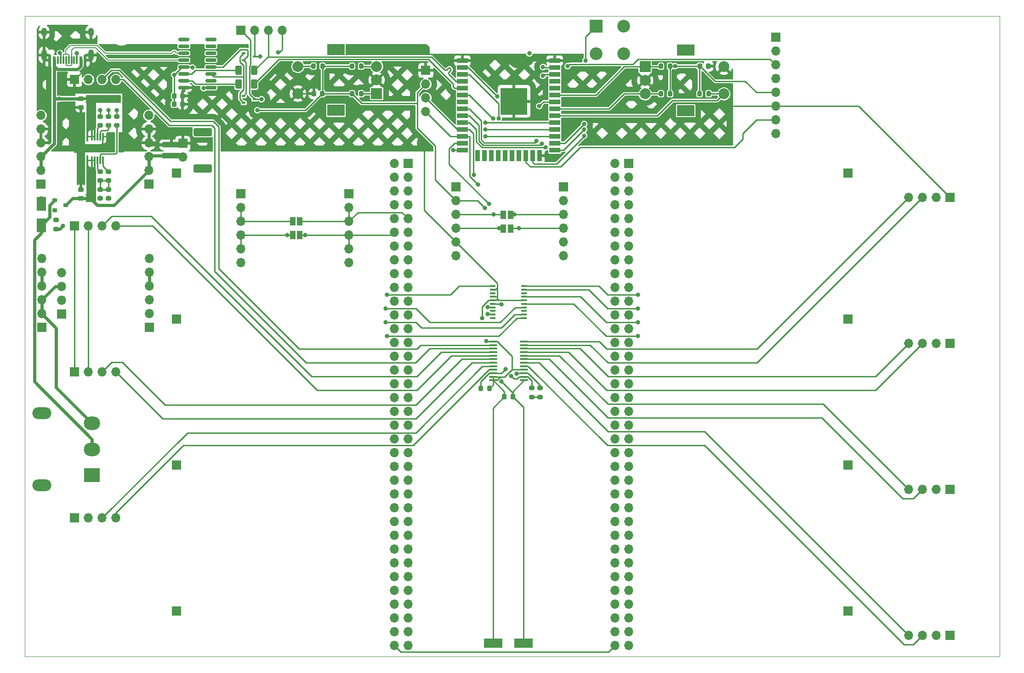
<source format=gbr>
G04 #@! TF.GenerationSoftware,KiCad,Pcbnew,(5.99.0-11749-g6427197962)*
G04 #@! TF.CreationDate,2021-09-04T15:49:30+10:00*
G04 #@! TF.ProjectId,Mainboard,4d61696e-626f-4617-9264-2e6b69636164,rev?*
G04 #@! TF.SameCoordinates,Original*
G04 #@! TF.FileFunction,Copper,L2,Bot*
G04 #@! TF.FilePolarity,Positive*
%FSLAX46Y46*%
G04 Gerber Fmt 4.6, Leading zero omitted, Abs format (unit mm)*
G04 Created by KiCad (PCBNEW (5.99.0-11749-g6427197962)) date 2021-09-04 15:49:30*
%MOMM*%
%LPD*%
G01*
G04 APERTURE LIST*
G04 Aperture macros list*
%AMRoundRect*
0 Rectangle with rounded corners*
0 $1 Rounding radius*
0 $2 $3 $4 $5 $6 $7 $8 $9 X,Y pos of 4 corners*
0 Add a 4 corners polygon primitive as box body*
4,1,4,$2,$3,$4,$5,$6,$7,$8,$9,$2,$3,0*
0 Add four circle primitives for the rounded corners*
1,1,$1+$1,$2,$3*
1,1,$1+$1,$4,$5*
1,1,$1+$1,$6,$7*
1,1,$1+$1,$8,$9*
0 Add four rect primitives between the rounded corners*
20,1,$1+$1,$2,$3,$4,$5,0*
20,1,$1+$1,$4,$5,$6,$7,0*
20,1,$1+$1,$6,$7,$8,$9,0*
20,1,$1+$1,$8,$9,$2,$3,0*%
G04 Aperture macros list end*
G04 #@! TA.AperFunction,Profile*
%ADD10C,0.100000*%
G04 #@! TD*
G04 #@! TA.AperFunction,ComponentPad*
%ADD11R,1.700000X1.700000*%
G04 #@! TD*
G04 #@! TA.AperFunction,ComponentPad*
%ADD12O,1.700000X1.700000*%
G04 #@! TD*
G04 #@! TA.AperFunction,ComponentPad*
%ADD13R,2.000000X2.000000*%
G04 #@! TD*
G04 #@! TA.AperFunction,ComponentPad*
%ADD14C,2.000000*%
G04 #@! TD*
G04 #@! TA.AperFunction,ComponentPad*
%ADD15R,3.200000X2.000000*%
G04 #@! TD*
G04 #@! TA.AperFunction,ComponentPad*
%ADD16R,2.350000X2.350000*%
G04 #@! TD*
G04 #@! TA.AperFunction,ComponentPad*
%ADD17C,2.350000*%
G04 #@! TD*
G04 #@! TA.AperFunction,SMDPad,CuDef*
%ADD18R,2.000000X0.900000*%
G04 #@! TD*
G04 #@! TA.AperFunction,SMDPad,CuDef*
%ADD19R,0.900000X2.000000*%
G04 #@! TD*
G04 #@! TA.AperFunction,SMDPad,CuDef*
%ADD20R,5.000000X5.000000*%
G04 #@! TD*
G04 #@! TA.AperFunction,SMDPad,CuDef*
%ADD21R,1.000000X1.500000*%
G04 #@! TD*
G04 #@! TA.AperFunction,SMDPad,CuDef*
%ADD22RoundRect,0.200000X0.275000X-0.200000X0.275000X0.200000X-0.275000X0.200000X-0.275000X-0.200000X0*%
G04 #@! TD*
G04 #@! TA.AperFunction,SMDPad,CuDef*
%ADD23RoundRect,0.200000X-0.275000X0.200000X-0.275000X-0.200000X0.275000X-0.200000X0.275000X0.200000X0*%
G04 #@! TD*
G04 #@! TA.AperFunction,SMDPad,CuDef*
%ADD24RoundRect,0.150000X-0.825000X-0.150000X0.825000X-0.150000X0.825000X0.150000X-0.825000X0.150000X0*%
G04 #@! TD*
G04 #@! TA.AperFunction,SMDPad,CuDef*
%ADD25R,1.700000X1.700000*%
G04 #@! TD*
G04 #@! TA.AperFunction,SMDPad,CuDef*
%ADD26O,1.700000X1.700000*%
G04 #@! TD*
G04 #@! TA.AperFunction,SMDPad,CuDef*
%ADD27R,3.400000X1.800000*%
G04 #@! TD*
G04 #@! TA.AperFunction,SMDPad,CuDef*
%ADD28R,0.700000X0.450000*%
G04 #@! TD*
G04 #@! TA.AperFunction,SMDPad,CuDef*
%ADD29RoundRect,0.225000X-0.250000X0.225000X-0.250000X-0.225000X0.250000X-0.225000X0.250000X0.225000X0*%
G04 #@! TD*
G04 #@! TA.AperFunction,SMDPad,CuDef*
%ADD30R,1.800000X2.500000*%
G04 #@! TD*
G04 #@! TA.AperFunction,SMDPad,CuDef*
%ADD31RoundRect,0.225000X-0.225000X-0.250000X0.225000X-0.250000X0.225000X0.250000X-0.225000X0.250000X0*%
G04 #@! TD*
G04 #@! TA.AperFunction,ComponentPad*
%ADD32O,3.500000X2.200000*%
G04 #@! TD*
G04 #@! TA.AperFunction,ComponentPad*
%ADD33R,3.000000X2.500000*%
G04 #@! TD*
G04 #@! TA.AperFunction,ComponentPad*
%ADD34O,3.000000X2.500000*%
G04 #@! TD*
G04 #@! TA.AperFunction,SMDPad,CuDef*
%ADD35RoundRect,0.225000X0.250000X-0.225000X0.250000X0.225000X-0.250000X0.225000X-0.250000X-0.225000X0*%
G04 #@! TD*
G04 #@! TA.AperFunction,SMDPad,CuDef*
%ADD36RoundRect,0.200000X0.200000X0.275000X-0.200000X0.275000X-0.200000X-0.275000X0.200000X-0.275000X0*%
G04 #@! TD*
G04 #@! TA.AperFunction,SMDPad,CuDef*
%ADD37RoundRect,0.225000X0.225000X0.250000X-0.225000X0.250000X-0.225000X-0.250000X0.225000X-0.250000X0*%
G04 #@! TD*
G04 #@! TA.AperFunction,SMDPad,CuDef*
%ADD38RoundRect,0.200000X-0.200000X-0.275000X0.200000X-0.275000X0.200000X0.275000X-0.200000X0.275000X0*%
G04 #@! TD*
G04 #@! TA.AperFunction,SMDPad,CuDef*
%ADD39RoundRect,0.250000X-1.500000X0.250000X-1.500000X-0.250000X1.500000X-0.250000X1.500000X0.250000X0*%
G04 #@! TD*
G04 #@! TA.AperFunction,SMDPad,CuDef*
%ADD40RoundRect,0.250001X-1.449999X0.499999X-1.449999X-0.499999X1.449999X-0.499999X1.449999X0.499999X0*%
G04 #@! TD*
G04 #@! TA.AperFunction,SMDPad,CuDef*
%ADD41RoundRect,0.250000X-0.312500X-0.625000X0.312500X-0.625000X0.312500X0.625000X-0.312500X0.625000X0*%
G04 #@! TD*
G04 #@! TA.AperFunction,SMDPad,CuDef*
%ADD42R,1.000000X0.400000*%
G04 #@! TD*
G04 #@! TA.AperFunction,SMDPad,CuDef*
%ADD43RoundRect,0.100000X-0.637500X-0.100000X0.637500X-0.100000X0.637500X0.100000X-0.637500X0.100000X0*%
G04 #@! TD*
G04 #@! TA.AperFunction,SMDPad,CuDef*
%ADD44R,0.900000X0.800000*%
G04 #@! TD*
G04 #@! TA.AperFunction,SMDPad,CuDef*
%ADD45R,0.300000X1.400000*%
G04 #@! TD*
G04 #@! TA.AperFunction,SMDPad,CuDef*
%ADD46R,0.600000X1.450000*%
G04 #@! TD*
G04 #@! TA.AperFunction,SMDPad,CuDef*
%ADD47R,0.300000X1.450000*%
G04 #@! TD*
G04 #@! TA.AperFunction,ComponentPad*
%ADD48O,1.000000X1.600000*%
G04 #@! TD*
G04 #@! TA.AperFunction,ComponentPad*
%ADD49O,1.000000X2.100000*%
G04 #@! TD*
G04 #@! TA.AperFunction,ViaPad*
%ADD50C,0.800000*%
G04 #@! TD*
G04 #@! TA.AperFunction,Conductor*
%ADD51C,0.250000*%
G04 #@! TD*
G04 #@! TA.AperFunction,Conductor*
%ADD52C,0.600000*%
G04 #@! TD*
G04 #@! TA.AperFunction,Conductor*
%ADD53C,0.200000*%
G04 #@! TD*
G04 APERTURE END LIST*
D10*
X239839000Y-159703000D02*
X60261000Y-159703000D01*
X60261000Y-159703000D02*
X60261000Y-41593000D01*
X60261000Y-41593000D02*
X239839000Y-41593000D01*
X239839000Y-41593000D02*
X239839000Y-159703000D01*
D11*
G04 #@! TO.P,J30,1,Pin_1*
G04 #@! TO.N,GND*
X230685000Y-101947000D03*
D12*
G04 #@! TO.P,J30,2,Pin_2*
G04 #@! TO.N,+3V3*
X228145000Y-101947000D03*
G04 #@! TO.P,J30,3,Pin_3*
G04 #@! TO.N,/User interface/MUX SCL 5*
X225605000Y-101947000D03*
G04 #@! TO.P,J30,4,Pin_4*
G04 #@! TO.N,/User interface/MUX SDA 5*
X223065000Y-101947000D03*
G04 #@! TD*
D13*
G04 #@! TO.P,SW4,A,A*
G04 #@! TO.N,/Q_A*
X125102000Y-55840000D03*
D14*
G04 #@! TO.P,SW4,B,B*
G04 #@! TO.N,/Q_B*
X125102000Y-50840000D03*
G04 #@! TO.P,SW4,C,C*
G04 #@! TO.N,GND*
X125102000Y-53340000D03*
D15*
G04 #@! TO.P,SW4,MP*
G04 #@! TO.N,N/C*
X117602000Y-58940000D03*
X117602000Y-47740000D03*
D14*
G04 #@! TO.P,SW4,S1,S1*
G04 #@! TO.N,/Q_SW*
X110602000Y-50840000D03*
G04 #@! TO.P,SW4,S2,S2*
G04 #@! TO.N,GND*
X110602000Y-55840000D03*
G04 #@! TD*
D11*
G04 #@! TO.P,J3,1,Pin_1*
G04 #@! TO.N,/IO0*
X100076000Y-44171000D03*
D12*
G04 #@! TO.P,J3,2,Pin_2*
G04 #@! TO.N,/EN*
X102616000Y-44171000D03*
G04 #@! TO.P,J3,3,Pin_3*
G04 #@! TO.N,/TTL RX*
X105156000Y-44171000D03*
G04 #@! TO.P,J3,4,Pin_4*
G04 #@! TO.N,/TTL TX*
X107696000Y-44171000D03*
G04 #@! TD*
D11*
G04 #@! TO.P,J23,1,Pin_1*
G04 #@! TO.N,Net-(J23-Pad1)*
X211899000Y-97473000D03*
G04 #@! TD*
G04 #@! TO.P,J27,1,Pin_1*
G04 #@! TO.N,GND*
X69469000Y-134112000D03*
D12*
G04 #@! TO.P,J27,2,Pin_2*
G04 #@! TO.N,+3V3*
X72009000Y-134112000D03*
G04 #@! TO.P,J27,3,Pin_3*
G04 #@! TO.N,/User interface/MUX SCL 0*
X74549000Y-134112000D03*
G04 #@! TO.P,J27,4,Pin_4*
G04 #@! TO.N,/User interface/MUX SDA 0*
X77089000Y-134112000D03*
G04 #@! TD*
D11*
G04 #@! TO.P,J32,1,Pin_1*
G04 #@! TO.N,Net-(J32-Pad1)*
X211899000Y-124397000D03*
G04 #@! TD*
G04 #@! TO.P,J25,1,Pin_1*
G04 #@! TO.N,GND*
X69469000Y-80264000D03*
D12*
G04 #@! TO.P,J25,2,Pin_2*
G04 #@! TO.N,+3V3*
X72009000Y-80264000D03*
G04 #@! TO.P,J25,3,Pin_3*
G04 #@! TO.N,/User interface/MUX SCL 2*
X74549000Y-80264000D03*
G04 #@! TO.P,J25,4,Pin_4*
G04 #@! TO.N,/User interface/MUX SDA 2*
X77089000Y-80264000D03*
G04 #@! TD*
D11*
G04 #@! TO.P,J26,1,Pin_1*
G04 #@! TO.N,GND*
X69469000Y-107188000D03*
D12*
G04 #@! TO.P,J26,2,Pin_2*
G04 #@! TO.N,+3V3*
X72009000Y-107188000D03*
G04 #@! TO.P,J26,3,Pin_3*
G04 #@! TO.N,/User interface/MUX SCL 1*
X74549000Y-107188000D03*
G04 #@! TO.P,J26,4,Pin_4*
G04 #@! TO.N,/User interface/MUX SDA 1*
X77089000Y-107188000D03*
G04 #@! TD*
D16*
G04 #@! TO.P,D4,1,BK*
G04 #@! TO.N,Net-(D4-Pad1)*
X165544000Y-43434000D03*
D17*
G04 #@! TO.P,D4,2,RK*
G04 #@! TO.N,Net-(D4-Pad2)*
X165544000Y-48514000D03*
G04 #@! TO.P,D4,3,GK*
G04 #@! TO.N,Net-(D4-Pad3)*
X170624000Y-48514000D03*
G04 #@! TO.P,D4,4,A*
G04 #@! TO.N,+3V3*
X170624000Y-43434000D03*
G04 #@! TD*
D11*
G04 #@! TO.P,J7,1,Pin_1*
G04 #@! TO.N,/Power rails/3.3V Prot*
X130873000Y-68771000D03*
D12*
G04 #@! TO.P,J7,2,Pin_2*
G04 #@! TO.N,/Power rails/GND Prot*
X128333000Y-68771000D03*
G04 #@! TO.P,J7,3,Pin_3*
G04 #@! TO.N,/Power rails/3.3V Prot*
X130873000Y-71311000D03*
G04 #@! TO.P,J7,4,Pin_4*
G04 #@! TO.N,/Power rails/GND Prot*
X128333000Y-71311000D03*
G04 #@! TO.P,J7,5,Pin_5*
G04 #@! TO.N,/Power rails/3.3V Prot*
X130873000Y-73851000D03*
G04 #@! TO.P,J7,6,Pin_6*
G04 #@! TO.N,/Power rails/GND Prot*
X128333000Y-73851000D03*
G04 #@! TO.P,J7,7,Pin_7*
G04 #@! TO.N,/Power rails/3.3V Prot*
X130873000Y-76391000D03*
G04 #@! TO.P,J7,8,Pin_8*
G04 #@! TO.N,/Power rails/GND Prot*
X128333000Y-76391000D03*
G04 #@! TO.P,J7,9,Pin_9*
G04 #@! TO.N,/Power rails/3.3V Prot*
X130873000Y-78931000D03*
G04 #@! TO.P,J7,10,Pin_10*
G04 #@! TO.N,/Power rails/GND Prot*
X128333000Y-78931000D03*
G04 #@! TO.P,J7,11,Pin_11*
G04 #@! TO.N,/Power rails/3.3V Prot*
X130873000Y-81471000D03*
G04 #@! TO.P,J7,12,Pin_12*
G04 #@! TO.N,/Power rails/GND Prot*
X128333000Y-81471000D03*
G04 #@! TO.P,J7,13,Pin_13*
G04 #@! TO.N,/Power rails/3.3V Prot*
X130873000Y-84011000D03*
G04 #@! TO.P,J7,14,Pin_14*
G04 #@! TO.N,/Power rails/GND Prot*
X128333000Y-84011000D03*
G04 #@! TO.P,J7,15,Pin_15*
G04 #@! TO.N,/Power rails/3.3V Prot*
X130873000Y-86551000D03*
G04 #@! TO.P,J7,16,Pin_16*
G04 #@! TO.N,/Power rails/GND Prot*
X128333000Y-86551000D03*
G04 #@! TO.P,J7,17,Pin_17*
G04 #@! TO.N,/Power rails/3.3V Prot*
X130873000Y-89091000D03*
G04 #@! TO.P,J7,18,Pin_18*
G04 #@! TO.N,/Power rails/GND Prot*
X128333000Y-89091000D03*
G04 #@! TO.P,J7,19,Pin_19*
G04 #@! TO.N,/Power rails/3.3V Prot*
X130873000Y-91631000D03*
G04 #@! TO.P,J7,20,Pin_20*
G04 #@! TO.N,/Power rails/GND Prot*
X128333000Y-91631000D03*
G04 #@! TO.P,J7,21,Pin_21*
G04 #@! TO.N,/Power rails/3.3V Prot*
X130873000Y-94171000D03*
G04 #@! TO.P,J7,22,Pin_22*
G04 #@! TO.N,/Power rails/GND Prot*
X128333000Y-94171000D03*
G04 #@! TO.P,J7,23,Pin_23*
G04 #@! TO.N,/Power rails/3.3V Prot*
X130873000Y-96711000D03*
G04 #@! TO.P,J7,24,Pin_24*
G04 #@! TO.N,/Power rails/GND Prot*
X128333000Y-96711000D03*
G04 #@! TO.P,J7,25,Pin_25*
G04 #@! TO.N,/Power rails/3.3V Prot*
X130873000Y-99251000D03*
G04 #@! TO.P,J7,26,Pin_26*
G04 #@! TO.N,/Power rails/GND Prot*
X128333000Y-99251000D03*
G04 #@! TO.P,J7,27,Pin_27*
G04 #@! TO.N,/Power rails/3.3V Prot*
X130873000Y-101791000D03*
G04 #@! TO.P,J7,28,Pin_28*
G04 #@! TO.N,/Power rails/GND Prot*
X128333000Y-101791000D03*
G04 #@! TO.P,J7,29,Pin_29*
G04 #@! TO.N,/Power rails/3.3V Prot*
X130873000Y-104331000D03*
G04 #@! TO.P,J7,30,Pin_30*
G04 #@! TO.N,/Power rails/GND Prot*
X128333000Y-104331000D03*
G04 #@! TO.P,J7,31,Pin_31*
G04 #@! TO.N,/Power rails/3.3V Prot*
X130873000Y-106871000D03*
G04 #@! TO.P,J7,32,Pin_32*
G04 #@! TO.N,/Power rails/GND Prot*
X128333000Y-106871000D03*
G04 #@! TO.P,J7,33,Pin_33*
G04 #@! TO.N,/Power rails/3.3V Prot*
X130873000Y-109411000D03*
G04 #@! TO.P,J7,34,Pin_34*
G04 #@! TO.N,/Power rails/GND Prot*
X128333000Y-109411000D03*
G04 #@! TO.P,J7,35,Pin_35*
G04 #@! TO.N,/Power rails/3.3V Prot*
X130873000Y-111951000D03*
G04 #@! TO.P,J7,36,Pin_36*
G04 #@! TO.N,/Power rails/GND Prot*
X128333000Y-111951000D03*
G04 #@! TO.P,J7,37,Pin_37*
G04 #@! TO.N,/Power rails/3.3V Prot*
X130873000Y-114491000D03*
G04 #@! TO.P,J7,38,Pin_38*
G04 #@! TO.N,/Power rails/GND Prot*
X128333000Y-114491000D03*
G04 #@! TO.P,J7,39,Pin_39*
G04 #@! TO.N,/Power rails/3.3V Prot*
X130873000Y-117031000D03*
G04 #@! TO.P,J7,40,Pin_40*
G04 #@! TO.N,/Power rails/GND Prot*
X128333000Y-117031000D03*
G04 #@! TO.P,J7,41,Pin_41*
G04 #@! TO.N,/Power rails/3.3V Prot*
X130873000Y-119571000D03*
G04 #@! TO.P,J7,42,Pin_42*
G04 #@! TO.N,/Power rails/GND Prot*
X128333000Y-119571000D03*
G04 #@! TO.P,J7,43,Pin_43*
G04 #@! TO.N,/Power rails/3.3V Prot*
X130873000Y-122111000D03*
G04 #@! TO.P,J7,44,Pin_44*
G04 #@! TO.N,/Power rails/GND Prot*
X128333000Y-122111000D03*
G04 #@! TO.P,J7,45,Pin_45*
G04 #@! TO.N,/Power rails/3.3V Prot*
X130873000Y-124651000D03*
G04 #@! TO.P,J7,46,Pin_46*
G04 #@! TO.N,/Power rails/GND Prot*
X128333000Y-124651000D03*
G04 #@! TO.P,J7,47,Pin_47*
G04 #@! TO.N,/Power rails/3.3V Prot*
X130873000Y-127191000D03*
G04 #@! TO.P,J7,48,Pin_48*
G04 #@! TO.N,/Power rails/GND Prot*
X128333000Y-127191000D03*
G04 #@! TO.P,J7,49,Pin_49*
G04 #@! TO.N,/Power rails/3.3V Prot*
X130873000Y-129731000D03*
G04 #@! TO.P,J7,50,Pin_50*
G04 #@! TO.N,/Power rails/GND Prot*
X128333000Y-129731000D03*
G04 #@! TO.P,J7,51,Pin_51*
G04 #@! TO.N,/Power rails/3.3V Prot*
X130873000Y-132271000D03*
G04 #@! TO.P,J7,52,Pin_52*
G04 #@! TO.N,/Power rails/GND Prot*
X128333000Y-132271000D03*
G04 #@! TO.P,J7,53,Pin_53*
G04 #@! TO.N,/Power rails/3.3V Prot*
X130873000Y-134811000D03*
G04 #@! TO.P,J7,54,Pin_54*
G04 #@! TO.N,/Power rails/GND Prot*
X128333000Y-134811000D03*
G04 #@! TO.P,J7,55,Pin_55*
G04 #@! TO.N,/Power rails/3.3V Prot*
X130873000Y-137351000D03*
G04 #@! TO.P,J7,56,Pin_56*
G04 #@! TO.N,/Power rails/GND Prot*
X128333000Y-137351000D03*
G04 #@! TO.P,J7,57,Pin_57*
G04 #@! TO.N,/Power rails/3.3V Prot*
X130873000Y-139891000D03*
G04 #@! TO.P,J7,58,Pin_58*
G04 #@! TO.N,/Power rails/GND Prot*
X128333000Y-139891000D03*
G04 #@! TO.P,J7,59,Pin_59*
G04 #@! TO.N,/Power rails/3.3V Prot*
X130873000Y-142431000D03*
G04 #@! TO.P,J7,60,Pin_60*
G04 #@! TO.N,/Power rails/GND Prot*
X128333000Y-142431000D03*
G04 #@! TO.P,J7,61,Pin_61*
G04 #@! TO.N,/Power rails/3.3V Prot*
X130873000Y-144971000D03*
G04 #@! TO.P,J7,62,Pin_62*
G04 #@! TO.N,/Power rails/GND Prot*
X128333000Y-144971000D03*
G04 #@! TO.P,J7,63,Pin_63*
G04 #@! TO.N,/Power rails/3.3V Prot*
X130873000Y-147511000D03*
G04 #@! TO.P,J7,64,Pin_64*
G04 #@! TO.N,/Power rails/GND Prot*
X128333000Y-147511000D03*
G04 #@! TO.P,J7,65,Pin_65*
G04 #@! TO.N,/Power rails/3.3V Prot*
X130873000Y-150051000D03*
G04 #@! TO.P,J7,66,Pin_66*
G04 #@! TO.N,/Power rails/GND Prot*
X128333000Y-150051000D03*
G04 #@! TO.P,J7,67,Pin_67*
G04 #@! TO.N,/Power rails/3.3V Prot*
X130873000Y-152591000D03*
G04 #@! TO.P,J7,68,Pin_68*
G04 #@! TO.N,/Power rails/GND Prot*
X128333000Y-152591000D03*
G04 #@! TO.P,J7,69,Pin_69*
G04 #@! TO.N,/Power rails/3.3V Prot*
X130873000Y-155131000D03*
G04 #@! TO.P,J7,70,Pin_70*
G04 #@! TO.N,/Power rails/GND Prot*
X128333000Y-155131000D03*
G04 #@! TO.P,J7,71,Pin_71*
G04 #@! TO.N,/Power rails/3.3V Prot*
X130873000Y-157671000D03*
G04 #@! TO.P,J7,72,Pin_72*
G04 #@! TO.N,/Power rails/GND Prot*
X128333000Y-157671000D03*
G04 #@! TD*
D11*
G04 #@! TO.P,J36,1,Pin_1*
G04 #@! TO.N,Net-(J36-Pad1)*
X88201000Y-124397000D03*
G04 #@! TD*
D13*
G04 #@! TO.P,SW3,A,A*
G04 #@! TO.N,/T_A*
X174552511Y-50901489D03*
D14*
G04 #@! TO.P,SW3,B,B*
G04 #@! TO.N,/T_B*
X174552511Y-55901489D03*
G04 #@! TO.P,SW3,C,C*
G04 #@! TO.N,GND*
X174552511Y-53401489D03*
D15*
G04 #@! TO.P,SW3,MP*
G04 #@! TO.N,N/C*
X182052511Y-47801489D03*
X182052511Y-59001489D03*
D14*
G04 #@! TO.P,SW3,S1,S1*
G04 #@! TO.N,/T_SW*
X189052511Y-55901489D03*
G04 #@! TO.P,SW3,S2,S2*
G04 #@! TO.N,GND*
X189052511Y-50901489D03*
G04 #@! TD*
D11*
G04 #@! TO.P,J35,1,Pin_1*
G04 #@! TO.N,Net-(J35-Pad1)*
X88201000Y-97473000D03*
G04 #@! TD*
G04 #@! TO.P,J29,1,Pin_1*
G04 #@! TO.N,GND*
X230685000Y-128871000D03*
D12*
G04 #@! TO.P,J29,2,Pin_2*
G04 #@! TO.N,+3V3*
X228145000Y-128871000D03*
G04 #@! TO.P,J29,3,Pin_3*
G04 #@! TO.N,/User interface/MUX SCL 6*
X225605000Y-128871000D03*
G04 #@! TO.P,J29,4,Pin_4*
G04 #@! TO.N,/User interface/MUX SDA 6*
X223065000Y-128871000D03*
G04 #@! TD*
D11*
G04 #@! TO.P,J33,1,Pin_1*
G04 #@! TO.N,Net-(J33-Pad1)*
X211899000Y-151321000D03*
G04 #@! TD*
G04 #@! TO.P,J37,1,Pin_1*
G04 #@! TO.N,Net-(J37-Pad1)*
X88201000Y-151321000D03*
G04 #@! TD*
G04 #@! TO.P,J34,1,Pin_1*
G04 #@! TO.N,Net-(J34-Pad1)*
X88201000Y-70549000D03*
G04 #@! TD*
G04 #@! TO.P,J8,1,Pin_1*
G04 #@! TO.N,/Power rails/3.3V Prot*
X171513000Y-68771000D03*
D12*
G04 #@! TO.P,J8,2,Pin_2*
G04 #@! TO.N,/Power rails/GND Prot*
X168973000Y-68771000D03*
G04 #@! TO.P,J8,3,Pin_3*
G04 #@! TO.N,/Power rails/3.3V Prot*
X171513000Y-71311000D03*
G04 #@! TO.P,J8,4,Pin_4*
G04 #@! TO.N,/Power rails/GND Prot*
X168973000Y-71311000D03*
G04 #@! TO.P,J8,5,Pin_5*
G04 #@! TO.N,/Power rails/3.3V Prot*
X171513000Y-73851000D03*
G04 #@! TO.P,J8,6,Pin_6*
G04 #@! TO.N,/Power rails/GND Prot*
X168973000Y-73851000D03*
G04 #@! TO.P,J8,7,Pin_7*
G04 #@! TO.N,/Power rails/3.3V Prot*
X171513000Y-76391000D03*
G04 #@! TO.P,J8,8,Pin_8*
G04 #@! TO.N,/Power rails/GND Prot*
X168973000Y-76391000D03*
G04 #@! TO.P,J8,9,Pin_9*
G04 #@! TO.N,/Power rails/3.3V Prot*
X171513000Y-78931000D03*
G04 #@! TO.P,J8,10,Pin_10*
G04 #@! TO.N,/Power rails/GND Prot*
X168973000Y-78931000D03*
G04 #@! TO.P,J8,11,Pin_11*
G04 #@! TO.N,/Power rails/3.3V Prot*
X171513000Y-81471000D03*
G04 #@! TO.P,J8,12,Pin_12*
G04 #@! TO.N,/Power rails/GND Prot*
X168973000Y-81471000D03*
G04 #@! TO.P,J8,13,Pin_13*
G04 #@! TO.N,/Power rails/3.3V Prot*
X171513000Y-84011000D03*
G04 #@! TO.P,J8,14,Pin_14*
G04 #@! TO.N,/Power rails/GND Prot*
X168973000Y-84011000D03*
G04 #@! TO.P,J8,15,Pin_15*
G04 #@! TO.N,/Power rails/3.3V Prot*
X171513000Y-86551000D03*
G04 #@! TO.P,J8,16,Pin_16*
G04 #@! TO.N,/Power rails/GND Prot*
X168973000Y-86551000D03*
G04 #@! TO.P,J8,17,Pin_17*
G04 #@! TO.N,/Power rails/3.3V Prot*
X171513000Y-89091000D03*
G04 #@! TO.P,J8,18,Pin_18*
G04 #@! TO.N,/Power rails/GND Prot*
X168973000Y-89091000D03*
G04 #@! TO.P,J8,19,Pin_19*
G04 #@! TO.N,/Power rails/3.3V Prot*
X171513000Y-91631000D03*
G04 #@! TO.P,J8,20,Pin_20*
G04 #@! TO.N,/Power rails/GND Prot*
X168973000Y-91631000D03*
G04 #@! TO.P,J8,21,Pin_21*
G04 #@! TO.N,/Power rails/3.3V Prot*
X171513000Y-94171000D03*
G04 #@! TO.P,J8,22,Pin_22*
G04 #@! TO.N,/Power rails/GND Prot*
X168973000Y-94171000D03*
G04 #@! TO.P,J8,23,Pin_23*
G04 #@! TO.N,/Power rails/3.3V Prot*
X171513000Y-96711000D03*
G04 #@! TO.P,J8,24,Pin_24*
G04 #@! TO.N,/Power rails/GND Prot*
X168973000Y-96711000D03*
G04 #@! TO.P,J8,25,Pin_25*
G04 #@! TO.N,/Power rails/3.3V Prot*
X171513000Y-99251000D03*
G04 #@! TO.P,J8,26,Pin_26*
G04 #@! TO.N,/Power rails/GND Prot*
X168973000Y-99251000D03*
G04 #@! TO.P,J8,27,Pin_27*
G04 #@! TO.N,/Power rails/3.3V Prot*
X171513000Y-101791000D03*
G04 #@! TO.P,J8,28,Pin_28*
G04 #@! TO.N,/Power rails/GND Prot*
X168973000Y-101791000D03*
G04 #@! TO.P,J8,29,Pin_29*
G04 #@! TO.N,/Power rails/3.3V Prot*
X171513000Y-104331000D03*
G04 #@! TO.P,J8,30,Pin_30*
G04 #@! TO.N,/Power rails/GND Prot*
X168973000Y-104331000D03*
G04 #@! TO.P,J8,31,Pin_31*
G04 #@! TO.N,/Power rails/3.3V Prot*
X171513000Y-106871000D03*
G04 #@! TO.P,J8,32,Pin_32*
G04 #@! TO.N,/Power rails/GND Prot*
X168973000Y-106871000D03*
G04 #@! TO.P,J8,33,Pin_33*
G04 #@! TO.N,/Power rails/3.3V Prot*
X171513000Y-109411000D03*
G04 #@! TO.P,J8,34,Pin_34*
G04 #@! TO.N,/Power rails/GND Prot*
X168973000Y-109411000D03*
G04 #@! TO.P,J8,35,Pin_35*
G04 #@! TO.N,/Power rails/3.3V Prot*
X171513000Y-111951000D03*
G04 #@! TO.P,J8,36,Pin_36*
G04 #@! TO.N,/Power rails/GND Prot*
X168973000Y-111951000D03*
G04 #@! TO.P,J8,37,Pin_37*
G04 #@! TO.N,/Power rails/3.3V Prot*
X171513000Y-114491000D03*
G04 #@! TO.P,J8,38,Pin_38*
G04 #@! TO.N,/Power rails/GND Prot*
X168973000Y-114491000D03*
G04 #@! TO.P,J8,39,Pin_39*
G04 #@! TO.N,/Power rails/3.3V Prot*
X171513000Y-117031000D03*
G04 #@! TO.P,J8,40,Pin_40*
G04 #@! TO.N,/Power rails/GND Prot*
X168973000Y-117031000D03*
G04 #@! TO.P,J8,41,Pin_41*
G04 #@! TO.N,/Power rails/3.3V Prot*
X171513000Y-119571000D03*
G04 #@! TO.P,J8,42,Pin_42*
G04 #@! TO.N,/Power rails/GND Prot*
X168973000Y-119571000D03*
G04 #@! TO.P,J8,43,Pin_43*
G04 #@! TO.N,/Power rails/3.3V Prot*
X171513000Y-122111000D03*
G04 #@! TO.P,J8,44,Pin_44*
G04 #@! TO.N,/Power rails/GND Prot*
X168973000Y-122111000D03*
G04 #@! TO.P,J8,45,Pin_45*
G04 #@! TO.N,/Power rails/3.3V Prot*
X171513000Y-124651000D03*
G04 #@! TO.P,J8,46,Pin_46*
G04 #@! TO.N,/Power rails/GND Prot*
X168973000Y-124651000D03*
G04 #@! TO.P,J8,47,Pin_47*
G04 #@! TO.N,/Power rails/3.3V Prot*
X171513000Y-127191000D03*
G04 #@! TO.P,J8,48,Pin_48*
G04 #@! TO.N,/Power rails/GND Prot*
X168973000Y-127191000D03*
G04 #@! TO.P,J8,49,Pin_49*
G04 #@! TO.N,/Power rails/3.3V Prot*
X171513000Y-129731000D03*
G04 #@! TO.P,J8,50,Pin_50*
G04 #@! TO.N,/Power rails/GND Prot*
X168973000Y-129731000D03*
G04 #@! TO.P,J8,51,Pin_51*
G04 #@! TO.N,/Power rails/3.3V Prot*
X171513000Y-132271000D03*
G04 #@! TO.P,J8,52,Pin_52*
G04 #@! TO.N,/Power rails/GND Prot*
X168973000Y-132271000D03*
G04 #@! TO.P,J8,53,Pin_53*
G04 #@! TO.N,/Power rails/3.3V Prot*
X171513000Y-134811000D03*
G04 #@! TO.P,J8,54,Pin_54*
G04 #@! TO.N,/Power rails/GND Prot*
X168973000Y-134811000D03*
G04 #@! TO.P,J8,55,Pin_55*
G04 #@! TO.N,/Power rails/3.3V Prot*
X171513000Y-137351000D03*
G04 #@! TO.P,J8,56,Pin_56*
G04 #@! TO.N,/Power rails/GND Prot*
X168973000Y-137351000D03*
G04 #@! TO.P,J8,57,Pin_57*
G04 #@! TO.N,/Power rails/3.3V Prot*
X171513000Y-139891000D03*
G04 #@! TO.P,J8,58,Pin_58*
G04 #@! TO.N,/Power rails/GND Prot*
X168973000Y-139891000D03*
G04 #@! TO.P,J8,59,Pin_59*
G04 #@! TO.N,/Power rails/3.3V Prot*
X171513000Y-142431000D03*
G04 #@! TO.P,J8,60,Pin_60*
G04 #@! TO.N,/Power rails/GND Prot*
X168973000Y-142431000D03*
G04 #@! TO.P,J8,61,Pin_61*
G04 #@! TO.N,/Power rails/3.3V Prot*
X171513000Y-144971000D03*
G04 #@! TO.P,J8,62,Pin_62*
G04 #@! TO.N,/Power rails/GND Prot*
X168973000Y-144971000D03*
G04 #@! TO.P,J8,63,Pin_63*
G04 #@! TO.N,/Power rails/3.3V Prot*
X171513000Y-147511000D03*
G04 #@! TO.P,J8,64,Pin_64*
G04 #@! TO.N,/Power rails/GND Prot*
X168973000Y-147511000D03*
G04 #@! TO.P,J8,65,Pin_65*
G04 #@! TO.N,/Power rails/3.3V Prot*
X171513000Y-150051000D03*
G04 #@! TO.P,J8,66,Pin_66*
G04 #@! TO.N,/Power rails/GND Prot*
X168973000Y-150051000D03*
G04 #@! TO.P,J8,67,Pin_67*
G04 #@! TO.N,/Power rails/3.3V Prot*
X171513000Y-152591000D03*
G04 #@! TO.P,J8,68,Pin_68*
G04 #@! TO.N,/Power rails/GND Prot*
X168973000Y-152591000D03*
G04 #@! TO.P,J8,69,Pin_69*
G04 #@! TO.N,/Power rails/3.3V Prot*
X171513000Y-155131000D03*
G04 #@! TO.P,J8,70,Pin_70*
G04 #@! TO.N,/Power rails/GND Prot*
X168973000Y-155131000D03*
G04 #@! TO.P,J8,71,Pin_71*
G04 #@! TO.N,/Power rails/3.3V Prot*
X171513000Y-157671000D03*
G04 #@! TO.P,J8,72,Pin_72*
G04 #@! TO.N,/Power rails/GND Prot*
X168973000Y-157671000D03*
G04 #@! TD*
D11*
G04 #@! TO.P,J31,1,Pin_1*
G04 #@! TO.N,GND*
X230685000Y-75023000D03*
D12*
G04 #@! TO.P,J31,2,Pin_2*
G04 #@! TO.N,+3V3*
X228145000Y-75023000D03*
G04 #@! TO.P,J31,3,Pin_3*
G04 #@! TO.N,/User interface/MUX SCL 4*
X225605000Y-75023000D03*
G04 #@! TO.P,J31,4,Pin_4*
G04 #@! TO.N,/User interface/MUX SDA 4*
X223065000Y-75023000D03*
G04 #@! TD*
D11*
G04 #@! TO.P,J28,1,Pin_1*
G04 #@! TO.N,GND*
X230685000Y-155795000D03*
D12*
G04 #@! TO.P,J28,2,Pin_2*
G04 #@! TO.N,+3V3*
X228145000Y-155795000D03*
G04 #@! TO.P,J28,3,Pin_3*
G04 #@! TO.N,/User interface/MUX SCL 7*
X225605000Y-155795000D03*
G04 #@! TO.P,J28,4,Pin_4*
G04 #@! TO.N,/User interface/MUX SDA 7*
X223065000Y-155795000D03*
G04 #@! TD*
D11*
G04 #@! TO.P,J16,1,Pin_1*
G04 #@! TO.N,GND*
X134159643Y-51562000D03*
D12*
G04 #@! TO.P,J16,2,Pin_2*
G04 #@! TO.N,+3V3*
X134159643Y-54102000D03*
G04 #@! TO.P,J16,3,Pin_3*
G04 #@! TO.N,/ALT SCL*
X134159643Y-56642000D03*
G04 #@! TO.P,J16,4,Pin_4*
G04 #@! TO.N,/ALT SDA*
X134159643Y-59182000D03*
G04 #@! TD*
D11*
G04 #@! TO.P,J20,1,Pin_1*
G04 #@! TO.N,Net-(J20-Pad1)*
X211899000Y-70549000D03*
G04 #@! TD*
G04 #@! TO.P,J24,1,Pin_1*
G04 #@! TO.N,GND*
X69469000Y-53252000D03*
D12*
G04 #@! TO.P,J24,2,Pin_2*
G04 #@! TO.N,+3V3*
X72009000Y-53252000D03*
G04 #@! TO.P,J24,3,Pin_3*
G04 #@! TO.N,/User interface/MUX SCL 3*
X74549000Y-53252000D03*
G04 #@! TO.P,J24,4,Pin_4*
G04 #@! TO.N,/User interface/MUX SDA 3*
X77089000Y-53252000D03*
G04 #@! TD*
D18*
G04 #@! TO.P,U1,1,GND*
G04 #@! TO.N,GND*
X157915000Y-49764000D03*
G04 #@! TO.P,U1,2,VDD*
G04 #@! TO.N,+3V3*
X157915000Y-51034000D03*
G04 #@! TO.P,U1,3,EN*
G04 #@! TO.N,/EN*
X157915000Y-52304000D03*
G04 #@! TO.P,U1,4,SENSOR_VP*
G04 #@! TO.N,N/C*
X157915000Y-53574000D03*
G04 #@! TO.P,U1,5,SENSOR_VN*
X157915000Y-54844000D03*
G04 #@! TO.P,U1,6,IO34*
G04 #@! TO.N,/T_A*
X157915000Y-56114000D03*
G04 #@! TO.P,U1,7,IO35*
G04 #@! TO.N,/BATT sen*
X157915000Y-57384000D03*
G04 #@! TO.P,U1,8,IO32*
G04 #@! TO.N,/T_B*
X157915000Y-58654000D03*
G04 #@! TO.P,U1,9,IO33*
G04 #@! TO.N,/T_SW*
X157915000Y-59924000D03*
G04 #@! TO.P,U1,10,IO25*
G04 #@! TO.N,/Q_B*
X157915000Y-61194000D03*
G04 #@! TO.P,U1,11,IO26*
G04 #@! TO.N,/Q_A*
X157915000Y-62464000D03*
G04 #@! TO.P,U1,12,IO27*
G04 #@! TO.N,/Q_SW*
X157915000Y-63734000D03*
G04 #@! TO.P,U1,13,IO14*
G04 #@! TO.N,/RGB B*
X157915000Y-65004000D03*
G04 #@! TO.P,U1,14,IO12*
G04 #@! TO.N,/RGB R*
X157915000Y-66274000D03*
D19*
G04 #@! TO.P,U1,15,GND*
G04 #@! TO.N,GND*
X155130000Y-67274000D03*
G04 #@! TO.P,U1,16,IO13*
G04 #@! TO.N,/RGB G*
X153860000Y-67274000D03*
G04 #@! TO.P,U1,17,SHD/SD2*
G04 #@! TO.N,/PN532 IRQ*
X152590000Y-67274000D03*
G04 #@! TO.P,U1,18,SWP/SD3*
G04 #@! TO.N,N/C*
X151320000Y-67274000D03*
G04 #@! TO.P,U1,19,SCS/CMD*
X150050000Y-67274000D03*
G04 #@! TO.P,U1,20,SCK/CLK*
X148780000Y-67274000D03*
G04 #@! TO.P,U1,21,SDO/SD0*
X147510000Y-67274000D03*
G04 #@! TO.P,U1,22,SDI/SD1*
X146240000Y-67274000D03*
G04 #@! TO.P,U1,23,IO15*
X144970000Y-67274000D03*
G04 #@! TO.P,U1,24,IO2*
X143700000Y-67274000D03*
D18*
G04 #@! TO.P,U1,25,IO0*
G04 #@! TO.N,/IO0*
X140915000Y-66274000D03*
G04 #@! TO.P,U1,26,IO4*
G04 #@! TO.N,/MUX RST*
X140915000Y-65004000D03*
G04 #@! TO.P,U1,27,IO16*
G04 #@! TO.N,/ALT SDA*
X140915000Y-63734000D03*
G04 #@! TO.P,U1,28,IO17*
G04 #@! TO.N,/ALT SCL*
X140915000Y-62464000D03*
G04 #@! TO.P,U1,29,IO5*
G04 #@! TO.N,/PN532 SS*
X140915000Y-61194000D03*
G04 #@! TO.P,U1,30,IO18*
G04 #@! TO.N,/PN532 SCK*
X140915000Y-59924000D03*
G04 #@! TO.P,U1,31,IO19*
G04 #@! TO.N,/PN532 MISO*
X140915000Y-58654000D03*
G04 #@! TO.P,U1,32,NC*
G04 #@! TO.N,N/C*
X140915000Y-57384000D03*
G04 #@! TO.P,U1,33,IO21*
G04 #@! TO.N,/MUX SDA*
X140915000Y-56114000D03*
G04 #@! TO.P,U1,34,RXD0/IO3*
G04 #@! TO.N,/TTL TX*
X140915000Y-54844000D03*
G04 #@! TO.P,U1,35,TXD0/IO1*
G04 #@! TO.N,/TTL RX*
X140915000Y-53574000D03*
G04 #@! TO.P,U1,36,IO22*
G04 #@! TO.N,/MUX SCL*
X140915000Y-52304000D03*
G04 #@! TO.P,U1,37,IO23*
G04 #@! TO.N,/PN532 MOSI*
X140915000Y-51034000D03*
G04 #@! TO.P,U1,38,GND*
G04 #@! TO.N,GND*
X140915000Y-49764000D03*
D20*
G04 #@! TO.P,U1,39,GND*
X150415000Y-57264000D03*
G04 #@! TD*
D21*
G04 #@! TO.P,JP4,1,1*
G04 #@! TO.N,/MUX SCL*
X148448000Y-80772000D03*
G04 #@! TO.P,JP4,2,2*
G04 #@! TO.N,/User interface/OLED SCL*
X149748000Y-80772000D03*
G04 #@! TD*
D22*
G04 #@! TO.P,R26,1*
G04 #@! TO.N,Net-(R25-Pad1)*
X74168000Y-75184000D03*
G04 #@! TO.P,R26,2*
G04 #@! TO.N,GND*
X74168000Y-73534000D03*
G04 #@! TD*
D23*
G04 #@! TO.P,R23,1*
G04 #@! TO.N,Net-(R23-Pad1)*
X75692000Y-70232000D03*
G04 #@! TO.P,R23,2*
G04 #@! TO.N,GND*
X75692000Y-71882000D03*
G04 #@! TD*
D24*
G04 #@! TO.P,U3,1,GND*
G04 #@! TO.N,GND*
X89614250Y-54752000D03*
G04 #@! TO.P,U3,2,TXD*
G04 #@! TO.N,Net-(R6-Pad1)*
X89614250Y-53482000D03*
G04 #@! TO.P,U3,3,RXD*
G04 #@! TO.N,Net-(R7-Pad1)*
X89614250Y-52212000D03*
G04 #@! TO.P,U3,4,V3*
G04 #@! TO.N,+3V3*
X89614250Y-50942000D03*
G04 #@! TO.P,U3,5,UD+*
G04 #@! TO.N,/USB D+*
X89614250Y-49672000D03*
G04 #@! TO.P,U3,6,UD-*
G04 #@! TO.N,/USB D-*
X89614250Y-48402000D03*
G04 #@! TO.P,U3,7,NC*
G04 #@! TO.N,N/C*
X89614250Y-47132000D03*
G04 #@! TO.P,U3,8,NC*
X89614250Y-45862000D03*
G04 #@! TO.P,U3,9,~{CTS}*
X94564250Y-45862000D03*
G04 #@! TO.P,U3,10,~{DSR}*
X94564250Y-47132000D03*
G04 #@! TO.P,U3,11,~{RI}*
X94564250Y-48402000D03*
G04 #@! TO.P,U3,12,~{DCD}*
X94564250Y-49672000D03*
G04 #@! TO.P,U3,13,~{DTR}*
G04 #@! TO.N,/USB-TTL/~{DTR}*
X94564250Y-50942000D03*
G04 #@! TO.P,U3,14,~{RTS}*
G04 #@! TO.N,/USB-TTL/~{RTS}*
X94564250Y-52212000D03*
G04 #@! TO.P,U3,15,R232*
G04 #@! TO.N,N/C*
X94564250Y-53482000D03*
G04 #@! TO.P,U3,16,VCC*
G04 #@! TO.N,+3V3*
X94564250Y-54752000D03*
G04 #@! TD*
D25*
G04 #@! TO.P,J12,1,Pin_1*
G04 #@! TO.N,N/C*
X83121000Y-72581000D03*
D26*
G04 #@! TO.P,J12,2,Pin_2*
G04 #@! TO.N,+BATT*
X83121000Y-70041000D03*
G04 #@! TO.P,J12,3,Pin_3*
X83121000Y-67501000D03*
G04 #@! TO.P,J12,4,Pin_4*
G04 #@! TO.N,GND*
X83121000Y-64961000D03*
G04 #@! TO.P,J12,5,Pin_5*
X83121000Y-62421000D03*
G04 #@! TO.P,J12,6,Pin_6*
G04 #@! TO.N,N/C*
X83121000Y-59881000D03*
G04 #@! TD*
D27*
G04 #@! TO.P,TP2,1,1*
G04 #@! TO.N,GND*
X146558000Y-157226000D03*
G04 #@! TD*
D28*
G04 #@! TO.P,Q2,1,B*
G04 #@! TO.N,/USB-TTL/~{RTS}*
X100600000Y-57546000D03*
G04 #@! TO.P,Q2,2,E*
G04 #@! TO.N,/USB-TTL/~{DTR}*
X100600000Y-56246000D03*
G04 #@! TO.P,Q2,3,C*
G04 #@! TO.N,/IO0*
X102600000Y-56896000D03*
G04 #@! TD*
D29*
G04 #@! TO.P,C9,1*
G04 #@! TO.N,VBUS*
X70612000Y-56820000D03*
G04 #@! TO.P,C9,2*
G04 #@! TO.N,GND*
X70612000Y-58370000D03*
G04 #@! TD*
D11*
G04 #@! TO.P,J2,1,Pin_1*
G04 #@! TO.N,/Power management/DCDC*
X67081000Y-96510000D03*
D12*
G04 #@! TO.P,J2,2,Pin_2*
G04 #@! TO.N,GND*
X67081000Y-93970000D03*
G04 #@! TO.P,J2,3,Pin_3*
G04 #@! TO.N,/Power management/POWER_SW*
X67081000Y-91430000D03*
G04 #@! TO.P,J2,4,Pin_4*
G04 #@! TO.N,Net-(J2-Pad4)*
X67081000Y-88890000D03*
G04 #@! TD*
D21*
G04 #@! TO.P,JP2,1,1*
G04 #@! TO.N,GND*
X109649000Y-81979000D03*
G04 #@! TO.P,JP2,2,2*
G04 #@! TO.N,/Power rails/GND Prot*
X110949000Y-81979000D03*
G04 #@! TD*
D30*
G04 #@! TO.P,D2,1,K*
G04 #@! TO.N,/Power management/POWER*
X63309000Y-80169000D03*
G04 #@! TO.P,D2,2,A*
G04 #@! TO.N,VBUS*
X63309000Y-76169000D03*
G04 #@! TD*
D31*
G04 #@! TO.P,C5,1*
G04 #@! TO.N,+3V3*
X87823250Y-56276000D03*
G04 #@! TO.P,C5,2*
G04 #@! TO.N,GND*
X89373250Y-56276000D03*
G04 #@! TD*
D32*
G04 #@! TO.P,SW2,*
G04 #@! TO.N,*
X63444000Y-114762000D03*
X63444000Y-128062000D03*
D33*
G04 #@! TO.P,SW2,1,A*
G04 #@! TO.N,N/C*
X72644000Y-126244000D03*
D34*
G04 #@! TO.P,SW2,2,B*
G04 #@! TO.N,/Power management/POWER*
X72644000Y-121444000D03*
G04 #@! TO.P,SW2,3,C*
G04 #@! TO.N,/Power management/POWER_SW*
X72644000Y-116644000D03*
G04 #@! TD*
D23*
G04 #@! TO.P,R5,1*
G04 #@! TO.N,VBUS*
X66040000Y-79185000D03*
G04 #@! TO.P,R5,2*
G04 #@! TO.N,GND*
X66040000Y-80835000D03*
G04 #@! TD*
D35*
G04 #@! TO.P,C10,1*
G04 #@! TO.N,+BATT*
X70612000Y-75134000D03*
G04 #@! TO.P,C10,2*
G04 #@! TO.N,GND*
X70612000Y-73584000D03*
G04 #@! TD*
D25*
G04 #@! TO.P,J45,1,Pin_1*
G04 #@! TO.N,N/C*
X159512000Y-73050000D03*
D26*
G04 #@! TO.P,J45,2,Pin_2*
X159512000Y-75590000D03*
G04 #@! TO.P,J45,3,Pin_3*
G04 #@! TO.N,/User interface/OLED SDA*
X159512000Y-78130000D03*
G04 #@! TO.P,J45,4,Pin_4*
G04 #@! TO.N,/User interface/OLED SCL*
X159512000Y-80670000D03*
G04 #@! TO.P,J45,5,Pin_5*
G04 #@! TO.N,N/C*
X159512000Y-83210000D03*
G04 #@! TO.P,J45,6,Pin_6*
X159512000Y-85750000D03*
G04 #@! TD*
D25*
G04 #@! TO.P,J10,1,Pin_1*
G04 #@! TO.N,N/C*
X63284000Y-72581000D03*
D26*
G04 #@! TO.P,J10,2,Pin_2*
G04 #@! TO.N,VBUS*
X63284000Y-70041000D03*
G04 #@! TO.P,J10,3,Pin_3*
X63284000Y-67501000D03*
G04 #@! TO.P,J10,4,Pin_4*
G04 #@! TO.N,GND*
X63284000Y-64961000D03*
G04 #@! TO.P,J10,5,Pin_5*
X63284000Y-62421000D03*
G04 #@! TO.P,J10,6,Pin_6*
G04 #@! TO.N,N/C*
X63284000Y-59881000D03*
G04 #@! TD*
D28*
G04 #@! TO.P,Q3,1,B*
G04 #@! TO.N,/USB-TTL/~{DTR}*
X100600000Y-49672000D03*
G04 #@! TO.P,Q3,2,E*
G04 #@! TO.N,/USB-TTL/~{RTS}*
X100600000Y-48372000D03*
G04 #@! TO.P,Q3,3,C*
G04 #@! TO.N,/EN*
X102600000Y-49022000D03*
G04 #@! TD*
D36*
G04 #@! TO.P,R17,1*
G04 #@! TO.N,/Q_A*
X122233000Y-55880000D03*
G04 #@! TO.P,R17,2*
G04 #@! TO.N,+3V3*
X120583000Y-55880000D03*
G04 #@! TD*
D23*
G04 #@! TO.P,R20,1*
G04 #@! TO.N,Net-(D6-Pad1)*
X74168000Y-60072000D03*
G04 #@! TO.P,R20,2*
G04 #@! TO.N,Net-(R20-Pad2)*
X74168000Y-61722000D03*
G04 #@! TD*
D25*
G04 #@! TO.P,J44,1,Pin_1*
G04 #@! TO.N,N/C*
X139700000Y-73050000D03*
D26*
G04 #@! TO.P,J44,2,Pin_2*
G04 #@! TO.N,+3V3*
X139700000Y-75590000D03*
G04 #@! TO.P,J44,3,Pin_3*
G04 #@! TO.N,/MUX SDA*
X139700000Y-78130000D03*
G04 #@! TO.P,J44,4,Pin_4*
G04 #@! TO.N,/MUX SCL*
X139700000Y-80670000D03*
G04 #@! TO.P,J44,5,Pin_5*
G04 #@! TO.N,GND*
X139700000Y-83210000D03*
G04 #@! TO.P,J44,6,Pin_6*
G04 #@! TO.N,N/C*
X139700000Y-85750000D03*
G04 #@! TD*
D37*
G04 #@! TO.P,C8,1*
G04 #@! TO.N,+3V3*
X115071000Y-55880000D03*
G04 #@! TO.P,C8,2*
G04 #@! TO.N,GND*
X113521000Y-55880000D03*
G04 #@! TD*
D31*
G04 #@! TO.P,C6,1*
G04 #@! TO.N,+3V3*
X87810250Y-57800000D03*
G04 #@! TO.P,C6,2*
G04 #@! TO.N,GND*
X89360250Y-57800000D03*
G04 #@! TD*
D38*
G04 #@! TO.P,R16,1*
G04 #@! TO.N,/T_A*
X177483000Y-50800000D03*
G04 #@! TO.P,R16,2*
G04 #@! TO.N,+3V3*
X179133000Y-50800000D03*
G04 #@! TD*
D39*
G04 #@! TO.P,J11,1,Pin_1*
G04 #@! TO.N,GND*
X87320000Y-65294000D03*
G04 #@! TO.P,J11,2,Pin_2*
G04 #@! TO.N,+BATT*
X87320000Y-67294000D03*
D40*
G04 #@! TO.P,J11,MP*
G04 #@! TO.N,N/C*
X93070000Y-62944000D03*
X93070000Y-69644000D03*
G04 #@! TD*
D41*
G04 #@! TO.P,R7,1*
G04 #@! TO.N,Net-(R7-Pad1)*
X99629500Y-51562000D03*
G04 #@! TO.P,R7,2*
G04 #@! TO.N,/TTL RX*
X102554500Y-51562000D03*
G04 #@! TD*
D25*
G04 #@! TO.P,J5,1,Pin_1*
G04 #@! TO.N,N/C*
X100114000Y-74359000D03*
D26*
G04 #@! TO.P,J5,2,Pin_2*
G04 #@! TO.N,+3V3*
X100114000Y-76899000D03*
G04 #@! TO.P,J5,3,Pin_3*
X100114000Y-79439000D03*
G04 #@! TO.P,J5,4,Pin_4*
G04 #@! TO.N,GND*
X100114000Y-81979000D03*
G04 #@! TO.P,J5,5,Pin_5*
X100114000Y-84519000D03*
G04 #@! TO.P,J5,6,Pin_6*
G04 #@! TO.N,N/C*
X100114000Y-87059000D03*
G04 #@! TD*
D22*
G04 #@! TO.P,R24,1*
G04 #@! TO.N,Net-(R23-Pad1)*
X75692000Y-75184000D03*
G04 #@! TO.P,R24,2*
G04 #@! TO.N,GND*
X75692000Y-73534000D03*
G04 #@! TD*
D42*
G04 #@! TO.P,U4,1,~INT~*
G04 #@! TO.N,N/C*
X146452000Y-97222000D03*
G04 #@! TO.P,U4,2,SCL*
G04 #@! TO.N,/ALT SCL*
X146452000Y-96572000D03*
G04 #@! TO.P,U4,3,NC*
G04 #@! TO.N,N/C*
X146452000Y-95922000D03*
G04 #@! TO.P,U4,4,SDA*
G04 #@! TO.N,/ALT SDA*
X146452000Y-95272000D03*
G04 #@! TO.P,U4,5,VDD*
G04 #@! TO.N,+3V3*
X146452000Y-94622000D03*
G04 #@! TO.P,U4,6,A0*
G04 #@! TO.N,GND*
X146452000Y-93972000D03*
G04 #@! TO.P,U4,7,A1*
X146452000Y-93322000D03*
G04 #@! TO.P,U4,8,NC*
G04 #@! TO.N,N/C*
X146452000Y-92672000D03*
G04 #@! TO.P,U4,9,A2*
G04 #@! TO.N,GND*
X146452000Y-92022000D03*
G04 #@! TO.P,U4,10,P0*
G04 #@! TO.N,Net-(J34-Pad1)*
X146452000Y-91372000D03*
G04 #@! TO.P,U4,11,P1*
G04 #@! TO.N,Net-(J20-Pad1)*
X152252000Y-91372000D03*
G04 #@! TO.P,U4,12,P2*
G04 #@! TO.N,Net-(J23-Pad1)*
X152252000Y-92022000D03*
G04 #@! TO.P,U4,13,NC*
G04 #@! TO.N,N/C*
X152252000Y-92672000D03*
G04 #@! TO.P,U4,14,P3*
G04 #@! TO.N,Net-(J32-Pad1)*
X152252000Y-93322000D03*
G04 #@! TO.P,U4,15,VSS*
G04 #@! TO.N,GND*
X152252000Y-93972000D03*
G04 #@! TO.P,U4,16,P4*
G04 #@! TO.N,Net-(J33-Pad1)*
X152252000Y-94622000D03*
G04 #@! TO.P,U4,17,P5*
G04 #@! TO.N,Net-(J35-Pad1)*
X152252000Y-95272000D03*
G04 #@! TO.P,U4,18,NC*
G04 #@! TO.N,N/C*
X152252000Y-95922000D03*
G04 #@! TO.P,U4,19,P6*
G04 #@! TO.N,Net-(J36-Pad1)*
X152252000Y-96572000D03*
G04 #@! TO.P,U4,20,P7*
G04 #@! TO.N,Net-(J37-Pad1)*
X152252000Y-97222000D03*
G04 #@! TD*
D43*
G04 #@! TO.P,U2,1,A0*
G04 #@! TO.N,GND*
X146552500Y-108731000D03*
G04 #@! TO.P,U2,2,A1*
X146552500Y-108081000D03*
G04 #@! TO.P,U2,3,~RESET*
G04 #@! TO.N,/MUX RST*
X146552500Y-107431000D03*
G04 #@! TO.P,U2,4,SD0*
G04 #@! TO.N,/User interface/MUX SDA 0*
X146552500Y-106781000D03*
G04 #@! TO.P,U2,5,SC0*
G04 #@! TO.N,/User interface/MUX SCL 0*
X146552500Y-106131000D03*
G04 #@! TO.P,U2,6,SD1*
G04 #@! TO.N,/User interface/MUX SDA 1*
X146552500Y-105481000D03*
G04 #@! TO.P,U2,7,SC1*
G04 #@! TO.N,/User interface/MUX SCL 1*
X146552500Y-104831000D03*
G04 #@! TO.P,U2,8,SD2*
G04 #@! TO.N,/User interface/MUX SDA 2*
X146552500Y-104181000D03*
G04 #@! TO.P,U2,9,SC2*
G04 #@! TO.N,/User interface/MUX SCL 2*
X146552500Y-103531000D03*
G04 #@! TO.P,U2,10,SD3*
G04 #@! TO.N,/User interface/MUX SDA 3*
X146552500Y-102881000D03*
G04 #@! TO.P,U2,11,SC3*
G04 #@! TO.N,/User interface/MUX SCL 3*
X146552500Y-102231000D03*
G04 #@! TO.P,U2,12,GND*
G04 #@! TO.N,GND*
X146552500Y-101581000D03*
G04 #@! TO.P,U2,13,SD4*
G04 #@! TO.N,/User interface/MUX SDA 4*
X152277500Y-101581000D03*
G04 #@! TO.P,U2,14,SC4*
G04 #@! TO.N,/User interface/MUX SCL 4*
X152277500Y-102231000D03*
G04 #@! TO.P,U2,15,SD5*
G04 #@! TO.N,/User interface/MUX SDA 5*
X152277500Y-102881000D03*
G04 #@! TO.P,U2,16,SC5*
G04 #@! TO.N,/User interface/MUX SCL 5*
X152277500Y-103531000D03*
G04 #@! TO.P,U2,17,SD6*
G04 #@! TO.N,/User interface/MUX SDA 6*
X152277500Y-104181000D03*
G04 #@! TO.P,U2,18,SC6*
G04 #@! TO.N,/User interface/MUX SCL 6*
X152277500Y-104831000D03*
G04 #@! TO.P,U2,19,SD7*
G04 #@! TO.N,/User interface/MUX SDA 7*
X152277500Y-105481000D03*
G04 #@! TO.P,U2,20,SC7*
G04 #@! TO.N,/User interface/MUX SCL 7*
X152277500Y-106131000D03*
G04 #@! TO.P,U2,21,A2*
G04 #@! TO.N,GND*
X152277500Y-106781000D03*
G04 #@! TO.P,U2,22,SCL*
G04 #@! TO.N,/User interface/OLED SCL*
X152277500Y-107431000D03*
G04 #@! TO.P,U2,23,SDA*
G04 #@! TO.N,/User interface/OLED SDA*
X152277500Y-108081000D03*
G04 #@! TO.P,U2,24,VCC*
G04 #@! TO.N,+3V3*
X152277500Y-108731000D03*
G04 #@! TD*
D21*
G04 #@! TO.P,JP1,1,1*
G04 #@! TO.N,+3V3*
X109649000Y-79439000D03*
G04 #@! TO.P,JP1,2,2*
G04 #@! TO.N,/Power rails/3.3V Prot*
X110949000Y-79439000D03*
G04 #@! TD*
G04 #@! TO.P,JP3,1,1*
G04 #@! TO.N,/MUX SDA*
X148448000Y-78232000D03*
G04 #@! TO.P,JP3,2,2*
G04 #@! TO.N,/User interface/OLED SDA*
X149748000Y-78232000D03*
G04 #@! TD*
D38*
G04 #@! TO.P,R15,1*
G04 #@! TO.N,/MUX RST*
X144272000Y-110236000D03*
G04 #@! TO.P,R15,2*
G04 #@! TO.N,GND*
X145922000Y-110236000D03*
G04 #@! TD*
D25*
G04 #@! TO.P,J13,1,Pin_1*
G04 #@! TO.N,N/C*
X63384000Y-98972000D03*
D26*
G04 #@! TO.P,J13,2,Pin_2*
G04 #@! TO.N,/Power management/POWER_SW*
X63384000Y-96432000D03*
G04 #@! TO.P,J13,3,Pin_3*
X63384000Y-93892000D03*
G04 #@! TO.P,J13,4,Pin_4*
G04 #@! TO.N,GND*
X63384000Y-91352000D03*
G04 #@! TO.P,J13,5,Pin_5*
X63384000Y-88812000D03*
G04 #@! TO.P,J13,6,Pin_6*
G04 #@! TO.N,N/C*
X63384000Y-86272000D03*
G04 #@! TD*
D38*
G04 #@! TO.P,R19,1*
G04 #@! TO.N,/Q_SW*
X113471000Y-50800000D03*
G04 #@! TO.P,R19,2*
G04 #@! TO.N,+3V3*
X115121000Y-50800000D03*
G04 #@! TD*
D23*
G04 #@! TO.P,R22,1*
G04 #@! TO.N,Net-(D3-Pad1)*
X77216000Y-60072000D03*
G04 #@! TO.P,R22,2*
G04 #@! TO.N,Net-(R22-Pad2)*
X77216000Y-61722000D03*
G04 #@! TD*
D31*
G04 #@! TO.P,C7,1*
G04 #@! TO.N,+3V3*
X184645000Y-50800000D03*
G04 #@! TO.P,C7,2*
G04 #@! TO.N,GND*
X186195000Y-50800000D03*
G04 #@! TD*
D36*
G04 #@! TO.P,R18,1*
G04 #@! TO.N,/T_SW*
X186245000Y-55880000D03*
G04 #@! TO.P,R18,2*
G04 #@! TO.N,+3V3*
X184595000Y-55880000D03*
G04 #@! TD*
D23*
G04 #@! TO.P,R21,1*
G04 #@! TO.N,Net-(D5-Pad1)*
X75692000Y-60072000D03*
G04 #@! TO.P,R21,2*
G04 #@! TO.N,Net-(R21-Pad2)*
X75692000Y-61722000D03*
G04 #@! TD*
D44*
G04 #@! TO.P,Q1,1,G*
G04 #@! TO.N,VBUS*
X65802000Y-77404000D03*
G04 #@! TO.P,Q1,2,S*
G04 #@! TO.N,/Power management/POWER*
X65802000Y-75504000D03*
G04 #@! TO.P,Q1,3,D*
G04 #@! TO.N,+BATT*
X67802000Y-76454000D03*
G04 #@! TD*
D38*
G04 #@! TO.P,R11,1*
G04 #@! TO.N,/T_B*
X177483000Y-55880000D03*
G04 #@! TO.P,R11,2*
G04 #@! TO.N,+3V3*
X179133000Y-55880000D03*
G04 #@! TD*
D27*
G04 #@! TO.P,TP1,1,1*
G04 #@! TO.N,+3V3*
X152146000Y-157226000D03*
G04 #@! TD*
D45*
G04 #@! TO.P,U5,1,VDD*
G04 #@! TO.N,VBUS*
X72660000Y-63777000D03*
G04 #@! TO.P,U5,2,VDD*
X73160000Y-63777000D03*
G04 #@! TO.P,U5,3,STAT1*
G04 #@! TO.N,Net-(R20-Pad2)*
X73660000Y-63777000D03*
G04 #@! TO.P,U5,4,STAT2*
G04 #@! TO.N,Net-(R21-Pad2)*
X74160000Y-63777000D03*
G04 #@! TO.P,U5,5,VSS*
G04 #@! TO.N,GND*
X74660000Y-63777000D03*
G04 #@! TO.P,U5,6,PROG*
G04 #@! TO.N,Net-(R23-Pad1)*
X74660000Y-68177000D03*
G04 #@! TO.P,U5,7,~PG*
G04 #@! TO.N,Net-(R22-Pad2)*
X74160000Y-68177000D03*
G04 #@! TO.P,U5,8,THERM*
G04 #@! TO.N,Net-(R25-Pad1)*
X73660000Y-68177000D03*
G04 #@! TO.P,U5,9,VBat*
G04 #@! TO.N,+BATT*
X73160000Y-68177000D03*
G04 #@! TO.P,U5,10,VBat*
X72660000Y-68177000D03*
G04 #@! TD*
D11*
G04 #@! TO.P,J4,1,Pin_1*
G04 #@! TO.N,/PN532 SCK*
X198603000Y-45481000D03*
D12*
G04 #@! TO.P,J4,2,Pin_2*
G04 #@! TO.N,/PN532 MISO*
X198603000Y-48021000D03*
G04 #@! TO.P,J4,3,Pin_3*
G04 #@! TO.N,/PN532 MOSI*
X198603000Y-50561000D03*
G04 #@! TO.P,J4,4,Pin_4*
G04 #@! TO.N,/PN532 SS*
X198603000Y-53101000D03*
G04 #@! TO.P,J4,5,Pin_5*
G04 #@! TO.N,+3V3*
X198603000Y-55641000D03*
G04 #@! TO.P,J4,6,Pin_6*
G04 #@! TO.N,GND*
X198603000Y-58181000D03*
G04 #@! TO.P,J4,7,Pin_7*
G04 #@! TO.N,/PN532 IRQ*
X198603000Y-60721000D03*
G04 #@! TO.P,J4,8,Pin_8*
G04 #@! TO.N,N/C*
X198603000Y-63261000D03*
G04 #@! TD*
D25*
G04 #@! TO.P,J6,1,Pin_1*
G04 #@! TO.N,/Power rails/SHORT*
X119951000Y-74359000D03*
D26*
G04 #@! TO.P,J6,2,Pin_2*
G04 #@! TO.N,/Power rails/3.3V Prot*
X119951000Y-76899000D03*
G04 #@! TO.P,J6,3,Pin_3*
X119951000Y-79439000D03*
G04 #@! TO.P,J6,4,Pin_4*
G04 #@! TO.N,/Power rails/GND Prot*
X119951000Y-81979000D03*
G04 #@! TO.P,J6,5,Pin_5*
X119951000Y-84519000D03*
G04 #@! TO.P,J6,6,Pin_6*
G04 #@! TO.N,N/C*
X119951000Y-87059000D03*
G04 #@! TD*
D41*
G04 #@! TO.P,R6,1*
G04 #@! TO.N,Net-(R6-Pad1)*
X99629500Y-54102000D03*
G04 #@! TO.P,R6,2*
G04 #@! TO.N,/TTL TX*
X102554500Y-54102000D03*
G04 #@! TD*
D37*
G04 #@! TO.P,C4,1*
G04 #@! TO.N,+3V3*
X150190000Y-111760000D03*
G04 #@! TO.P,C4,2*
G04 #@! TO.N,GND*
X148640000Y-111760000D03*
G04 #@! TD*
D46*
G04 #@! TO.P,J1,A1,GND*
G04 #@! TO.N,GND*
X64885000Y-49650000D03*
G04 #@! TO.P,J1,A4,VBUS*
G04 #@! TO.N,VBUS*
X65685000Y-49650000D03*
D47*
G04 #@! TO.P,J1,A5,CC1*
G04 #@! TO.N,Net-(J1-PadA5)*
X66885000Y-49650000D03*
G04 #@! TO.P,J1,A6,D+*
G04 #@! TO.N,/USB D+*
X67885000Y-49650000D03*
G04 #@! TO.P,J1,A7,D-*
G04 #@! TO.N,/USB D-*
X68385000Y-49650000D03*
G04 #@! TO.P,J1,A8,SBU1*
G04 #@! TO.N,N/C*
X69385000Y-49650000D03*
D46*
G04 #@! TO.P,J1,A9,VBUS*
G04 #@! TO.N,VBUS*
X70585000Y-49650000D03*
G04 #@! TO.P,J1,A12,GND*
G04 #@! TO.N,GND*
X71385000Y-49650000D03*
G04 #@! TO.P,J1,B1,GND*
X71385000Y-49650000D03*
G04 #@! TO.P,J1,B4,VBUS*
G04 #@! TO.N,VBUS*
X70585000Y-49650000D03*
D47*
G04 #@! TO.P,J1,B5,CC2*
G04 #@! TO.N,Net-(J1-PadB5)*
X69885000Y-49650000D03*
G04 #@! TO.P,J1,B6,D+*
G04 #@! TO.N,/USB D+*
X68885000Y-49650000D03*
G04 #@! TO.P,J1,B7,D-*
G04 #@! TO.N,/USB D-*
X67385000Y-49650000D03*
G04 #@! TO.P,J1,B8,SBU2*
G04 #@! TO.N,N/C*
X66385000Y-49650000D03*
D46*
G04 #@! TO.P,J1,B9,VBUS*
G04 #@! TO.N,VBUS*
X65685000Y-49650000D03*
G04 #@! TO.P,J1,B12,GND*
G04 #@! TO.N,GND*
X64885000Y-49650000D03*
D48*
G04 #@! TO.P,J1,S1,SHIELD*
X72455000Y-44555000D03*
X63815000Y-44555000D03*
D49*
X72455000Y-48735000D03*
X63815000Y-48735000D03*
G04 #@! TD*
D23*
G04 #@! TO.P,R25,1*
G04 #@! TO.N,Net-(R25-Pad1)*
X74168000Y-70232000D03*
G04 #@! TO.P,R25,2*
G04 #@! TO.N,GND*
X74168000Y-71882000D03*
G04 #@! TD*
G04 #@! TO.P,R12,1*
G04 #@! TO.N,/User interface/OLED SCL*
X155194000Y-110173000D03*
G04 #@! TO.P,R12,2*
G04 #@! TO.N,GND*
X155194000Y-111823000D03*
G04 #@! TD*
D25*
G04 #@! TO.P,J14,1,Pin_1*
G04 #@! TO.N,N/C*
X83221000Y-98972000D03*
D26*
G04 #@! TO.P,J14,2,Pin_2*
G04 #@! TO.N,/Power management/DCDC*
X83221000Y-96432000D03*
G04 #@! TO.P,J14,3,Pin_3*
X83221000Y-93892000D03*
G04 #@! TO.P,J14,4,Pin_4*
G04 #@! TO.N,GND*
X83221000Y-91352000D03*
G04 #@! TO.P,J14,5,Pin_5*
X83221000Y-88812000D03*
G04 #@! TO.P,J14,6,Pin_6*
G04 #@! TO.N,N/C*
X83221000Y-86272000D03*
G04 #@! TD*
D11*
G04 #@! TO.P,J9,1,Pin_1*
G04 #@! TO.N,GND*
X89383000Y-65044000D03*
D12*
G04 #@! TO.P,J9,2,Pin_2*
G04 #@! TO.N,+BATT*
X89383000Y-67584000D03*
G04 #@! TD*
D36*
G04 #@! TO.P,R13,1*
G04 #@! TO.N,/Q_B*
X122233000Y-50800000D03*
G04 #@! TO.P,R13,2*
G04 #@! TO.N,+3V3*
X120583000Y-50800000D03*
G04 #@! TD*
D23*
G04 #@! TO.P,R14,1*
G04 #@! TO.N,/User interface/OLED SDA*
X153670000Y-110173000D03*
G04 #@! TO.P,R14,2*
G04 #@! TO.N,GND*
X153670000Y-111823000D03*
G04 #@! TD*
D50*
G04 #@! TO.N,/EN*
X155752000Y-52578000D03*
X103632000Y-49022000D03*
G04 #@! TO.N,GND*
X150876000Y-49784000D03*
X148590000Y-111760000D03*
X76454000Y-63754000D03*
X151844000Y-58626000D03*
X83221000Y-88812000D03*
X63384000Y-88812000D03*
X100076000Y-84582000D03*
X83121000Y-62421000D03*
X148844000Y-57126000D03*
X108649000Y-81979000D03*
X100114000Y-81979000D03*
X67310000Y-80264000D03*
X152691000Y-49467000D03*
X77978000Y-65786000D03*
X70612000Y-60960000D03*
X71882000Y-65977000D03*
X133858000Y-65024000D03*
X70612000Y-65977000D03*
X150344000Y-57126000D03*
X74168000Y-73534000D03*
X150344000Y-58626000D03*
X70612000Y-73584000D03*
X77978000Y-63754000D03*
X151844000Y-55626000D03*
X76454000Y-65786000D03*
X63384000Y-91352000D03*
X63246000Y-62484000D03*
X143002000Y-49784000D03*
X144526000Y-97282000D03*
X148844000Y-55626000D03*
X161798000Y-60960000D03*
X145288000Y-101506500D03*
X76454000Y-64770000D03*
X156210000Y-67310000D03*
X167894000Y-60960000D03*
X70612000Y-58420000D03*
X70612000Y-62230000D03*
X77978000Y-64770000D03*
X189738000Y-58166000D03*
X70612000Y-59690000D03*
X83121000Y-64961000D03*
X83221000Y-91352000D03*
X151844000Y-57126000D03*
X70612000Y-64770000D03*
X148844000Y-58626000D03*
X63246000Y-65024000D03*
X73152000Y-65977000D03*
X150344000Y-55626000D03*
X70612000Y-63500000D03*
X153670000Y-111823000D03*
G04 #@! TO.N,+3V3*
X91181701Y-51049701D03*
X148086299Y-108970299D03*
X87823250Y-52352772D03*
X180086000Y-50800000D03*
X153213991Y-48439991D03*
X100114000Y-79439000D03*
X93218000Y-54826500D03*
X103124000Y-58928000D03*
X100114000Y-76899000D03*
X148082000Y-94742000D03*
X145034000Y-76962000D03*
X155752000Y-50928000D03*
G04 #@! TO.N,/Power rails/GND Prot*
X111951000Y-81979000D03*
G04 #@! TO.N,VBUS*
X63284000Y-67501000D03*
X66040000Y-79185000D03*
X63309000Y-76169000D03*
X63284000Y-70041000D03*
X65802000Y-77404000D03*
X63309000Y-75184000D03*
X66624000Y-56820000D03*
G04 #@! TO.N,/TTL TX*
X102554500Y-54102000D03*
X106934000Y-48260000D03*
G04 #@! TO.N,/IO0*
X103886000Y-56896000D03*
X139192000Y-66294000D03*
G04 #@! TO.N,/PN532 SCK*
X155503245Y-65056020D03*
G04 #@! TO.N,/PN532 MISO*
X154559851Y-64606500D03*
G04 #@! TO.N,/PN532 MOSI*
X160274000Y-50800000D03*
X147314635Y-56352332D03*
G04 #@! TO.N,/PN532 SS*
X156210000Y-65786000D03*
G04 #@! TO.N,/Power rails/SHORT*
X119951000Y-74359000D03*
G04 #@! TO.N,/BATT sen*
X155066000Y-58166000D03*
G04 #@! TO.N,/MUX SCL*
X147574000Y-60452000D03*
X147676000Y-80670000D03*
G04 #@! TO.N,/MUX SDA*
X146660000Y-78130000D03*
X146558000Y-60452000D03*
G04 #@! TO.N,/MUX RST*
X148844000Y-106680000D03*
X145796000Y-76200000D03*
G04 #@! TO.N,/Q_A*
X145108989Y-62484000D03*
G04 #@! TO.N,/Q_SW*
X145108989Y-63754000D03*
G04 #@! TO.N,/Q_B*
X145108989Y-61214000D03*
G04 #@! TO.N,/RGB B*
X163317426Y-61455616D03*
G04 #@! TO.N,/RGB G*
X163322000Y-63607009D03*
G04 #@! TO.N,/RGB R*
X163351462Y-62454538D03*
G04 #@! TO.N,/ALT SCL*
X142987550Y-70842950D03*
X145521840Y-96539570D03*
G04 #@! TO.N,/ALT SDA*
X145537290Y-95254917D03*
X143764000Y-72644000D03*
G04 #@! TO.N,/User interface/OLED SDA*
X149864299Y-107954299D03*
X150470000Y-78130000D03*
G04 #@! TO.N,/User interface/OLED SCL*
X151282000Y-80670000D03*
X150876000Y-107505500D03*
G04 #@! TO.N,Net-(J20-Pad1)*
X173228000Y-92964000D03*
G04 #@! TO.N,Net-(J23-Pad1)*
X173228000Y-95504000D03*
G04 #@! TO.N,Net-(J34-Pad1)*
X127000000Y-92964000D03*
G04 #@! TO.N,Net-(J32-Pad1)*
X173228000Y-98044000D03*
G04 #@! TO.N,Net-(J33-Pad1)*
X173228000Y-100584000D03*
G04 #@! TO.N,Net-(J35-Pad1)*
X126746000Y-95504000D03*
G04 #@! TO.N,Net-(J36-Pad1)*
X126746000Y-98044000D03*
G04 #@! TO.N,Net-(J37-Pad1)*
X127000000Y-100584000D03*
G04 #@! TO.N,Net-(D3-Pad1)*
X77216000Y-58928000D03*
G04 #@! TO.N,Net-(D5-Pad1)*
X75692000Y-58928000D03*
G04 #@! TO.N,Net-(D6-Pad1)*
X74168000Y-58928000D03*
G04 #@! TO.N,Net-(R23-Pad1)*
X75692000Y-75121000D03*
X75692000Y-70232000D03*
G04 #@! TO.N,Net-(R25-Pad1)*
X74168000Y-75121000D03*
X74168000Y-70232000D03*
G04 #@! TO.N,/Power management/DCDC*
X83221000Y-93892000D03*
X83221000Y-96432000D03*
G04 #@! TO.N,Net-(D4-Pad1)*
X163576000Y-49727469D03*
G04 #@! TO.N,Net-(J1-PadA5)*
X66758695Y-48364461D03*
G04 #@! TO.N,Net-(J1-PadB5)*
X69850000Y-48386000D03*
G04 #@! TD*
D51*
G04 #@! TO.N,/EN*
X156026000Y-52304000D02*
X155752000Y-52578000D01*
X102600000Y-49022000D02*
X102600000Y-44187000D01*
X102600000Y-44187000D02*
X102616000Y-44171000D01*
X103632000Y-49022000D02*
X102600000Y-49022000D01*
X157915000Y-52304000D02*
X156026000Y-52304000D01*
D52*
G04 #@! TO.N,GND*
X100114000Y-84519000D02*
X100114000Y-84544000D01*
D51*
X89373250Y-54993000D02*
X89614250Y-54752000D01*
X146552500Y-108731000D02*
X147301000Y-108731000D01*
X146452000Y-93972000D02*
X145702000Y-93972000D01*
X146552500Y-108081000D02*
X147951000Y-108081000D01*
X108521000Y-81979000D02*
X100114000Y-81979000D01*
X145362500Y-101581000D02*
X145288000Y-101506500D01*
X152252000Y-93972000D02*
X147566000Y-93972000D01*
X150013000Y-106781000D02*
X152277500Y-106781000D01*
X148640000Y-111760000D02*
X148640000Y-110818500D01*
X189753000Y-58181000D02*
X189738000Y-58166000D01*
X146558000Y-113842000D02*
X148640000Y-111760000D01*
X147301000Y-108731000D02*
X147951000Y-108081000D01*
X74168000Y-73534000D02*
X75692000Y-73534000D01*
X69469000Y-53252000D02*
X71374000Y-51347000D01*
X89373250Y-56276000D02*
X89373250Y-54993000D01*
X213843000Y-58181000D02*
X195047000Y-58181000D01*
X146558000Y-157226000D02*
X146558000Y-113842000D01*
X148640000Y-110818500D02*
X146552500Y-108731000D01*
X150013000Y-104293000D02*
X147301000Y-101581000D01*
X108521000Y-81979000D02*
X108649000Y-81979000D01*
X156174000Y-67274000D02*
X156210000Y-67310000D01*
D52*
X83221000Y-91352000D02*
X83221000Y-88812000D01*
D51*
X69469000Y-107188000D02*
X69469000Y-80264000D01*
X230685000Y-75023000D02*
X213843000Y-58181000D01*
X157915000Y-49764000D02*
X152988000Y-49764000D01*
X148713000Y-108081000D02*
X150013000Y-106781000D01*
X146452000Y-93972000D02*
X147074000Y-93972000D01*
X139700000Y-83210000D02*
X147320000Y-90830000D01*
X147320000Y-93204000D02*
X147320000Y-91694000D01*
X147202000Y-93322000D02*
X147320000Y-93204000D01*
X74168000Y-73534000D02*
X74168000Y-71882000D01*
X150013000Y-106781000D02*
X150013000Y-104293000D01*
X109649000Y-81979000D02*
X108521000Y-81979000D01*
X147951000Y-108081000D02*
X148713000Y-108081000D01*
X147320000Y-90830000D02*
X147320000Y-91694000D01*
X146452000Y-93322000D02*
X147202000Y-93322000D01*
D52*
X87320000Y-65294000D02*
X83454000Y-65294000D01*
D51*
X89373250Y-57787000D02*
X89360250Y-57800000D01*
X195047000Y-58181000D02*
X189753000Y-58181000D01*
D52*
X63384000Y-91352000D02*
X63384000Y-88812000D01*
X66040000Y-80835000D02*
X66739000Y-80835000D01*
X83121000Y-64961000D02*
X83121000Y-62421000D01*
X66739000Y-80835000D02*
X67310000Y-80264000D01*
D51*
X145702000Y-93972000D02*
X144526000Y-95148000D01*
X139700000Y-83210000D02*
X134366000Y-77876000D01*
X144526000Y-95148000D02*
X144526000Y-97282000D01*
D52*
X100114000Y-84544000D02*
X100076000Y-84582000D01*
D51*
X89373250Y-56276000D02*
X89373250Y-57787000D01*
X155130000Y-67274000D02*
X156174000Y-67274000D01*
X113521000Y-55880000D02*
X110642000Y-55880000D01*
X74168000Y-71882000D02*
X75692000Y-71882000D01*
X147301000Y-101581000D02*
X146552500Y-101581000D01*
X148640000Y-111760000D02*
X148590000Y-111760000D01*
X146552500Y-108081000D02*
X146552500Y-109605500D01*
X155194000Y-111823000D02*
X153670000Y-111823000D01*
D52*
X83454000Y-65294000D02*
X83121000Y-64961000D01*
D51*
X134366000Y-77876000D02*
X133858000Y-77368000D01*
X75692000Y-73534000D02*
X75692000Y-71882000D01*
X147074000Y-93972000D02*
X147320000Y-93726000D01*
X147320000Y-91694000D02*
X146992000Y-92022000D01*
X100114000Y-81979000D02*
X100114000Y-84519000D01*
X146552500Y-109605500D02*
X145922000Y-110236000D01*
X147320000Y-93726000D02*
X147320000Y-93204000D01*
D52*
X89133000Y-65294000D02*
X89383000Y-65044000D01*
D51*
X146992000Y-92022000D02*
X146452000Y-92022000D01*
X71374000Y-51347000D02*
X71374000Y-51308000D01*
X146552500Y-101581000D02*
X145362500Y-101581000D01*
X152988000Y-49764000D02*
X152691000Y-49467000D01*
X133858000Y-77368000D02*
X133858000Y-65024000D01*
X147566000Y-93972000D02*
X147320000Y-93726000D01*
D52*
X87320000Y-65294000D02*
X89133000Y-65294000D01*
D51*
G04 #@! TO.N,+3V3*
X187439000Y-53594000D02*
X193000000Y-53594000D01*
X146452000Y-94622000D02*
X147962000Y-94622000D01*
X91074000Y-50942000D02*
X91181701Y-51049701D01*
X122361000Y-57658000D02*
X132588000Y-57658000D01*
X135890000Y-71780000D02*
X139700000Y-75590000D01*
X157915000Y-51034000D02*
X155858000Y-51034000D01*
X147962000Y-94622000D02*
X148082000Y-94742000D01*
X193000000Y-53594000D02*
X195047000Y-55641000D01*
X132588000Y-57658000D02*
X132588000Y-55673643D01*
X93292500Y-54752000D02*
X93218000Y-54826500D01*
X132588000Y-55673643D02*
X134159643Y-54102000D01*
X148086299Y-108970299D02*
X150190000Y-111074000D01*
X89234022Y-50942000D02*
X89614250Y-50942000D01*
X195047000Y-55641000D02*
X198603000Y-55641000D01*
X132588000Y-57658000D02*
X132588000Y-62230000D01*
X150190000Y-110818500D02*
X152277500Y-108731000D01*
X109649000Y-79439000D02*
X100114000Y-79439000D01*
X120583000Y-55880000D02*
X122361000Y-57658000D01*
X115121000Y-50800000D02*
X115121000Y-55830000D01*
X100114000Y-79439000D02*
X100114000Y-76899000D01*
X132588000Y-62230000D02*
X135890000Y-65532000D01*
X143662000Y-75590000D02*
X139700000Y-75590000D01*
X184595000Y-55880000D02*
X184595000Y-50850000D01*
X87823250Y-52352772D02*
X89234022Y-50942000D01*
X103124000Y-58928000D02*
X112023000Y-58928000D01*
X179133000Y-50800000D02*
X179133000Y-55880000D01*
X180086000Y-50800000D02*
X184645000Y-50800000D01*
X87810250Y-56289000D02*
X87823250Y-56276000D01*
X152146000Y-157226000D02*
X152146000Y-113716000D01*
X179133000Y-50800000D02*
X180086000Y-50800000D01*
X150190000Y-111074000D02*
X150190000Y-111760000D01*
X120583000Y-55880000D02*
X115071000Y-55880000D01*
X112023000Y-58928000D02*
X115071000Y-55880000D01*
X184645000Y-50800000D02*
X187439000Y-53594000D01*
X72009000Y-80264000D02*
X72009000Y-107188000D01*
X89614250Y-50942000D02*
X91074000Y-50942000D01*
X152146000Y-113716000D02*
X150190000Y-111760000D01*
X184595000Y-50850000D02*
X184645000Y-50800000D01*
X87823250Y-56276000D02*
X87823250Y-52352772D01*
X120583000Y-50800000D02*
X115121000Y-50800000D01*
X87810250Y-57800000D02*
X87810250Y-56289000D01*
X94564250Y-54752000D02*
X93292500Y-54752000D01*
X145034000Y-76962000D02*
X143662000Y-75590000D01*
X135890000Y-65532000D02*
X135890000Y-71780000D01*
X155858000Y-51034000D02*
X155752000Y-50928000D01*
X150190000Y-111074000D02*
X150190000Y-110818500D01*
G04 #@! TO.N,/Power rails/GND Prot*
X119951000Y-81979000D02*
X119951000Y-84519000D01*
X129507511Y-158845511D02*
X167798489Y-158845511D01*
X110949000Y-81979000D02*
X111951000Y-81979000D01*
X167798489Y-158845511D02*
X168973000Y-157671000D01*
X119951000Y-81979000D02*
X127825000Y-81979000D01*
X128333000Y-157671000D02*
X129507511Y-158845511D01*
X111951000Y-81979000D02*
X119951000Y-81979000D01*
X127825000Y-81979000D02*
X128333000Y-81471000D01*
D52*
G04 #@! TO.N,/Power management/POWER*
X72644000Y-119594000D02*
X62034489Y-108984489D01*
X64852489Y-76453511D02*
X64852489Y-78625511D01*
X64852489Y-78625511D02*
X63309000Y-80169000D01*
X62034489Y-82827511D02*
X63309000Y-81553000D01*
X62034489Y-108984489D02*
X62034489Y-82827511D01*
X63309000Y-81553000D02*
X63309000Y-80169000D01*
X72644000Y-121444000D02*
X72644000Y-119594000D01*
X65802000Y-75504000D02*
X64852489Y-76453511D01*
G04 #@! TO.N,VBUS*
X65685000Y-56489000D02*
X65685000Y-55727000D01*
X66016000Y-56820000D02*
X66624000Y-56820000D01*
X66272498Y-51336520D02*
X69997502Y-51336520D01*
X70585000Y-50749022D02*
X70585000Y-49575000D01*
X66624000Y-56820000D02*
X70612000Y-56820000D01*
X65685000Y-50749022D02*
X66272498Y-51336520D01*
X65685000Y-65100000D02*
X65685000Y-56489000D01*
X63284000Y-70041000D02*
X63284000Y-67501000D01*
X65685000Y-55727000D02*
X65685000Y-49575000D01*
X65685000Y-51081000D02*
X65685000Y-51384022D01*
X69997502Y-51336520D02*
X70585000Y-50749022D01*
X65685000Y-56489000D02*
X66016000Y-56820000D01*
X63284000Y-67501000D02*
X65685000Y-65100000D01*
D51*
G04 #@! TO.N,/TTL TX*
X107141011Y-49515489D02*
X134605489Y-49515489D01*
X140915000Y-54844000D02*
X139426000Y-54844000D01*
X107188000Y-48260000D02*
X107696000Y-47752000D01*
X106934000Y-48260000D02*
X107188000Y-48260000D01*
X134605489Y-49515489D02*
X139192000Y-54102000D01*
X139192000Y-54102000D02*
X139192000Y-54610000D01*
X107696000Y-47752000D02*
X107696000Y-44171000D01*
X102554500Y-54102000D02*
X107141011Y-49515489D01*
X139426000Y-54844000D02*
X139192000Y-54610000D01*
G04 #@! TO.N,/TTL RX*
X105156000Y-48960500D02*
X105050531Y-49065969D01*
X137585769Y-51471171D02*
X137585770Y-51471172D01*
X140915000Y-53574000D02*
X139688598Y-53574000D01*
X137585770Y-51471172D02*
X135180567Y-49065969D01*
X135180567Y-49065969D02*
X105050531Y-49065969D01*
X139688598Y-53574000D02*
X139196299Y-53081701D01*
X105050531Y-49065969D02*
X102554500Y-51562000D01*
X138292876Y-51188329D02*
X138010033Y-51471171D01*
X105156000Y-44171000D02*
X105156000Y-48960500D01*
X138434299Y-51895436D02*
X138717141Y-51612593D01*
X138434298Y-51895436D02*
X138434299Y-51895436D01*
X138292876Y-51188328D02*
X138292876Y-51188329D01*
X139196299Y-53081701D02*
X138434299Y-52319701D01*
X138434299Y-51895437D02*
G75*
G03*
X138434300Y-52319700I212131J-212131D01*
G01*
X138292877Y-51188329D02*
G75*
G02*
X138717140Y-51188330I212131J-212131D01*
G01*
X137585770Y-51471170D02*
G75*
G03*
X138010032Y-51471170I212131J212131D01*
G01*
X138717140Y-51188330D02*
G75*
G02*
X138717140Y-51612592I-212131J-212131D01*
G01*
G04 #@! TO.N,/IO0*
X140895000Y-66294000D02*
X140915000Y-66274000D01*
X101667480Y-50692100D02*
X101833790Y-50525790D01*
X139192000Y-66294000D02*
X140895000Y-66294000D01*
X101667480Y-55963480D02*
X101667480Y-50692100D01*
X103886000Y-56896000D02*
X102600000Y-56896000D01*
X101833790Y-50525790D02*
X101833790Y-45928790D01*
X102600000Y-56896000D02*
X101667480Y-55963480D01*
X101833790Y-45928790D02*
X100076000Y-44171000D01*
G04 #@! TO.N,/PN532 SCK*
X147874539Y-65331000D02*
X155228265Y-65331000D01*
X142165000Y-59924000D02*
X143918460Y-61677460D01*
X143918460Y-61677460D02*
X143918460Y-64542744D01*
X144706717Y-65331000D02*
X147874539Y-65331000D01*
X143918460Y-64542744D02*
X144706717Y-65331000D01*
X140915000Y-59924000D02*
X142165000Y-59924000D01*
X155228265Y-65331000D02*
X155503245Y-65056020D01*
G04 #@! TO.N,/PN532 MISO*
X144367980Y-64356546D02*
X144892914Y-64881480D01*
X148128539Y-64881480D02*
X154284871Y-64881480D01*
X154284871Y-64881480D02*
X154559851Y-64606500D01*
X144367980Y-60856980D02*
X144367980Y-64356546D01*
X142165000Y-58654000D02*
X144367980Y-60856980D01*
X140915000Y-58654000D02*
X142165000Y-58654000D01*
X144892914Y-64881480D02*
X148128539Y-64881480D01*
G04 #@! TO.N,/PN532 MOSI*
X160274000Y-50800000D02*
X160622031Y-50451969D01*
X173228000Y-49530000D02*
X197572000Y-49530000D01*
X141996303Y-51034000D02*
X147314635Y-56352332D01*
X160622031Y-50451969D02*
X172306031Y-50451969D01*
X172306031Y-50451969D02*
X173228000Y-49530000D01*
X140915000Y-51034000D02*
X141996303Y-51034000D01*
X197572000Y-49530000D02*
X198603000Y-50561000D01*
G04 #@! TO.N,/PN532 SS*
X156204520Y-65780520D02*
X156210000Y-65786000D01*
X144520520Y-65780520D02*
X148060736Y-65780520D01*
X143468940Y-64728940D02*
X144520520Y-65780520D01*
X142165000Y-61194000D02*
X143468940Y-62497940D01*
X148060736Y-65780520D02*
X156204520Y-65780520D01*
X143468940Y-62497940D02*
X143468940Y-64728940D01*
X140915000Y-61194000D02*
X142165000Y-61194000D01*
G04 #@! TO.N,/Power rails/3.3V Prot*
X110949000Y-79439000D02*
X119951000Y-79439000D01*
X119951000Y-79439000D02*
X121633511Y-77756489D01*
X119951000Y-79439000D02*
X119951000Y-76899000D01*
X121633511Y-77756489D02*
X129698489Y-77756489D01*
X129698489Y-77756489D02*
X130873000Y-78931000D01*
D52*
G04 #@! TO.N,+BATT*
X73660000Y-76454000D02*
X72340000Y-75134000D01*
X83328000Y-67294000D02*
X83121000Y-67501000D01*
X87320000Y-67294000D02*
X83328000Y-67294000D01*
D51*
X89154000Y-67310000D02*
X89138000Y-67294000D01*
D52*
X76708000Y-76454000D02*
X73660000Y-76454000D01*
X70612000Y-75134000D02*
X69122000Y-75134000D01*
X87320000Y-67294000D02*
X89093000Y-67294000D01*
X83121000Y-70041000D02*
X76708000Y-76454000D01*
X72340000Y-75134000D02*
X70612000Y-75134000D01*
X69122000Y-75134000D02*
X67802000Y-76454000D01*
X89093000Y-67294000D02*
X89383000Y-67584000D01*
X83121000Y-70041000D02*
X83121000Y-67501000D01*
D51*
G04 #@! TO.N,/User interface/MUX SDA 0*
X146552500Y-106781000D02*
X145815001Y-106781000D01*
X145815001Y-106781000D02*
X131850490Y-120745511D01*
X77089000Y-133159978D02*
X77089000Y-134112000D01*
X89503467Y-120745511D02*
X77089000Y-133159978D01*
X131850490Y-120745511D02*
X89503467Y-120745511D01*
G04 #@! TO.N,/User interface/MUX SCL 0*
X144567000Y-106131000D02*
X132301511Y-118396489D01*
X90264511Y-118396489D02*
X74549000Y-134112000D01*
X146552500Y-106131000D02*
X144567000Y-106131000D01*
X132301511Y-118396489D02*
X90264511Y-118396489D01*
G04 #@! TO.N,/User interface/MUX SDA 1*
X132334000Y-115824000D02*
X85725000Y-115824000D01*
X146552500Y-105481000D02*
X142677000Y-105481000D01*
X85725000Y-115824000D02*
X77089000Y-107188000D01*
X142677000Y-105481000D02*
X132334000Y-115824000D01*
G04 #@! TO.N,/User interface/MUX SCL 1*
X132334000Y-113284000D02*
X86106000Y-113284000D01*
X86106000Y-113284000D02*
X78232000Y-105410000D01*
X78232000Y-105410000D02*
X76327000Y-105410000D01*
X140787000Y-104831000D02*
X132334000Y-113284000D01*
X76327000Y-105410000D02*
X74549000Y-107188000D01*
X146552500Y-104831000D02*
X140787000Y-104831000D01*
G04 #@! TO.N,/User interface/MUX SCL 7*
X167640000Y-120756001D02*
X185526001Y-120756001D01*
X152277500Y-106131000D02*
X153014999Y-106131000D01*
X185526001Y-120756001D02*
X222250000Y-157480000D01*
X225605000Y-155795000D02*
X223920000Y-157480000D01*
X223920000Y-157480000D02*
X222250000Y-157480000D01*
X153014999Y-106131000D02*
X167640000Y-120756001D01*
G04 #@! TO.N,/User interface/MUX SDA 7*
X185475511Y-118205511D02*
X223065000Y-155795000D01*
X152277500Y-105481000D02*
X155011000Y-105481000D01*
X167735511Y-118205511D02*
X185475511Y-118205511D01*
X155011000Y-105481000D02*
X167735511Y-118205511D01*
G04 #@! TO.N,/User interface/MUX SCL 6*
X223920000Y-130556000D02*
X225605000Y-128871000D01*
X207105511Y-115665511D02*
X221996000Y-130556000D01*
X221996000Y-130556000D02*
X223920000Y-130556000D01*
X167735511Y-115665511D02*
X207105511Y-115665511D01*
X152277500Y-104831000D02*
X156901000Y-104831000D01*
X156901000Y-104831000D02*
X167735511Y-115665511D01*
G04 #@! TO.N,/User interface/MUX SDA 6*
X152277500Y-104181000D02*
X158791000Y-104181000D01*
X167735511Y-113125511D02*
X207319511Y-113125511D01*
X207319511Y-113125511D02*
X223065000Y-128871000D01*
X158791000Y-104181000D02*
X167735511Y-113125511D01*
G04 #@! TO.N,/User interface/MUX SCL 5*
X216966489Y-110585511D02*
X225605000Y-101947000D01*
X167481511Y-110585511D02*
X216966489Y-110585511D01*
X152277500Y-103531000D02*
X160427000Y-103531000D01*
X160427000Y-103531000D02*
X167481511Y-110585511D01*
G04 #@! TO.N,/User interface/MUX SDA 5*
X167735511Y-108045511D02*
X216966489Y-108045511D01*
X162571000Y-102881000D02*
X167735511Y-108045511D01*
X216966489Y-108045511D02*
X223065000Y-101947000D01*
X152277500Y-102881000D02*
X162571000Y-102881000D01*
G04 #@! TO.N,/User interface/MUX SCL 4*
X152277500Y-102231000D02*
X164461000Y-102231000D01*
X164461000Y-102231000D02*
X167735511Y-105505511D01*
X195122489Y-105505511D02*
X225605000Y-75023000D01*
X167735511Y-105505511D02*
X195122489Y-105505511D01*
G04 #@! TO.N,/User interface/MUX SDA 4*
X195122489Y-102965511D02*
X223065000Y-75023000D01*
X167481511Y-102965511D02*
X195122489Y-102965511D01*
X166097000Y-101581000D02*
X167481511Y-102965511D01*
X152277500Y-101581000D02*
X166097000Y-101581000D01*
G04 #@! TO.N,/User interface/MUX SCL 3*
X76239000Y-51562000D02*
X74549000Y-53252000D01*
X132492489Y-102965511D02*
X110839511Y-102965511D01*
X77724000Y-51562000D02*
X76239000Y-51562000D01*
X96012000Y-61976000D02*
X94996000Y-60960000D01*
X146552500Y-102231000D02*
X133227000Y-102231000D01*
X133227000Y-102231000D02*
X132492489Y-102965511D01*
X110839511Y-102965511D02*
X96012000Y-88138000D01*
X94996000Y-60960000D02*
X87122000Y-60960000D01*
X87122000Y-60960000D02*
X77724000Y-51562000D01*
X96012000Y-88138000D02*
X96012000Y-61976000D01*
G04 #@! TO.N,/User interface/MUX SDA 3*
X95250000Y-62230000D02*
X95250000Y-88646000D01*
X134863000Y-102881000D02*
X146552500Y-102881000D01*
X77089000Y-53252000D02*
X78431420Y-53252000D01*
X132238489Y-105505511D02*
X134863000Y-102881000D01*
X95250000Y-88646000D02*
X112109511Y-105505511D01*
X86901420Y-61722000D02*
X94742000Y-61722000D01*
X78431420Y-53252000D02*
X86901420Y-61722000D01*
X112109511Y-105505511D02*
X132238489Y-105505511D01*
X94742000Y-61722000D02*
X95250000Y-62230000D01*
G04 #@! TO.N,/User interface/MUX SCL 2*
X83566000Y-78486000D02*
X76327000Y-78486000D01*
X113125511Y-108045511D02*
X83566000Y-78486000D01*
X137007000Y-103531000D02*
X132492489Y-108045511D01*
X146552500Y-103531000D02*
X137007000Y-103531000D01*
X76327000Y-78486000D02*
X74549000Y-80264000D01*
X132492489Y-108045511D02*
X113125511Y-108045511D01*
G04 #@! TO.N,/User interface/MUX SDA 2*
X132492489Y-110585511D02*
X114141511Y-110585511D01*
X114141511Y-110585511D02*
X83820000Y-80264000D01*
X83820000Y-80264000D02*
X77089000Y-80264000D01*
X146552500Y-104181000D02*
X138897000Y-104181000D01*
X138897000Y-104181000D02*
X132492489Y-110585511D01*
G04 #@! TO.N,/BATT sen*
X157915000Y-57384000D02*
X155848000Y-57384000D01*
X155848000Y-57384000D02*
X155066000Y-58166000D01*
D53*
G04 #@! TO.N,/USB D+*
X67997978Y-50737000D02*
X67885000Y-50624022D01*
X67885000Y-50624022D02*
X67885000Y-49650000D01*
X68772022Y-50737000D02*
X67997978Y-50737000D01*
X68885000Y-50624022D02*
X68772022Y-50737000D01*
X75580000Y-49672000D02*
X73293480Y-47385480D01*
X68885000Y-49650000D02*
X68885000Y-50624022D01*
X73293480Y-47385480D02*
X69327520Y-47385480D01*
X68885000Y-47828000D02*
X68885000Y-49575000D01*
X69327520Y-47385480D02*
X68885000Y-47828000D01*
X89614250Y-49672000D02*
X75580000Y-49672000D01*
G04 #@! TO.N,/USB D-*
X67853489Y-47843511D02*
X67853489Y-48550489D01*
X73655961Y-46985961D02*
X68711039Y-46985961D01*
X87324720Y-48402000D02*
X80914000Y-48402000D01*
X88103106Y-48259546D02*
X88101614Y-48189174D01*
X67385000Y-48675978D02*
X67510489Y-48550489D01*
X67510489Y-48550489D02*
X67853489Y-48550489D01*
X67385000Y-49650000D02*
X67385000Y-48675978D01*
X80914000Y-48402000D02*
X75072000Y-48402000D01*
X68385000Y-48675978D02*
X68259511Y-48550489D01*
X68711039Y-46985961D02*
X67853489Y-47843511D01*
X87503106Y-48189174D02*
X87501614Y-48259546D01*
X87924720Y-48046720D02*
X87680000Y-48046720D01*
X75072000Y-48402000D02*
X73655961Y-46985961D01*
X89614250Y-48402000D02*
X88280000Y-48402000D01*
X68385000Y-49650000D02*
X68385000Y-48675978D01*
X68259511Y-48550489D02*
X67853489Y-48550489D01*
X87924720Y-48046720D02*
G75*
G02*
X88101614Y-48189174I5318J-174453D01*
G01*
X87503107Y-48189174D02*
G75*
G02*
X87680000Y-48046720I179096J-41338D01*
G01*
X87324720Y-48402000D02*
G75*
G03*
X87501614Y-48259546I5318J174453D01*
G01*
X88103107Y-48259546D02*
G75*
G03*
X88280000Y-48402000I179096J41338D01*
G01*
D51*
G04 #@! TO.N,/MUX SCL*
X140915000Y-52304000D02*
X142165000Y-52304000D01*
X139700000Y-80670000D02*
X147676000Y-80670000D01*
X147574000Y-57713000D02*
X147574000Y-60452000D01*
X147676000Y-80670000D02*
X148346000Y-80670000D01*
X148346000Y-80670000D02*
X148448000Y-80772000D01*
X142165000Y-52304000D02*
X147574000Y-57713000D01*
G04 #@! TO.N,/MUX SDA*
X146503000Y-60452000D02*
X146558000Y-60452000D01*
X146660000Y-78130000D02*
X148346000Y-78130000D01*
X142165000Y-56114000D02*
X146503000Y-60452000D01*
X140915000Y-56114000D02*
X142165000Y-56114000D01*
X139700000Y-78130000D02*
X146660000Y-78130000D01*
X148346000Y-78130000D02*
X148448000Y-78232000D01*
G04 #@! TO.N,/MUX RST*
X146552500Y-107431000D02*
X145815001Y-107431000D01*
X139457386Y-65004000D02*
X138467489Y-65993897D01*
X138467489Y-65993897D02*
X138467489Y-68871489D01*
X140915000Y-65004000D02*
X139457386Y-65004000D01*
X144272000Y-108974001D02*
X144272000Y-110236000D01*
X138467489Y-68871489D02*
X145796000Y-76200000D01*
X148093000Y-107431000D02*
X148844000Y-106680000D01*
X145815001Y-107431000D02*
X144272000Y-108974001D01*
X146552500Y-107431000D02*
X148093000Y-107431000D01*
G04 #@! TO.N,/T_A*
X174552511Y-50901489D02*
X170712511Y-50901489D01*
X170712511Y-50901489D02*
X165500000Y-56114000D01*
X165500000Y-56114000D02*
X157915000Y-56114000D01*
X177381511Y-50901489D02*
X177483000Y-50800000D01*
X174552511Y-50901489D02*
X177381511Y-50901489D01*
G04 #@! TO.N,/T_SW*
X176804000Y-59924000D02*
X176764000Y-59924000D01*
X157915000Y-59924000D02*
X176764000Y-59924000D01*
X189031022Y-55880000D02*
X189052511Y-55901489D01*
X179578000Y-57150000D02*
X176804000Y-59924000D01*
X189052511Y-55901489D02*
X187804000Y-57150000D01*
X186245000Y-55880000D02*
X189031022Y-55880000D01*
X187804000Y-57150000D02*
X179578000Y-57150000D01*
G04 #@! TO.N,/T_B*
X167914000Y-58654000D02*
X170666511Y-55901489D01*
X174552511Y-55901489D02*
X170666511Y-55901489D01*
X157915000Y-58654000D02*
X167914000Y-58654000D01*
X177461511Y-55901489D02*
X177483000Y-55880000D01*
X174552511Y-55901489D02*
X177461511Y-55901489D01*
G04 #@! TO.N,/Q_A*
X145128989Y-62464000D02*
X145108989Y-62484000D01*
X125102000Y-55840000D02*
X122273000Y-55840000D01*
X157915000Y-62464000D02*
X145128989Y-62464000D01*
G04 #@! TO.N,/Q_SW*
X113471000Y-50800000D02*
X110642000Y-50800000D01*
X145128989Y-63734000D02*
X145108989Y-63754000D01*
X157915000Y-63734000D02*
X145128989Y-63734000D01*
G04 #@! TO.N,/Q_B*
X125102000Y-50840000D02*
X122273000Y-50840000D01*
X157915000Y-61194000D02*
X145128989Y-61194000D01*
X145128989Y-61194000D02*
X145108989Y-61214000D01*
G04 #@! TO.N,/RGB B*
X159786000Y-65004000D02*
X157915000Y-65004000D01*
X163317426Y-61455616D02*
X163317426Y-61463960D01*
X159786000Y-64995386D02*
X159786000Y-65004000D01*
X163317426Y-61463960D02*
X159786000Y-64995386D01*
G04 #@! TO.N,/RGB G*
X162306000Y-64770000D02*
X163322000Y-63754000D01*
X153860000Y-67274000D02*
X153860000Y-68524000D01*
X163322000Y-63754000D02*
X163322000Y-63607009D01*
X154170000Y-68834000D02*
X158242000Y-68834000D01*
X158242000Y-68834000D02*
X162306000Y-64770000D01*
X153860000Y-68524000D02*
X154170000Y-68834000D01*
G04 #@! TO.N,/RGB R*
X157915000Y-66274000D02*
X159532000Y-66274000D01*
X159532000Y-66274000D02*
X163351462Y-62454538D01*
G04 #@! TO.N,/ALT SCL*
X146419570Y-96539570D02*
X146452000Y-96572000D01*
X145521840Y-96539570D02*
X146419570Y-96539570D01*
X140915000Y-62464000D02*
X142165000Y-62464000D01*
X139981643Y-62464000D02*
X140915000Y-62464000D01*
X142925489Y-63224489D02*
X142925489Y-70780889D01*
X142165000Y-62464000D02*
X142925489Y-63224489D01*
X134159643Y-56642000D02*
X139981643Y-62464000D01*
X142925489Y-70780889D02*
X142987550Y-70842950D01*
G04 #@! TO.N,/ALT SDA*
X142240000Y-71120000D02*
X142240000Y-63809000D01*
X134159643Y-59182000D02*
X138711643Y-63734000D01*
X143764000Y-72644000D02*
X142240000Y-71120000D01*
X146434917Y-95254917D02*
X146452000Y-95272000D01*
X142165000Y-63734000D02*
X140915000Y-63734000D01*
X145537290Y-95254917D02*
X146434917Y-95254917D01*
X142240000Y-63809000D02*
X142165000Y-63734000D01*
X138711643Y-63734000D02*
X140915000Y-63734000D01*
D52*
G04 #@! TO.N,/Power management/POWER_SW*
X67081000Y-91430000D02*
X65846000Y-91430000D01*
X65846000Y-91430000D02*
X63384000Y-93892000D01*
X66040000Y-110040000D02*
X72644000Y-116644000D01*
X63384000Y-93892000D02*
X63384000Y-96432000D01*
X66040000Y-99088000D02*
X66040000Y-110040000D01*
X63384000Y-96432000D02*
X66040000Y-99088000D01*
D51*
G04 #@! TO.N,/User interface/OLED SDA*
X150368000Y-108458000D02*
X149864299Y-107954299D01*
X153014999Y-108081000D02*
X153670000Y-108736001D01*
X150948114Y-108458000D02*
X150368000Y-108458000D01*
X159512000Y-78130000D02*
X150470000Y-78130000D01*
X150470000Y-78130000D02*
X149850000Y-78130000D01*
X152277500Y-108081000D02*
X151325114Y-108081000D01*
X152277500Y-108081000D02*
X153014999Y-108081000D01*
X153670000Y-108736001D02*
X153670000Y-110173000D01*
X149850000Y-78130000D02*
X149748000Y-78232000D01*
X151325114Y-108081000D02*
X150948114Y-108458000D01*
G04 #@! TO.N,/User interface/OLED SCL*
X151282000Y-80670000D02*
X149850000Y-80670000D01*
X150950500Y-107431000D02*
X150876000Y-107505500D01*
X152277500Y-107431000D02*
X150950500Y-107431000D01*
X149850000Y-80670000D02*
X149748000Y-80772000D01*
X153014999Y-107431000D02*
X155194000Y-109610001D01*
X159512000Y-80670000D02*
X151282000Y-80670000D01*
X155194000Y-109610001D02*
X155194000Y-110173000D01*
X152277500Y-107431000D02*
X153014999Y-107431000D01*
G04 #@! TO.N,/USB-TTL/~{RTS}*
X100513520Y-52761520D02*
X100584000Y-52832000D01*
X99925489Y-56871489D02*
X99925489Y-55776511D01*
X100584000Y-52832000D02*
X100584000Y-50696511D01*
X95113770Y-52761520D02*
X100513520Y-52761520D01*
X100584000Y-50696511D02*
X99925489Y-50038000D01*
X94564250Y-52212000D02*
X95113770Y-52761520D01*
X99925489Y-55776511D02*
X100584000Y-55118000D01*
X99925489Y-50038000D02*
X99925489Y-49046511D01*
X100600000Y-57546000D02*
X99925489Y-56871489D01*
X100584000Y-55118000D02*
X100584000Y-52832000D01*
X99925489Y-49046511D02*
X100600000Y-48372000D01*
G04 #@! TO.N,/USB-TTL/~{DTR}*
X101346000Y-48926000D02*
X100600000Y-49672000D01*
X101033520Y-55812480D02*
X101033520Y-50105520D01*
X94564250Y-50942000D02*
X96805978Y-50942000D01*
X99995978Y-47752000D02*
X101204022Y-47752000D01*
X100600000Y-56246000D02*
X101033520Y-55812480D01*
X101346000Y-47893978D02*
X101346000Y-48926000D01*
X101204022Y-47752000D02*
X101346000Y-47893978D01*
X101033520Y-50105520D02*
X100600000Y-49672000D01*
X96805978Y-50942000D02*
X99995978Y-47752000D01*
G04 #@! TO.N,Net-(R6-Pad1)*
X91694000Y-54102000D02*
X91074000Y-53482000D01*
X99624980Y-54106520D02*
X93522634Y-54106520D01*
X93518114Y-54102000D02*
X91694000Y-54102000D01*
X93522634Y-54106520D02*
X93518114Y-54102000D01*
X99629500Y-54102000D02*
X99624980Y-54106520D01*
X91074000Y-53482000D02*
X89614250Y-53482000D01*
G04 #@! TO.N,Net-(R7-Pad1)*
X91044000Y-52212000D02*
X89614250Y-52212000D01*
X91698520Y-51566520D02*
X91694000Y-51562000D01*
X99624980Y-51566520D02*
X91698520Y-51566520D01*
X91694000Y-51562000D02*
X91044000Y-52212000D01*
X99629500Y-51562000D02*
X99624980Y-51566520D01*
G04 #@! TO.N,Net-(J20-Pad1)*
X167640000Y-92964000D02*
X166048000Y-91372000D01*
X173228000Y-92964000D02*
X167640000Y-92964000D01*
X152252000Y-91372000D02*
X166048000Y-91372000D01*
G04 #@! TO.N,Net-(J23-Pad1)*
X173228000Y-95504000D02*
X167640000Y-95504000D01*
X164158000Y-92022000D02*
X152252000Y-92022000D01*
X167640000Y-95504000D02*
X164158000Y-92022000D01*
G04 #@! TO.N,Net-(J34-Pad1)*
X140276000Y-91372000D02*
X138684000Y-92964000D01*
X138684000Y-92964000D02*
X127000000Y-92964000D01*
X146452000Y-91372000D02*
X140276000Y-91372000D01*
G04 #@! TO.N,Net-(J32-Pad1)*
X173228000Y-98044000D02*
X167386000Y-98044000D01*
X152252000Y-93322000D02*
X162664000Y-93322000D01*
X162664000Y-93322000D02*
X167386000Y-98044000D01*
G04 #@! TO.N,Net-(J33-Pad1)*
X167386000Y-100584000D02*
X161424000Y-94622000D01*
X161424000Y-94622000D02*
X152252000Y-94622000D01*
X173228000Y-100584000D02*
X167386000Y-100584000D01*
G04 #@! TO.N,Net-(J35-Pad1)*
X152252000Y-95272000D02*
X150600000Y-95272000D01*
X134874000Y-98044000D02*
X132334000Y-95504000D01*
X132334000Y-95504000D02*
X126746000Y-95504000D01*
X147828000Y-98044000D02*
X134874000Y-98044000D01*
X150600000Y-95272000D02*
X147828000Y-98044000D01*
G04 #@! TO.N,Net-(J36-Pad1)*
X133350000Y-99060000D02*
X132334000Y-98044000D01*
X152252000Y-96572000D02*
X150570000Y-96572000D01*
X132334000Y-98044000D02*
X126746000Y-98044000D01*
X148082000Y-99060000D02*
X133350000Y-99060000D01*
X150570000Y-96572000D02*
X148082000Y-99060000D01*
G04 #@! TO.N,Net-(J37-Pad1)*
X147574000Y-100584000D02*
X127000000Y-100584000D01*
X152252000Y-97222000D02*
X150936000Y-97222000D01*
X150936000Y-97222000D02*
X147574000Y-100584000D01*
G04 #@! TO.N,Net-(D3-Pad1)*
X77216000Y-60072000D02*
X77216000Y-58928000D01*
G04 #@! TO.N,Net-(D5-Pad1)*
X75692000Y-58928000D02*
X75692000Y-60072000D01*
G04 #@! TO.N,Net-(D6-Pad1)*
X74168000Y-58928000D02*
X74168000Y-60072000D01*
G04 #@! TO.N,Net-(R20-Pad2)*
X73660000Y-62230000D02*
X73660000Y-63777000D01*
X74168000Y-61722000D02*
X73660000Y-62230000D01*
G04 #@! TO.N,Net-(R21-Pad2)*
X74160000Y-62937000D02*
X74422000Y-62675000D01*
X74422000Y-62675000D02*
X75438000Y-62675000D01*
X75438000Y-62675000D02*
X75692000Y-62421000D01*
X75692000Y-62421000D02*
X75692000Y-61722000D01*
X74160000Y-63777000D02*
X74160000Y-62937000D01*
G04 #@! TO.N,Net-(R22-Pad2)*
X76962000Y-66993000D02*
X74344978Y-66993000D01*
X77216000Y-66739000D02*
X76962000Y-66993000D01*
X74344978Y-66993000D02*
X74160000Y-67177978D01*
X74160000Y-67177978D02*
X74160000Y-68177000D01*
X77216000Y-61722000D02*
X77216000Y-66739000D01*
G04 #@! TO.N,Net-(R23-Pad1)*
X75692000Y-75184000D02*
X75692000Y-75121000D01*
X74660000Y-69200000D02*
X75692000Y-70232000D01*
X74660000Y-68177000D02*
X74660000Y-69200000D01*
G04 #@! TO.N,Net-(R25-Pad1)*
X73660000Y-69724000D02*
X74168000Y-70232000D01*
X73660000Y-68177000D02*
X73660000Y-69724000D01*
X74168000Y-75184000D02*
X74168000Y-75121000D01*
G04 #@! TO.N,/PN532 IRQ*
X159004000Y-69342000D02*
X162560000Y-65786000D01*
X152590000Y-67274000D02*
X152590000Y-68524000D01*
X162560000Y-65786000D02*
X191008000Y-65786000D01*
X191008000Y-65786000D02*
X192532000Y-64262000D01*
X192532000Y-63236000D02*
X195047000Y-60721000D01*
X152590000Y-68524000D02*
X153408000Y-69342000D01*
X195047000Y-60721000D02*
X198603000Y-60721000D01*
X192532000Y-64262000D02*
X192532000Y-63236000D01*
X153408000Y-69342000D02*
X159004000Y-69342000D01*
G04 #@! TO.N,Net-(D4-Pad1)*
X163576000Y-49727469D02*
X163591529Y-49711940D01*
X163591529Y-45386471D02*
X165544000Y-43434000D01*
X163591529Y-49711940D02*
X163591529Y-45386471D01*
G04 #@! TO.N,Net-(J1-PadA5)*
X66885000Y-48490766D02*
X66758695Y-48364461D01*
X66885000Y-49650000D02*
X66885000Y-48490766D01*
G04 #@! TO.N,Net-(J1-PadB5)*
X69885000Y-49650000D02*
X69885000Y-48421000D01*
X69885000Y-48421000D02*
X69850000Y-48386000D01*
G04 #@! TD*
G04 #@! TA.AperFunction,Conductor*
G04 #@! TO.N,GND*
G36*
X69605556Y-57850528D02*
G01*
X69643939Y-57910254D01*
X69642695Y-57982034D01*
X69642951Y-57982089D01*
X69642671Y-57983395D01*
X69642636Y-57985415D01*
X69641510Y-57988809D01*
X69638642Y-58002190D01*
X69629328Y-58093097D01*
X69629071Y-58098126D01*
X69633475Y-58113124D01*
X69634865Y-58114329D01*
X69642548Y-58116000D01*
X70740000Y-58116000D01*
X70808121Y-58136002D01*
X70854614Y-58189658D01*
X70866000Y-58242000D01*
X70866000Y-59309885D01*
X70870475Y-59325124D01*
X70871865Y-59326329D01*
X70879548Y-59328000D01*
X70907438Y-59328000D01*
X70913953Y-59327663D01*
X71006057Y-59318106D01*
X71019456Y-59315212D01*
X71168107Y-59265619D01*
X71181282Y-59259447D01*
X71181699Y-59259189D01*
X71182024Y-59259100D01*
X71187906Y-59256344D01*
X71188378Y-59257351D01*
X71250152Y-59240353D01*
X71317921Y-59261516D01*
X71363491Y-59315958D01*
X71374000Y-59366335D01*
X71374000Y-65215000D01*
X74422000Y-65215000D01*
X74422000Y-65099842D01*
X74442002Y-65031721D01*
X74495658Y-64985228D01*
X74506578Y-64981156D01*
X74508329Y-64979135D01*
X74510000Y-64971452D01*
X74510000Y-64501826D01*
X74510167Y-64498422D01*
X74510500Y-64496748D01*
X74510500Y-63940548D01*
X74810000Y-63940548D01*
X74810000Y-64966884D01*
X74814475Y-64982123D01*
X74815865Y-64983328D01*
X74823548Y-64984999D01*
X74854669Y-64984999D01*
X74861490Y-64984629D01*
X74912352Y-64979105D01*
X74927604Y-64975479D01*
X75048054Y-64930324D01*
X75063649Y-64921786D01*
X75165724Y-64845285D01*
X75178285Y-64832724D01*
X75254786Y-64730649D01*
X75263324Y-64715054D01*
X75308478Y-64594606D01*
X75312105Y-64579351D01*
X75317631Y-64528486D01*
X75318000Y-64521672D01*
X75318000Y-63945115D01*
X75313525Y-63929876D01*
X75312135Y-63928671D01*
X75304452Y-63927000D01*
X74828115Y-63927000D01*
X74812876Y-63931475D01*
X74811671Y-63932865D01*
X74810000Y-63940548D01*
X74510500Y-63940548D01*
X74510500Y-63753000D01*
X74530502Y-63684879D01*
X74584158Y-63638386D01*
X74636500Y-63627000D01*
X75299884Y-63627000D01*
X75315123Y-63622525D01*
X75316328Y-63621135D01*
X75317999Y-63613452D01*
X75317999Y-63128749D01*
X75338001Y-63060628D01*
X75391657Y-63014135D01*
X75444905Y-63004965D01*
X75444844Y-63004263D01*
X75453250Y-63003528D01*
X75454982Y-63003229D01*
X75466807Y-63004264D01*
X75477457Y-63001410D01*
X75477459Y-63001410D01*
X75496550Y-62996294D01*
X75529163Y-62992000D01*
X76764500Y-62992000D01*
X76832621Y-63012002D01*
X76879114Y-63065658D01*
X76890500Y-63118000D01*
X76890500Y-66541500D01*
X76870498Y-66609621D01*
X76816842Y-66656114D01*
X76764500Y-66667500D01*
X74364676Y-66667500D01*
X74353694Y-66667020D01*
X74327158Y-66664698D01*
X74327156Y-66664698D01*
X74316171Y-66663737D01*
X74305521Y-66666591D01*
X74305519Y-66666591D01*
X74279782Y-66673488D01*
X74269047Y-66675868D01*
X74261486Y-66677201D01*
X74231933Y-66682412D01*
X74222385Y-66687924D01*
X74219108Y-66689117D01*
X74215940Y-66690594D01*
X74205294Y-66693447D01*
X74196265Y-66699769D01*
X74174431Y-66715057D01*
X74165162Y-66720962D01*
X74163158Y-66722119D01*
X74100158Y-66739000D01*
X71374000Y-66739000D01*
X71374000Y-72587823D01*
X71353998Y-72655944D01*
X71300342Y-72702437D01*
X71230068Y-72712541D01*
X71186850Y-72696882D01*
X71186754Y-72697089D01*
X71184429Y-72696005D01*
X71181882Y-72695082D01*
X71180118Y-72693994D01*
X71166939Y-72687849D01*
X71018186Y-72638509D01*
X71004810Y-72635642D01*
X70913903Y-72626328D01*
X70907486Y-72626000D01*
X70884115Y-72626000D01*
X70868876Y-72630475D01*
X70867671Y-72631865D01*
X70866000Y-72639548D01*
X70866000Y-73712000D01*
X70845998Y-73780121D01*
X70792342Y-73826614D01*
X70740000Y-73838000D01*
X70484000Y-73838000D01*
X70415879Y-73817998D01*
X70369386Y-73764342D01*
X70358000Y-73712000D01*
X70358000Y-72644115D01*
X70353525Y-72628876D01*
X70352135Y-72627671D01*
X70344452Y-72626000D01*
X70316562Y-72626000D01*
X70310047Y-72626337D01*
X70217943Y-72635894D01*
X70204544Y-72638788D01*
X70055893Y-72688381D01*
X70042718Y-72694553D01*
X70042301Y-72694811D01*
X70041976Y-72694900D01*
X70036094Y-72697656D01*
X70035622Y-72696649D01*
X69973848Y-72713647D01*
X69906079Y-72692484D01*
X69860509Y-72638042D01*
X69850000Y-72587665D01*
X69850000Y-66802000D01*
X69468000Y-66802000D01*
X69399879Y-66781998D01*
X69353386Y-66728342D01*
X69342000Y-66676000D01*
X69342000Y-58637548D01*
X69629000Y-58637548D01*
X69629000Y-58640438D01*
X69629337Y-58646953D01*
X69638894Y-58739057D01*
X69641788Y-58752456D01*
X69691381Y-58901107D01*
X69697555Y-58914286D01*
X69779788Y-59047173D01*
X69788824Y-59058574D01*
X69899429Y-59168986D01*
X69910840Y-59177998D01*
X70043880Y-59260004D01*
X70057061Y-59266151D01*
X70205814Y-59315491D01*
X70219190Y-59318358D01*
X70310097Y-59327672D01*
X70316513Y-59328000D01*
X70339885Y-59328000D01*
X70355124Y-59323525D01*
X70356329Y-59322135D01*
X70358000Y-59314452D01*
X70358000Y-58642115D01*
X70353525Y-58626876D01*
X70352135Y-58625671D01*
X70344452Y-58624000D01*
X69647115Y-58624000D01*
X69631876Y-58628475D01*
X69630671Y-58629865D01*
X69629000Y-58637548D01*
X69342000Y-58637548D01*
X69342000Y-57849000D01*
X69603793Y-57849000D01*
X69605556Y-57850528D01*
G37*
G04 #@! TD.AperFunction*
G04 #@! TA.AperFunction,Conductor*
G36*
X78486000Y-66613000D02*
G01*
X78465998Y-66681121D01*
X78412342Y-66727614D01*
X78360000Y-66739000D01*
X77667500Y-66739000D01*
X77599379Y-66718998D01*
X77552886Y-66665342D01*
X77541500Y-66613000D01*
X77541500Y-63118000D01*
X77561502Y-63049879D01*
X77615158Y-63003386D01*
X77667500Y-62992000D01*
X78486000Y-62992000D01*
X78486000Y-66613000D01*
G37*
G04 #@! TD.AperFunction*
G04 #@! TD*
G04 #@! TA.AperFunction,Conductor*
G04 #@! TO.N,GND*
G36*
X156661587Y-66308466D02*
G01*
X156705474Y-66364273D01*
X156714500Y-66411102D01*
X156714500Y-66743748D01*
X156715707Y-66749816D01*
X156720296Y-66772884D01*
X156726133Y-66802231D01*
X156770448Y-66868552D01*
X156836769Y-66912867D01*
X156848938Y-66915288D01*
X156848939Y-66915288D01*
X156889184Y-66923293D01*
X156895252Y-66924500D01*
X158934748Y-66924500D01*
X158940816Y-66923293D01*
X158981061Y-66915288D01*
X158981062Y-66915288D01*
X158993231Y-66912867D01*
X159059552Y-66868552D01*
X159103867Y-66802231D01*
X159109705Y-66772884D01*
X159114293Y-66749816D01*
X159115500Y-66743748D01*
X159115500Y-66725500D01*
X159135502Y-66657379D01*
X159189158Y-66610886D01*
X159241500Y-66599500D01*
X159512290Y-66599500D01*
X159523272Y-66599980D01*
X159549820Y-66602303D01*
X159549822Y-66602303D01*
X159560807Y-66603264D01*
X159597215Y-66593508D01*
X159607942Y-66591130D01*
X159611301Y-66590538D01*
X159645045Y-66584588D01*
X159654590Y-66579077D01*
X159657866Y-66577885D01*
X159661034Y-66576408D01*
X159671684Y-66573554D01*
X159702544Y-66551945D01*
X159711815Y-66546039D01*
X159729586Y-66535779D01*
X159798582Y-66519041D01*
X159865674Y-66542262D01*
X159909561Y-66598069D01*
X159916309Y-66668744D01*
X159881681Y-66733993D01*
X158144079Y-68471595D01*
X158081767Y-68505621D01*
X158054984Y-68508500D01*
X156208179Y-68508500D01*
X156140058Y-68488498D01*
X156093565Y-68434842D01*
X156082916Y-68368893D01*
X156087631Y-68325488D01*
X156088000Y-68318672D01*
X156088000Y-67546115D01*
X156083525Y-67530876D01*
X156082135Y-67529671D01*
X156074452Y-67528000D01*
X155002000Y-67528000D01*
X154933879Y-67507998D01*
X154887386Y-67454342D01*
X154876000Y-67402000D01*
X154876000Y-67146000D01*
X154896002Y-67077879D01*
X154949658Y-67031386D01*
X155002000Y-67020000D01*
X156069884Y-67020000D01*
X156085123Y-67015525D01*
X156086328Y-67014135D01*
X156087999Y-67006452D01*
X156087999Y-66516604D01*
X156108001Y-66448483D01*
X156161657Y-66401990D01*
X156209404Y-66391604D01*
X156210000Y-66391682D01*
X156218188Y-66390604D01*
X156358574Y-66372122D01*
X156366762Y-66371044D01*
X156458838Y-66332905D01*
X156505213Y-66313696D01*
X156505215Y-66313695D01*
X156512841Y-66310536D01*
X156519390Y-66305510D01*
X156525500Y-66301983D01*
X156594496Y-66285245D01*
X156661587Y-66308466D01*
G37*
G04 #@! TD.AperFunction*
G04 #@! TA.AperFunction,Conductor*
G36*
X77140502Y-46750492D02*
G01*
X77363461Y-46867797D01*
X77399786Y-46880482D01*
X77611695Y-46954484D01*
X77611701Y-46954486D01*
X77616112Y-46956026D01*
X77879028Y-47005943D01*
X78006038Y-47010933D01*
X78141767Y-47016266D01*
X78141772Y-47016266D01*
X78146435Y-47016449D01*
X78242365Y-47005943D01*
X78407804Y-46987825D01*
X78407809Y-46987824D01*
X78412457Y-46987315D01*
X78527989Y-46956898D01*
X78666731Y-46920370D01*
X78671251Y-46919180D01*
X78804342Y-46862000D01*
X78912829Y-46815391D01*
X78912832Y-46815389D01*
X78917132Y-46813542D01*
X78921112Y-46811079D01*
X78921116Y-46811077D01*
X79008987Y-46756700D01*
X79011967Y-46754856D01*
X79078270Y-46736000D01*
X88324125Y-46736000D01*
X88392246Y-46756002D01*
X88438739Y-46809658D01*
X88448843Y-46879932D01*
X88448723Y-46880464D01*
X88448714Y-46880482D01*
X88448705Y-46880542D01*
X88448705Y-46880543D01*
X88443069Y-46919180D01*
X88438750Y-46948782D01*
X88438750Y-47315218D01*
X88439420Y-47319768D01*
X88439420Y-47319771D01*
X88447466Y-47374426D01*
X88448892Y-47384112D01*
X88453208Y-47392902D01*
X88494603Y-47477214D01*
X88500318Y-47488855D01*
X88582900Y-47571293D01*
X88592256Y-47575866D01*
X88592257Y-47575867D01*
X88624710Y-47591730D01*
X88687732Y-47622536D01*
X88718223Y-47626984D01*
X88751506Y-47631840D01*
X88751510Y-47631840D01*
X88756032Y-47632500D01*
X90472468Y-47632500D01*
X90477018Y-47631830D01*
X90477021Y-47631830D01*
X90531676Y-47623784D01*
X90531677Y-47623784D01*
X90541362Y-47622358D01*
X90636054Y-47575867D01*
X90636757Y-47575522D01*
X90636759Y-47575521D01*
X90646105Y-47570932D01*
X90728543Y-47488350D01*
X90733987Y-47477214D01*
X90759010Y-47426021D01*
X90779786Y-47383518D01*
X90785942Y-47341321D01*
X90789090Y-47319744D01*
X90789090Y-47319740D01*
X90789750Y-47315218D01*
X90789750Y-46948782D01*
X90789080Y-46944233D01*
X90789079Y-46944215D01*
X90779677Y-46880351D01*
X90789544Y-46810044D01*
X90835856Y-46756232D01*
X90904333Y-46736000D01*
X93274125Y-46736000D01*
X93342246Y-46756002D01*
X93388739Y-46809658D01*
X93398843Y-46879932D01*
X93398723Y-46880464D01*
X93398714Y-46880482D01*
X93398705Y-46880542D01*
X93398705Y-46880543D01*
X93393069Y-46919180D01*
X93388750Y-46948782D01*
X93388750Y-47315218D01*
X93389420Y-47319768D01*
X93389420Y-47319771D01*
X93397466Y-47374426D01*
X93398892Y-47384112D01*
X93403208Y-47392902D01*
X93444603Y-47477214D01*
X93450318Y-47488855D01*
X93532900Y-47571293D01*
X93542256Y-47575866D01*
X93542257Y-47575867D01*
X93574710Y-47591730D01*
X93637732Y-47622536D01*
X93668223Y-47626984D01*
X93701506Y-47631840D01*
X93701510Y-47631840D01*
X93706032Y-47632500D01*
X95422468Y-47632500D01*
X95427018Y-47631830D01*
X95427021Y-47631830D01*
X95481676Y-47623784D01*
X95481677Y-47623784D01*
X95491362Y-47622358D01*
X95586054Y-47575867D01*
X95586757Y-47575522D01*
X95586759Y-47575521D01*
X95596105Y-47570932D01*
X95678543Y-47488350D01*
X95683987Y-47477214D01*
X95709010Y-47426021D01*
X95729786Y-47383518D01*
X95735942Y-47341321D01*
X95739090Y-47319744D01*
X95739090Y-47319740D01*
X95739750Y-47315218D01*
X95739750Y-46948782D01*
X95739080Y-46944233D01*
X95739079Y-46944215D01*
X95729677Y-46880351D01*
X95739544Y-46810044D01*
X95785856Y-46756232D01*
X95854333Y-46736000D01*
X101382290Y-46736000D01*
X101450411Y-46756002D01*
X101496904Y-46809658D01*
X101508290Y-46862000D01*
X101508290Y-47333525D01*
X101488288Y-47401646D01*
X101434632Y-47448139D01*
X101364358Y-47458243D01*
X101343795Y-47452113D01*
X101343706Y-47452446D01*
X101341743Y-47451920D01*
X101337068Y-47450446D01*
X101336995Y-47450648D01*
X101336424Y-47450495D01*
X101335070Y-47450002D01*
X101333190Y-47449223D01*
X101331261Y-47448615D01*
X101326613Y-47446923D01*
X101317067Y-47441412D01*
X101283323Y-47435462D01*
X101279964Y-47434870D01*
X101269237Y-47432492D01*
X101232829Y-47422736D01*
X101221844Y-47423697D01*
X101221842Y-47423697D01*
X101195294Y-47426020D01*
X101184312Y-47426500D01*
X100015691Y-47426500D01*
X100004710Y-47426021D01*
X99978148Y-47423697D01*
X99978146Y-47423697D01*
X99967171Y-47422737D01*
X99930761Y-47432492D01*
X99920054Y-47434866D01*
X99882933Y-47441412D01*
X99873389Y-47446922D01*
X99870113Y-47448114D01*
X99866942Y-47449593D01*
X99856294Y-47452446D01*
X99847265Y-47458768D01*
X99825427Y-47474059D01*
X99816157Y-47479964D01*
X99793074Y-47493291D01*
X99793071Y-47493293D01*
X99783523Y-47498806D01*
X99776435Y-47507253D01*
X99776434Y-47507254D01*
X99759304Y-47527669D01*
X99751878Y-47535773D01*
X98221431Y-49066221D01*
X96708057Y-50579595D01*
X96645745Y-50613621D01*
X96618962Y-50616500D01*
X95761718Y-50616500D01*
X95693597Y-50596498D01*
X95672700Y-50579673D01*
X95672391Y-50579364D01*
X95595600Y-50502707D01*
X95579210Y-50494695D01*
X95540466Y-50475757D01*
X95490768Y-50451464D01*
X95453616Y-50446044D01*
X95426994Y-50442160D01*
X95426990Y-50442160D01*
X95422468Y-50441500D01*
X93706032Y-50441500D01*
X93701482Y-50442170D01*
X93701479Y-50442170D01*
X93646824Y-50450216D01*
X93646823Y-50450216D01*
X93637138Y-50451642D01*
X93588021Y-50475757D01*
X93541743Y-50498478D01*
X93541741Y-50498479D01*
X93532395Y-50503068D01*
X93518441Y-50517046D01*
X93469111Y-50566463D01*
X93449957Y-50585650D01*
X93445384Y-50595006D01*
X93445383Y-50595007D01*
X93441046Y-50603879D01*
X93398714Y-50690482D01*
X93388750Y-50758782D01*
X93388750Y-51115020D01*
X93368748Y-51183141D01*
X93315092Y-51229634D01*
X93262750Y-51241020D01*
X91905871Y-51241020D01*
X91837750Y-51221018D01*
X91791257Y-51167362D01*
X91780949Y-51098574D01*
X91786305Y-51057890D01*
X91786305Y-51057889D01*
X91787383Y-51049701D01*
X91766745Y-50892939D01*
X91706237Y-50746860D01*
X91620871Y-50635609D01*
X91615006Y-50627965D01*
X91609983Y-50621419D01*
X91599821Y-50613621D01*
X91568168Y-50589333D01*
X91484542Y-50525165D01*
X91356754Y-50472233D01*
X91346092Y-50467817D01*
X91338463Y-50464657D01*
X91282718Y-50457318D01*
X91189889Y-50445097D01*
X91181701Y-50444019D01*
X91173513Y-50445097D01*
X91080685Y-50457318D01*
X91024939Y-50464657D01*
X91017310Y-50467817D01*
X91006648Y-50472233D01*
X90878860Y-50525165D01*
X90847379Y-50549321D01*
X90847283Y-50549395D01*
X90781063Y-50574996D01*
X90711514Y-50560731D01*
X90681563Y-50538607D01*
X90645600Y-50502707D01*
X90629210Y-50494695D01*
X90590466Y-50475757D01*
X90540768Y-50451464D01*
X90503616Y-50446044D01*
X90476994Y-50442160D01*
X90476990Y-50442160D01*
X90472468Y-50441500D01*
X88756032Y-50441500D01*
X88751482Y-50442170D01*
X88751479Y-50442170D01*
X88696824Y-50450216D01*
X88696823Y-50450216D01*
X88687138Y-50451642D01*
X88638021Y-50475757D01*
X88591743Y-50498478D01*
X88591741Y-50498479D01*
X88582395Y-50503068D01*
X88568441Y-50517046D01*
X88519111Y-50566463D01*
X88499957Y-50585650D01*
X88495384Y-50595006D01*
X88495383Y-50595007D01*
X88491046Y-50603879D01*
X88448714Y-50690482D01*
X88438750Y-50758782D01*
X88438750Y-51125218D01*
X88439420Y-51129768D01*
X88439420Y-51129771D01*
X88448892Y-51194112D01*
X88445035Y-51194680D01*
X88445894Y-51246572D01*
X88413522Y-51302174D01*
X87995633Y-51720063D01*
X87933321Y-51754089D01*
X87890093Y-51755890D01*
X87823250Y-51747090D01*
X87666488Y-51767728D01*
X87520409Y-51828236D01*
X87394968Y-51924490D01*
X87389945Y-51931036D01*
X87381985Y-51941410D01*
X87298714Y-52049931D01*
X87238206Y-52196010D01*
X87237128Y-52204198D01*
X87235691Y-52215114D01*
X87217568Y-52352772D01*
X87222550Y-52390612D01*
X87235520Y-52489128D01*
X87238206Y-52509534D01*
X87298714Y-52655613D01*
X87335677Y-52703784D01*
X87384740Y-52767724D01*
X87394968Y-52781054D01*
X87401514Y-52786077D01*
X87448454Y-52822095D01*
X87490321Y-52879433D01*
X87497750Y-52922058D01*
X87497750Y-55522444D01*
X87477748Y-55590565D01*
X87428953Y-55634711D01*
X87345030Y-55677472D01*
X87249722Y-55772780D01*
X87188531Y-55892874D01*
X87172750Y-55992512D01*
X87172750Y-56559488D01*
X87179996Y-56605239D01*
X87185819Y-56642000D01*
X87188531Y-56659126D01*
X87249722Y-56779220D01*
X87345030Y-56874528D01*
X87395603Y-56900296D01*
X87415953Y-56910665D01*
X87467568Y-56959413D01*
X87484750Y-57022932D01*
X87484750Y-57046444D01*
X87464748Y-57114565D01*
X87415953Y-57158711D01*
X87332030Y-57201472D01*
X87236722Y-57296780D01*
X87175531Y-57416874D01*
X87173981Y-57426663D01*
X87173980Y-57426665D01*
X87171357Y-57443230D01*
X87159750Y-57516512D01*
X87159750Y-58083488D01*
X87168374Y-58137939D01*
X87172819Y-58166000D01*
X87175531Y-58183126D01*
X87236722Y-58303220D01*
X87332030Y-58398528D01*
X87452124Y-58459719D01*
X87461913Y-58461269D01*
X87461915Y-58461270D01*
X87491399Y-58465940D01*
X87551762Y-58475500D01*
X88068738Y-58475500D01*
X88129101Y-58465940D01*
X88158585Y-58461270D01*
X88158587Y-58461269D01*
X88168376Y-58459719D01*
X88288470Y-58398528D01*
X88299772Y-58387226D01*
X88362084Y-58353200D01*
X88432899Y-58358265D01*
X88489735Y-58400812D01*
X88496012Y-58410018D01*
X88553043Y-58502179D01*
X88562074Y-58513574D01*
X88672679Y-58623986D01*
X88684090Y-58632998D01*
X88817130Y-58715004D01*
X88830311Y-58721151D01*
X88979064Y-58770491D01*
X88992440Y-58773358D01*
X89083347Y-58782672D01*
X89088376Y-58782929D01*
X89103374Y-58778525D01*
X89104579Y-58777135D01*
X89106250Y-58769452D01*
X89106250Y-58067548D01*
X89614250Y-58067548D01*
X89614250Y-58764885D01*
X89618725Y-58780124D01*
X89620115Y-58781329D01*
X89627798Y-58783000D01*
X89630688Y-58783000D01*
X89637203Y-58782663D01*
X89729307Y-58773106D01*
X89742706Y-58770212D01*
X89891357Y-58720619D01*
X89904536Y-58714445D01*
X90037423Y-58632212D01*
X90048824Y-58623176D01*
X90159236Y-58512571D01*
X90168248Y-58501160D01*
X90250254Y-58368120D01*
X90256401Y-58354939D01*
X90305741Y-58206186D01*
X90308608Y-58192810D01*
X90317922Y-58101903D01*
X90318250Y-58095487D01*
X90318250Y-58072115D01*
X90313775Y-58056876D01*
X90312385Y-58055671D01*
X90304702Y-58054000D01*
X89632365Y-58054000D01*
X89617126Y-58058475D01*
X89615921Y-58059865D01*
X89614250Y-58067548D01*
X89106250Y-58067548D01*
X89106250Y-57773021D01*
X91939236Y-57773021D01*
X93018282Y-58852067D01*
X94097328Y-57773021D01*
X95531339Y-57773021D01*
X96610384Y-58852067D01*
X97689430Y-57773021D01*
X96610384Y-56693975D01*
X95531339Y-57773021D01*
X94097328Y-57773021D01*
X93018282Y-56693975D01*
X91939236Y-57773021D01*
X89106250Y-57773021D01*
X89106250Y-57312548D01*
X89614250Y-57312548D01*
X89614250Y-57527885D01*
X89618725Y-57543124D01*
X89620115Y-57544329D01*
X89627798Y-57546000D01*
X90300135Y-57546000D01*
X90315374Y-57541525D01*
X90316579Y-57540135D01*
X90318250Y-57532452D01*
X90318250Y-57504562D01*
X90317913Y-57498047D01*
X90308356Y-57405943D01*
X90305462Y-57392544D01*
X90255869Y-57243893D01*
X90249695Y-57230714D01*
X90178056Y-57114946D01*
X90159218Y-57046494D01*
X90177940Y-56982527D01*
X90263254Y-56844120D01*
X90269401Y-56830939D01*
X90318741Y-56682186D01*
X90321608Y-56668810D01*
X90330922Y-56577903D01*
X90331250Y-56571487D01*
X90331250Y-56548115D01*
X90326775Y-56532876D01*
X90325385Y-56531671D01*
X90317702Y-56530000D01*
X89645365Y-56530000D01*
X89630126Y-56534475D01*
X89628921Y-56535865D01*
X89627250Y-56543548D01*
X89627250Y-57244795D01*
X89619074Y-57272640D01*
X89622757Y-57273441D01*
X89614250Y-57312548D01*
X89106250Y-57312548D01*
X89106250Y-56831205D01*
X89114426Y-56803360D01*
X89110743Y-56802559D01*
X89119250Y-56763452D01*
X89119250Y-56266500D01*
X94024817Y-56266500D01*
X94814333Y-57056016D01*
X95622344Y-56248005D01*
X95570149Y-56255689D01*
X95565582Y-56256276D01*
X95510220Y-56262369D01*
X95505633Y-56262789D01*
X95487282Y-56264132D01*
X95482685Y-56264384D01*
X95427068Y-56266416D01*
X95422468Y-56266500D01*
X94024817Y-56266500D01*
X89119250Y-56266500D01*
X89119250Y-55613548D01*
X89627250Y-55613548D01*
X89627250Y-56003885D01*
X89631725Y-56019124D01*
X89633115Y-56020329D01*
X89640798Y-56022000D01*
X90313135Y-56022000D01*
X90328374Y-56017525D01*
X90329579Y-56016135D01*
X90331250Y-56008452D01*
X90331250Y-55980562D01*
X90331064Y-55976970D01*
X97327390Y-55976970D01*
X98406436Y-57056016D01*
X98585605Y-56876847D01*
X98585605Y-56822899D01*
X98585989Y-56814095D01*
X98585989Y-55998916D01*
X98509138Y-55950567D01*
X98501374Y-55945269D01*
X98392408Y-55864785D01*
X98385061Y-55858923D01*
X98298968Y-55784805D01*
X98292080Y-55778411D01*
X98265589Y-55751920D01*
X98259195Y-55745032D01*
X98185077Y-55658939D01*
X98179215Y-55651592D01*
X98098731Y-55542626D01*
X98093433Y-55534862D01*
X98037540Y-55446020D01*
X97858340Y-55446020D01*
X97327390Y-55976970D01*
X90331064Y-55976970D01*
X90330913Y-55974047D01*
X90321356Y-55881943D01*
X90318461Y-55868541D01*
X90270865Y-55725874D01*
X90268281Y-55654925D01*
X90304465Y-55593841D01*
X90367929Y-55562017D01*
X90390389Y-55559999D01*
X90503234Y-55559999D01*
X90508170Y-55559805D01*
X90536586Y-55557570D01*
X90549181Y-55555270D01*
X90695040Y-55512893D01*
X90709471Y-55506648D01*
X90838928Y-55430089D01*
X90851354Y-55420449D01*
X90957699Y-55314104D01*
X90967339Y-55301678D01*
X91043898Y-55172221D01*
X91050143Y-55157790D01*
X91089189Y-55023395D01*
X91089149Y-55009294D01*
X91081880Y-55006000D01*
X89886365Y-55006000D01*
X89871126Y-55010475D01*
X89869921Y-55011865D01*
X89868250Y-55019548D01*
X89868250Y-55474000D01*
X89848248Y-55542121D01*
X89794592Y-55588614D01*
X89742250Y-55600000D01*
X89645365Y-55600000D01*
X89630126Y-55604475D01*
X89628921Y-55605865D01*
X89627250Y-55613548D01*
X89119250Y-55613548D01*
X89119250Y-55379000D01*
X89139252Y-55310879D01*
X89192908Y-55264386D01*
X89245250Y-55253000D01*
X89342135Y-55253000D01*
X89357374Y-55248525D01*
X89358579Y-55247135D01*
X89360250Y-55239452D01*
X89360250Y-54624000D01*
X89380252Y-54555879D01*
X89433908Y-54509386D01*
X89486250Y-54498000D01*
X91076128Y-54498000D01*
X91089659Y-54494027D01*
X91090794Y-54486129D01*
X91050143Y-54346210D01*
X91043898Y-54331779D01*
X90967339Y-54202322D01*
X90957699Y-54189896D01*
X90851354Y-54083551D01*
X90838927Y-54073911D01*
X90784890Y-54041954D01*
X90736437Y-53990061D01*
X90723732Y-53920211D01*
X90750807Y-53854579D01*
X90809067Y-53814005D01*
X90849029Y-53807500D01*
X90886983Y-53807500D01*
X90955104Y-53827502D01*
X90976079Y-53844405D01*
X91214939Y-54083266D01*
X91449901Y-54318228D01*
X91457327Y-54326331D01*
X91481545Y-54355194D01*
X91514184Y-54374038D01*
X91523452Y-54379942D01*
X91554316Y-54401553D01*
X91564962Y-54404406D01*
X91568130Y-54405883D01*
X91571407Y-54407076D01*
X91580955Y-54412588D01*
X91610508Y-54417799D01*
X91618069Y-54419132D01*
X91628803Y-54421512D01*
X91665193Y-54431263D01*
X91676169Y-54430303D01*
X91676172Y-54430303D01*
X91702731Y-54427979D01*
X91713712Y-54427500D01*
X92544722Y-54427500D01*
X92612843Y-54447502D01*
X92659336Y-54501158D01*
X92669440Y-54571432D01*
X92661131Y-54601717D01*
X92632956Y-54669738D01*
X92631878Y-54677926D01*
X92627593Y-54710472D01*
X92612318Y-54826500D01*
X92613396Y-54834688D01*
X92625933Y-54929913D01*
X92632956Y-54983262D01*
X92693464Y-55129341D01*
X92789718Y-55254782D01*
X92915159Y-55351036D01*
X93061238Y-55411544D01*
X93218000Y-55432182D01*
X93226188Y-55431104D01*
X93366574Y-55412622D01*
X93374762Y-55411544D01*
X93520841Y-55351036D01*
X93527394Y-55346008D01*
X93527397Y-55346006D01*
X93616534Y-55277609D01*
X93682754Y-55252008D01*
X93701948Y-55251904D01*
X93706032Y-55252500D01*
X95422468Y-55252500D01*
X95427018Y-55251830D01*
X95427021Y-55251830D01*
X95481676Y-55243784D01*
X95481677Y-55243784D01*
X95491362Y-55242358D01*
X95562983Y-55207194D01*
X95586757Y-55195522D01*
X95586759Y-55195521D01*
X95596105Y-55190932D01*
X95668124Y-55118787D01*
X95671185Y-55115721D01*
X95671185Y-55115720D01*
X95678543Y-55108350D01*
X95690754Y-55083370D01*
X95704747Y-55054742D01*
X95729786Y-55003518D01*
X95738774Y-54941907D01*
X95739090Y-54939744D01*
X95739090Y-54939740D01*
X95739750Y-54935218D01*
X95739750Y-54568782D01*
X95739430Y-54566609D01*
X95754273Y-54497822D01*
X95804390Y-54447535D01*
X95864962Y-54432020D01*
X98740500Y-54432020D01*
X98808621Y-54452022D01*
X98855114Y-54505678D01*
X98866500Y-54558020D01*
X98866500Y-54780834D01*
X98869481Y-54812369D01*
X98914366Y-54940184D01*
X98919958Y-54947754D01*
X98919959Y-54947757D01*
X98955617Y-54996033D01*
X98994850Y-55049150D01*
X99002421Y-55054742D01*
X99096243Y-55124041D01*
X99096246Y-55124042D01*
X99103816Y-55129634D01*
X99231631Y-55174519D01*
X99239277Y-55175242D01*
X99239278Y-55175242D01*
X99245248Y-55175806D01*
X99263166Y-55177500D01*
X99759984Y-55177500D01*
X99828105Y-55197502D01*
X99874598Y-55251158D01*
X99884702Y-55321432D01*
X99855208Y-55386012D01*
X99849079Y-55392595D01*
X99709273Y-55532401D01*
X99701169Y-55539828D01*
X99694782Y-55545188D01*
X99672295Y-55564056D01*
X99666782Y-55573605D01*
X99653450Y-55596696D01*
X99647544Y-55605967D01*
X99625935Y-55636827D01*
X99623081Y-55647477D01*
X99621604Y-55650645D01*
X99620412Y-55653921D01*
X99614901Y-55663466D01*
X99609081Y-55696473D01*
X99608359Y-55700569D01*
X99605981Y-55711296D01*
X99596225Y-55747704D01*
X99597186Y-55758689D01*
X99597186Y-55758691D01*
X99599509Y-55785239D01*
X99599989Y-55796221D01*
X99599989Y-56851779D01*
X99599509Y-56862761D01*
X99597424Y-56886595D01*
X99596225Y-56900296D01*
X99604855Y-56932500D01*
X99605980Y-56936699D01*
X99608359Y-56947431D01*
X99614901Y-56984534D01*
X99620412Y-56994079D01*
X99621604Y-56997355D01*
X99623081Y-57000523D01*
X99625935Y-57011173D01*
X99640020Y-57031288D01*
X99647544Y-57042033D01*
X99653450Y-57051304D01*
X99665378Y-57071964D01*
X99672295Y-57083944D01*
X99697690Y-57105253D01*
X99701171Y-57108174D01*
X99709274Y-57115600D01*
X100012595Y-57418921D01*
X100046621Y-57481233D01*
X100049500Y-57508016D01*
X100049500Y-57790748D01*
X100061133Y-57849231D01*
X100105448Y-57915552D01*
X100171769Y-57959867D01*
X100183938Y-57962288D01*
X100183939Y-57962288D01*
X100215612Y-57968588D01*
X100230252Y-57971500D01*
X100969748Y-57971500D01*
X100984388Y-57968588D01*
X101016061Y-57962288D01*
X101016062Y-57962288D01*
X101028231Y-57959867D01*
X101094552Y-57915552D01*
X101138867Y-57849231D01*
X101150500Y-57790748D01*
X101150500Y-57588500D01*
X106492167Y-57588500D01*
X108281217Y-57588500D01*
X107765387Y-57072670D01*
X109734160Y-57072670D01*
X109739887Y-57080320D01*
X109911042Y-57185205D01*
X109919837Y-57189687D01*
X110129988Y-57276734D01*
X110139373Y-57279783D01*
X110360554Y-57332885D01*
X110370301Y-57334428D01*
X110597070Y-57352275D01*
X110606930Y-57352275D01*
X110833699Y-57334428D01*
X110843446Y-57332885D01*
X111064627Y-57279783D01*
X111074012Y-57276734D01*
X111284163Y-57189687D01*
X111292958Y-57185205D01*
X111460445Y-57082568D01*
X111469907Y-57072110D01*
X111466124Y-57063334D01*
X110614812Y-56212022D01*
X110600868Y-56204408D01*
X110599035Y-56204539D01*
X110592420Y-56208790D01*
X109740920Y-57060290D01*
X109734160Y-57072670D01*
X107765387Y-57072670D01*
X107386692Y-56693975D01*
X106492167Y-57588500D01*
X101150500Y-57588500D01*
X101150500Y-57301252D01*
X101143399Y-57265552D01*
X101141288Y-57254939D01*
X101141288Y-57254938D01*
X101138867Y-57242769D01*
X101094552Y-57176448D01*
X101028231Y-57132133D01*
X101016062Y-57129712D01*
X101016061Y-57129712D01*
X100975816Y-57121707D01*
X100969748Y-57120500D01*
X100687016Y-57120500D01*
X100618895Y-57100498D01*
X100597921Y-57083595D01*
X100400921Y-56886595D01*
X100366895Y-56824283D01*
X100371960Y-56753468D01*
X100414507Y-56696632D01*
X100481027Y-56671821D01*
X100490016Y-56671500D01*
X100969748Y-56671500D01*
X100987600Y-56667949D01*
X101016061Y-56662288D01*
X101016062Y-56662288D01*
X101028231Y-56659867D01*
X101094552Y-56615552D01*
X101115863Y-56583658D01*
X101131974Y-56559547D01*
X101138867Y-56549231D01*
X101141471Y-56536143D01*
X101149293Y-56496816D01*
X101150500Y-56490748D01*
X101150500Y-56208016D01*
X101170502Y-56139895D01*
X101187405Y-56118921D01*
X101193891Y-56112435D01*
X101256203Y-56078409D01*
X101327018Y-56083474D01*
X101386202Y-56129265D01*
X101389518Y-56134000D01*
X101389540Y-56134031D01*
X101395441Y-56143295D01*
X101405379Y-56160508D01*
X101414286Y-56175935D01*
X101429153Y-56188410D01*
X101443155Y-56200159D01*
X101451260Y-56207586D01*
X102012596Y-56768923D01*
X102046621Y-56831235D01*
X102049500Y-56858018D01*
X102049500Y-57140748D01*
X102050707Y-57146816D01*
X102058653Y-57186761D01*
X102061133Y-57199231D01*
X102105448Y-57265552D01*
X102171769Y-57309867D01*
X102183938Y-57312288D01*
X102183939Y-57312288D01*
X102211329Y-57317736D01*
X102230252Y-57321500D01*
X102969748Y-57321500D01*
X102988671Y-57317736D01*
X103016061Y-57312288D01*
X103016062Y-57312288D01*
X103028231Y-57309867D01*
X103050205Y-57295184D01*
X103084235Y-57272446D01*
X103084236Y-57272445D01*
X103094552Y-57265552D01*
X103099932Y-57257501D01*
X103160585Y-57224380D01*
X103187371Y-57221500D01*
X103316714Y-57221500D01*
X103384835Y-57241502D01*
X103416677Y-57270796D01*
X103440047Y-57301252D01*
X103457718Y-57324282D01*
X103464264Y-57329305D01*
X103474789Y-57337381D01*
X103583159Y-57420536D01*
X103695647Y-57467130D01*
X103719275Y-57476917D01*
X103729238Y-57481044D01*
X103886000Y-57501682D01*
X103894188Y-57500604D01*
X104034574Y-57482122D01*
X104042762Y-57481044D01*
X104052726Y-57476917D01*
X104076353Y-57467130D01*
X104188841Y-57420536D01*
X104297211Y-57337381D01*
X104307736Y-57329305D01*
X104314282Y-57324282D01*
X104331954Y-57301252D01*
X104393149Y-57221500D01*
X104410536Y-57198841D01*
X104471044Y-57052762D01*
X104472457Y-57042033D01*
X104490604Y-56904188D01*
X104491682Y-56896000D01*
X104471044Y-56739238D01*
X104410536Y-56593159D01*
X104332366Y-56491285D01*
X104319305Y-56474264D01*
X104314282Y-56467718D01*
X104289168Y-56448447D01*
X104222004Y-56396911D01*
X104188841Y-56371464D01*
X104042762Y-56310956D01*
X104029265Y-56309179D01*
X103905582Y-56292896D01*
X103886000Y-56290318D01*
X103866418Y-56292896D01*
X103742736Y-56309179D01*
X103729238Y-56310956D01*
X103583159Y-56371464D01*
X103549996Y-56396911D01*
X103482833Y-56448447D01*
X103457718Y-56467718D01*
X103452695Y-56474264D01*
X103416677Y-56521204D01*
X103359339Y-56563071D01*
X103316714Y-56570500D01*
X103187371Y-56570500D01*
X103119250Y-56550498D01*
X103100555Y-56535432D01*
X103094552Y-56526448D01*
X103083186Y-56518853D01*
X103038547Y-56489026D01*
X103028231Y-56482133D01*
X103016062Y-56479712D01*
X103016061Y-56479712D01*
X102975816Y-56471707D01*
X102969748Y-56470500D01*
X102687018Y-56470500D01*
X102618897Y-56450498D01*
X102597923Y-56433596D01*
X102029885Y-55865559D01*
X101995860Y-55803246D01*
X101992980Y-55776463D01*
X101992980Y-55617123D01*
X104871442Y-55617123D01*
X104931565Y-55663256D01*
X104937939Y-55668487D01*
X105012879Y-55734208D01*
X105018896Y-55739845D01*
X105042155Y-55763104D01*
X105047792Y-55769121D01*
X105113513Y-55844061D01*
X105118744Y-55850435D01*
X105214998Y-55975876D01*
X105219801Y-55982579D01*
X105275180Y-56065461D01*
X105279534Y-56072463D01*
X105295980Y-56100949D01*
X105299866Y-56108220D01*
X105343947Y-56197608D01*
X105347350Y-56205118D01*
X105407858Y-56351197D01*
X105410762Y-56358914D01*
X105442803Y-56453305D01*
X105445197Y-56461196D01*
X105453710Y-56492968D01*
X105455582Y-56500997D01*
X105475026Y-56598751D01*
X105476369Y-56606886D01*
X105497007Y-56763648D01*
X105497815Y-56771853D01*
X105504334Y-56871313D01*
X105504604Y-56879554D01*
X105504604Y-56912446D01*
X105504334Y-56920687D01*
X105501319Y-56966694D01*
X105590641Y-57056016D01*
X106669686Y-55976970D01*
X106527786Y-55835070D01*
X109089725Y-55835070D01*
X109089725Y-55844930D01*
X109107572Y-56071699D01*
X109109115Y-56081446D01*
X109162217Y-56302627D01*
X109165266Y-56312012D01*
X109252313Y-56522163D01*
X109256795Y-56530958D01*
X109359432Y-56698445D01*
X109369890Y-56707907D01*
X109378666Y-56704124D01*
X110229978Y-55852812D01*
X110236356Y-55841132D01*
X110966408Y-55841132D01*
X110966539Y-55842965D01*
X110970790Y-55849580D01*
X111822290Y-56701080D01*
X111834670Y-56707840D01*
X111842320Y-56702113D01*
X111947205Y-56530958D01*
X111951687Y-56522163D01*
X112038734Y-56312012D01*
X112041783Y-56302627D01*
X112094885Y-56081446D01*
X112096428Y-56071699D01*
X112114275Y-55844930D01*
X112114275Y-55835070D01*
X112096428Y-55608301D01*
X112094885Y-55598554D01*
X112091514Y-55584514D01*
X112563000Y-55584514D01*
X112563000Y-55607885D01*
X112567475Y-55623124D01*
X112568865Y-55624329D01*
X112576548Y-55626000D01*
X113248885Y-55626000D01*
X113264124Y-55621525D01*
X113265329Y-55620135D01*
X113267000Y-55612452D01*
X113267000Y-54915115D01*
X113262525Y-54899876D01*
X113261135Y-54898671D01*
X113253452Y-54897000D01*
X113250562Y-54897000D01*
X113244047Y-54897337D01*
X113151943Y-54906894D01*
X113138544Y-54909788D01*
X112989893Y-54959381D01*
X112976714Y-54965555D01*
X112843827Y-55047788D01*
X112832426Y-55056824D01*
X112722014Y-55167429D01*
X112713002Y-55178840D01*
X112630996Y-55311880D01*
X112624849Y-55325061D01*
X112575509Y-55473814D01*
X112572642Y-55487190D01*
X112563328Y-55578097D01*
X112563000Y-55584514D01*
X112091514Y-55584514D01*
X112041783Y-55377373D01*
X112038734Y-55367988D01*
X111951687Y-55157837D01*
X111947205Y-55149042D01*
X111844568Y-54981555D01*
X111834110Y-54972093D01*
X111825334Y-54975876D01*
X110974022Y-55827188D01*
X110966408Y-55841132D01*
X110236356Y-55841132D01*
X110237592Y-55838868D01*
X110237461Y-55837035D01*
X110233210Y-55830420D01*
X109381710Y-54978920D01*
X109369330Y-54972160D01*
X109361680Y-54977887D01*
X109256795Y-55149042D01*
X109252313Y-55157837D01*
X109165266Y-55367988D01*
X109162217Y-55377373D01*
X109109115Y-55598554D01*
X109107572Y-55608301D01*
X109089725Y-55835070D01*
X106527786Y-55835070D01*
X105590641Y-54897924D01*
X104871442Y-55617123D01*
X101992980Y-55617123D01*
X101992980Y-55294301D01*
X102012982Y-55226180D01*
X102066638Y-55179687D01*
X102136912Y-55169583D01*
X102145982Y-55171228D01*
X102149387Y-55171975D01*
X102156631Y-55174519D01*
X102164273Y-55175241D01*
X102164276Y-55175242D01*
X102174635Y-55176221D01*
X102188166Y-55177500D01*
X102920834Y-55177500D01*
X102938752Y-55175806D01*
X102944722Y-55175242D01*
X102944723Y-55175242D01*
X102952369Y-55174519D01*
X103080184Y-55129634D01*
X103087754Y-55124042D01*
X103087757Y-55124041D01*
X103181579Y-55054742D01*
X103189150Y-55049150D01*
X103228383Y-54996033D01*
X103264041Y-54947757D01*
X103264042Y-54947754D01*
X103269634Y-54940184D01*
X103314519Y-54812369D01*
X103317500Y-54780834D01*
X103317500Y-54180919D01*
X106307646Y-54180919D01*
X107386692Y-55259965D01*
X108038767Y-54607890D01*
X109734093Y-54607890D01*
X109737876Y-54616666D01*
X110589188Y-55467978D01*
X110603132Y-55475592D01*
X110604965Y-55475461D01*
X110611580Y-55471210D01*
X111463080Y-54619710D01*
X111469840Y-54607330D01*
X111464113Y-54599680D01*
X111292958Y-54494795D01*
X111284163Y-54490313D01*
X111074012Y-54403266D01*
X111064627Y-54400217D01*
X110843446Y-54347115D01*
X110833699Y-54345572D01*
X110606930Y-54327725D01*
X110597070Y-54327725D01*
X110370301Y-54345572D01*
X110360554Y-54347115D01*
X110139373Y-54400217D01*
X110129988Y-54403266D01*
X109919837Y-54490313D01*
X109911042Y-54494795D01*
X109743555Y-54597432D01*
X109734093Y-54607890D01*
X108038767Y-54607890D01*
X108465738Y-54180919D01*
X107386692Y-53101873D01*
X106307646Y-54180919D01*
X103317500Y-54180919D01*
X103317500Y-53851516D01*
X103337502Y-53783395D01*
X103354405Y-53762421D01*
X103904772Y-53212054D01*
X105338782Y-53212054D01*
X105590641Y-53463913D01*
X106669685Y-52384868D01*
X108103698Y-52384868D01*
X109182743Y-53463913D01*
X109758658Y-52887998D01*
X109626446Y-52831195D01*
X109621195Y-52828795D01*
X109558381Y-52798327D01*
X109553246Y-52795689D01*
X109532982Y-52784686D01*
X109527974Y-52781816D01*
X109468239Y-52745745D01*
X109463369Y-52742650D01*
X109279916Y-52620071D01*
X109275879Y-52617238D01*
X111928171Y-52617238D01*
X112774845Y-53463913D01*
X113751069Y-52487689D01*
X113707467Y-52489402D01*
X113702520Y-52489499D01*
X113239483Y-52489500D01*
X113234538Y-52489403D01*
X113174761Y-52487055D01*
X113169822Y-52486764D01*
X113150111Y-52485213D01*
X113145187Y-52484728D01*
X113085760Y-52477695D01*
X113080857Y-52477017D01*
X112987072Y-52462163D01*
X112977368Y-52460232D01*
X112861097Y-52432317D01*
X112851576Y-52429632D01*
X112814084Y-52417450D01*
X112804802Y-52414026D01*
X112694333Y-52368268D01*
X112685348Y-52364126D01*
X112572310Y-52306530D01*
X112563677Y-52301695D01*
X112461713Y-52239210D01*
X112453486Y-52233712D01*
X112421594Y-52210540D01*
X112413825Y-52204416D01*
X112375131Y-52171368D01*
X112234122Y-52340912D01*
X112230330Y-52345264D01*
X112183289Y-52396825D01*
X112179302Y-52400998D01*
X112162998Y-52417302D01*
X112158825Y-52421289D01*
X112107264Y-52468330D01*
X112102912Y-52472122D01*
X111933278Y-52613206D01*
X111928754Y-52616796D01*
X111928171Y-52617238D01*
X109275879Y-52617238D01*
X109275193Y-52616757D01*
X109219001Y-52575368D01*
X109214433Y-52571838D01*
X109196513Y-52557327D01*
X109192110Y-52553592D01*
X109139927Y-52507221D01*
X109135701Y-52503289D01*
X108977659Y-52349330D01*
X108973617Y-52345208D01*
X108925899Y-52294259D01*
X108922051Y-52289956D01*
X108907076Y-52272422D01*
X108903428Y-52267948D01*
X108860584Y-52212861D01*
X108857147Y-52208226D01*
X108729808Y-52028045D01*
X108726586Y-52023256D01*
X108688954Y-51964469D01*
X108685954Y-51959538D01*
X108674425Y-51939569D01*
X108671654Y-51934505D01*
X108639563Y-51872529D01*
X108637027Y-51867345D01*
X108632039Y-51856526D01*
X108103698Y-52384868D01*
X106669685Y-52384868D01*
X106669686Y-52384867D01*
X106417828Y-52133009D01*
X105338782Y-53212054D01*
X103904772Y-53212054D01*
X107238932Y-49877894D01*
X107301244Y-49843868D01*
X107328027Y-49840989D01*
X109600991Y-49840989D01*
X109669112Y-49860991D01*
X109715605Y-49914647D01*
X109725709Y-49984921D01*
X109699941Y-50044994D01*
X109679697Y-50070674D01*
X109590863Y-50183360D01*
X109488131Y-50378620D01*
X109445149Y-50517046D01*
X109425703Y-50579673D01*
X109422703Y-50589333D01*
X109396770Y-50808440D01*
X109411200Y-51028604D01*
X109412621Y-51034200D01*
X109412622Y-51034205D01*
X109460030Y-51220871D01*
X109465511Y-51242452D01*
X109467928Y-51247694D01*
X109467928Y-51247695D01*
X109539361Y-51402643D01*
X109557883Y-51442821D01*
X109685222Y-51623002D01*
X109843264Y-51776961D01*
X109848060Y-51780166D01*
X109848063Y-51780168D01*
X109954199Y-51851085D01*
X110026717Y-51899540D01*
X110032020Y-51901818D01*
X110032023Y-51901820D01*
X110185014Y-51967550D01*
X110229436Y-51986635D01*
X110280082Y-51998095D01*
X110438995Y-52034054D01*
X110439001Y-52034055D01*
X110444632Y-52035329D01*
X110450403Y-52035556D01*
X110450405Y-52035556D01*
X110518211Y-52038220D01*
X110665098Y-52043991D01*
X110781317Y-52027140D01*
X110877738Y-52013160D01*
X110877743Y-52013159D01*
X110883452Y-52012331D01*
X110888916Y-52010476D01*
X110888921Y-52010475D01*
X111086907Y-51943268D01*
X111086912Y-51943266D01*
X111092379Y-51941410D01*
X111117566Y-51927305D01*
X111215375Y-51872529D01*
X111284884Y-51833602D01*
X111289759Y-51829548D01*
X111428154Y-51714445D01*
X111454518Y-51692518D01*
X111508985Y-51627029D01*
X111591908Y-51527326D01*
X111591910Y-51527323D01*
X111595602Y-51522884D01*
X111686857Y-51359937D01*
X111700586Y-51335422D01*
X111700587Y-51335420D01*
X111703410Y-51330379D01*
X111705266Y-51324912D01*
X111705268Y-51324907D01*
X111743934Y-51210999D01*
X111784771Y-51152923D01*
X111850524Y-51126144D01*
X111863247Y-51125500D01*
X112771135Y-51125500D01*
X112839256Y-51145502D01*
X112885044Y-51198344D01*
X112885354Y-51200304D01*
X112888919Y-51207301D01*
X112888920Y-51207303D01*
X112896623Y-51222421D01*
X112942950Y-51313342D01*
X113032658Y-51403050D01*
X113145696Y-51460646D01*
X113155485Y-51462196D01*
X113155487Y-51462197D01*
X113173729Y-51465086D01*
X113239481Y-51475500D01*
X113470953Y-51475500D01*
X113702518Y-51475499D01*
X113710468Y-51474240D01*
X113786506Y-51462198D01*
X113786508Y-51462197D01*
X113796304Y-51460646D01*
X113815018Y-51451111D01*
X113851822Y-51432358D01*
X113909342Y-51403050D01*
X113999050Y-51313342D01*
X114056646Y-51200304D01*
X114058991Y-51185502D01*
X114065732Y-51142935D01*
X114071500Y-51106519D01*
X114071499Y-50493482D01*
X114070724Y-50488588D01*
X114058198Y-50409494D01*
X114058197Y-50409492D01*
X114056646Y-50399696D01*
X113999050Y-50286658D01*
X113909342Y-50196950D01*
X113796304Y-50139354D01*
X113786515Y-50137804D01*
X113786513Y-50137803D01*
X113755864Y-50132949D01*
X113702519Y-50124500D01*
X113471047Y-50124500D01*
X113239482Y-50124501D01*
X113234589Y-50125276D01*
X113234588Y-50125276D01*
X113155494Y-50137802D01*
X113155492Y-50137803D01*
X113145696Y-50139354D01*
X113136859Y-50143857D01*
X113136858Y-50143857D01*
X113125601Y-50149593D01*
X113032658Y-50196950D01*
X112942950Y-50286658D01*
X112885354Y-50399696D01*
X112883301Y-50398650D01*
X112850892Y-50446044D01*
X112785494Y-50473679D01*
X112771135Y-50474500D01*
X111838742Y-50474500D01*
X111770621Y-50454498D01*
X111725736Y-50404228D01*
X111725360Y-50403464D01*
X111629980Y-50210053D01*
X111625737Y-50204371D01*
X111504771Y-50042378D01*
X111480039Y-49975828D01*
X111495213Y-49906472D01*
X111545475Y-49856330D01*
X111605729Y-49840989D01*
X124100991Y-49840989D01*
X124169112Y-49860991D01*
X124215605Y-49914647D01*
X124225709Y-49984921D01*
X124199941Y-50044994D01*
X124179697Y-50070674D01*
X124090863Y-50183360D01*
X123988131Y-50378620D01*
X123976253Y-50416874D01*
X123973461Y-50425865D01*
X123934158Y-50484990D01*
X123869128Y-50513480D01*
X123853129Y-50514500D01*
X122944443Y-50514500D01*
X122876322Y-50494498D01*
X122829829Y-50440842D01*
X122822741Y-50417322D01*
X122820198Y-50409494D01*
X122818646Y-50399696D01*
X122761050Y-50286658D01*
X122671342Y-50196950D01*
X122558304Y-50139354D01*
X122548515Y-50137804D01*
X122548513Y-50137803D01*
X122517864Y-50132949D01*
X122464519Y-50124500D01*
X122233047Y-50124500D01*
X122001482Y-50124501D01*
X121996589Y-50125276D01*
X121996588Y-50125276D01*
X121917494Y-50137802D01*
X121917492Y-50137803D01*
X121907696Y-50139354D01*
X121898859Y-50143857D01*
X121898858Y-50143857D01*
X121887601Y-50149593D01*
X121794658Y-50196950D01*
X121704950Y-50286658D01*
X121647354Y-50399696D01*
X121645804Y-50409485D01*
X121645803Y-50409487D01*
X121644190Y-50419672D01*
X121632500Y-50493481D01*
X121632501Y-51106518D01*
X121633276Y-51111409D01*
X121633276Y-51111412D01*
X121636835Y-51133881D01*
X121647354Y-51200304D01*
X121651855Y-51209137D01*
X121651857Y-51209142D01*
X121658623Y-51222421D01*
X121704950Y-51313342D01*
X121794658Y-51403050D01*
X121907696Y-51460646D01*
X121917485Y-51462196D01*
X121917487Y-51462197D01*
X121935729Y-51465086D01*
X122001481Y-51475500D01*
X122232953Y-51475500D01*
X122464518Y-51475499D01*
X122472468Y-51474240D01*
X122548506Y-51462198D01*
X122548508Y-51462197D01*
X122558304Y-51460646D01*
X122577018Y-51451111D01*
X122613822Y-51432358D01*
X122671342Y-51403050D01*
X122761050Y-51313342D01*
X122765551Y-51304509D01*
X122765554Y-51304505D01*
X122801327Y-51234297D01*
X122850075Y-51182682D01*
X122913593Y-51165500D01*
X123849774Y-51165500D01*
X123917895Y-51185502D01*
X123964388Y-51239158D01*
X123965158Y-51241060D01*
X123965511Y-51242452D01*
X124057883Y-51442821D01*
X124185222Y-51623002D01*
X124343264Y-51776961D01*
X124382082Y-51802898D01*
X124427609Y-51857374D01*
X124436458Y-51927817D01*
X124405817Y-51991861D01*
X124377915Y-52015095D01*
X124243555Y-52097432D01*
X124234093Y-52107890D01*
X124237876Y-52116666D01*
X125089188Y-52967978D01*
X125103132Y-52975592D01*
X125104965Y-52975461D01*
X125111580Y-52971210D01*
X125963080Y-52119710D01*
X125969840Y-52107330D01*
X125964113Y-52099680D01*
X125826640Y-52015435D01*
X125779008Y-51962787D01*
X125767402Y-51892746D01*
X125795506Y-51827548D01*
X125811905Y-51811129D01*
X125813580Y-51809736D01*
X127096342Y-51809736D01*
X127189214Y-51921672D01*
X127199676Y-51936291D01*
X127314367Y-52123448D01*
X127316869Y-52127715D01*
X127346095Y-52179900D01*
X127348426Y-52184262D01*
X127357403Y-52201879D01*
X127359563Y-52206331D01*
X127384624Y-52260689D01*
X127386608Y-52265225D01*
X127477443Y-52484521D01*
X127479246Y-52489128D01*
X127499952Y-52545254D01*
X127501573Y-52549928D01*
X127507683Y-52568732D01*
X127509119Y-52573466D01*
X127525362Y-52631057D01*
X127526612Y-52635846D01*
X127582024Y-52866652D01*
X127583084Y-52871485D01*
X127594756Y-52930166D01*
X127595626Y-52935036D01*
X127598719Y-52954564D01*
X127599397Y-52959465D01*
X127604509Y-53002659D01*
X128222301Y-52384867D01*
X129656312Y-52384867D01*
X130735358Y-53463913D01*
X131787644Y-52411627D01*
X131787644Y-52358107D01*
X130735358Y-51305822D01*
X129656312Y-52384867D01*
X128222301Y-52384867D01*
X127245907Y-51408474D01*
X127236248Y-51441883D01*
X127234518Y-51447390D01*
X127163597Y-51656317D01*
X127161617Y-51661741D01*
X127136174Y-51726745D01*
X127133947Y-51732070D01*
X127124568Y-51753135D01*
X127122101Y-51758352D01*
X127096342Y-51809736D01*
X125813580Y-51809736D01*
X125950085Y-51696205D01*
X125950086Y-51696204D01*
X125954518Y-51692518D01*
X126008985Y-51627029D01*
X126091908Y-51527326D01*
X126091910Y-51527323D01*
X126095602Y-51522884D01*
X126186857Y-51359937D01*
X126200586Y-51335422D01*
X126200587Y-51335420D01*
X126203410Y-51330379D01*
X126205266Y-51324912D01*
X126205268Y-51324907D01*
X126272475Y-51126921D01*
X126272476Y-51126916D01*
X126274331Y-51121452D01*
X126275159Y-51115743D01*
X126275160Y-51115738D01*
X126299397Y-50948574D01*
X126305991Y-50903098D01*
X126307251Y-50854989D01*
X128126434Y-50854989D01*
X128939307Y-51667862D01*
X129752179Y-50854989D01*
X128126434Y-50854989D01*
X126307251Y-50854989D01*
X126307643Y-50840000D01*
X126291776Y-50667328D01*
X132801643Y-50667328D01*
X132801643Y-51289885D01*
X132806118Y-51305124D01*
X132807508Y-51306329D01*
X132815191Y-51308000D01*
X133887528Y-51308000D01*
X133902767Y-51303525D01*
X133903972Y-51302135D01*
X133905643Y-51294452D01*
X133905643Y-50222116D01*
X133901168Y-50206877D01*
X133899778Y-50205672D01*
X133892095Y-50204001D01*
X133264974Y-50204001D01*
X133258153Y-50204371D01*
X133207291Y-50209895D01*
X133192039Y-50213521D01*
X133071589Y-50258676D01*
X133055994Y-50267214D01*
X132953919Y-50343715D01*
X132941358Y-50356276D01*
X132864857Y-50458351D01*
X132856319Y-50473946D01*
X132811165Y-50594394D01*
X132807538Y-50609649D01*
X132802012Y-50660514D01*
X132801643Y-50667328D01*
X126291776Y-50667328D01*
X126287454Y-50620289D01*
X126285574Y-50613621D01*
X126251691Y-50493481D01*
X126227565Y-50407936D01*
X126129980Y-50210053D01*
X126125737Y-50204371D01*
X126004771Y-50042378D01*
X125980039Y-49975828D01*
X125995213Y-49906472D01*
X126045475Y-49856330D01*
X126105729Y-49840989D01*
X134418473Y-49840989D01*
X134486594Y-49860991D01*
X134507568Y-49877894D01*
X134618579Y-49988905D01*
X134652605Y-50051217D01*
X134647540Y-50122032D01*
X134604993Y-50178868D01*
X134538473Y-50203679D01*
X134529484Y-50204000D01*
X134431758Y-50204000D01*
X134416519Y-50208475D01*
X134415314Y-50209865D01*
X134413643Y-50217548D01*
X134413643Y-51289885D01*
X134418118Y-51305124D01*
X134419508Y-51306329D01*
X134427191Y-51308000D01*
X135499527Y-51308000D01*
X135514766Y-51303525D01*
X135515971Y-51302135D01*
X135517642Y-51294452D01*
X135517642Y-51192158D01*
X135537644Y-51124037D01*
X135591300Y-51077544D01*
X135661574Y-51067440D01*
X135726154Y-51096934D01*
X135732737Y-51103063D01*
X138829595Y-54199921D01*
X138863621Y-54262233D01*
X138866500Y-54289016D01*
X138866500Y-54590290D01*
X138866020Y-54601272D01*
X138864024Y-54624089D01*
X138862736Y-54638807D01*
X138871439Y-54671284D01*
X138872491Y-54675210D01*
X138874870Y-54685942D01*
X138881412Y-54723045D01*
X138886923Y-54732590D01*
X138888115Y-54735866D01*
X138889592Y-54739034D01*
X138892446Y-54749684D01*
X138898770Y-54758715D01*
X138914055Y-54780544D01*
X138919961Y-54789815D01*
X138928568Y-54804722D01*
X138938806Y-54822455D01*
X138947251Y-54829541D01*
X138967682Y-54846685D01*
X138975785Y-54854111D01*
X139181889Y-55060215D01*
X139189316Y-55068319D01*
X139192796Y-55072466D01*
X139213545Y-55097194D01*
X139223094Y-55102707D01*
X139246185Y-55116039D01*
X139255456Y-55121945D01*
X139286316Y-55143554D01*
X139296966Y-55146408D01*
X139300134Y-55147885D01*
X139303410Y-55149077D01*
X139312955Y-55154588D01*
X139346699Y-55160538D01*
X139350058Y-55161130D01*
X139360785Y-55163508D01*
X139397193Y-55173264D01*
X139408178Y-55172303D01*
X139408180Y-55172303D01*
X139434728Y-55169980D01*
X139445710Y-55169500D01*
X139588500Y-55169500D01*
X139656621Y-55189502D01*
X139703114Y-55243158D01*
X139714500Y-55295500D01*
X139714500Y-55313748D01*
X139715707Y-55319816D01*
X139722546Y-55354196D01*
X139726133Y-55372231D01*
X139733027Y-55382548D01*
X139733028Y-55382551D01*
X139750699Y-55408997D01*
X139771915Y-55476749D01*
X139750699Y-55549003D01*
X139733028Y-55575449D01*
X139733027Y-55575452D01*
X139726133Y-55585769D01*
X139723712Y-55597938D01*
X139723712Y-55597939D01*
X139717991Y-55626701D01*
X139714500Y-55644252D01*
X139714500Y-56583748D01*
X139715707Y-56589816D01*
X139716455Y-56593574D01*
X139726133Y-56642231D01*
X139733027Y-56652548D01*
X139733028Y-56652551D01*
X139750699Y-56678997D01*
X139771915Y-56746749D01*
X139750699Y-56819003D01*
X139733028Y-56845449D01*
X139733027Y-56845452D01*
X139726133Y-56855769D01*
X139723712Y-56867938D01*
X139723712Y-56867939D01*
X139717970Y-56896806D01*
X139714500Y-56914252D01*
X139714500Y-57853748D01*
X139726133Y-57912231D01*
X139733027Y-57922548D01*
X139733028Y-57922551D01*
X139750699Y-57948997D01*
X139771915Y-58016749D01*
X139750699Y-58089003D01*
X139733028Y-58115449D01*
X139733027Y-58115452D01*
X139726133Y-58125769D01*
X139723712Y-58137938D01*
X139723712Y-58137939D01*
X139716502Y-58174188D01*
X139714500Y-58184252D01*
X139714500Y-59123748D01*
X139726133Y-59182231D01*
X139733027Y-59192548D01*
X139733028Y-59192551D01*
X139750699Y-59218997D01*
X139771915Y-59286749D01*
X139750699Y-59359003D01*
X139733028Y-59385449D01*
X139733027Y-59385452D01*
X139726133Y-59395769D01*
X139723712Y-59407938D01*
X139723712Y-59407939D01*
X139718765Y-59432808D01*
X139714500Y-59454252D01*
X139714500Y-60393748D01*
X139726133Y-60452231D01*
X139733027Y-60462548D01*
X139733028Y-60462551D01*
X139750699Y-60488997D01*
X139771915Y-60556749D01*
X139750699Y-60629003D01*
X139733028Y-60655449D01*
X139733027Y-60655452D01*
X139726133Y-60665769D01*
X139723712Y-60677938D01*
X139723712Y-60677939D01*
X139720420Y-60694491D01*
X139714500Y-60724252D01*
X139714500Y-61432340D01*
X139694498Y-61500461D01*
X139640842Y-61546954D01*
X139570568Y-61557058D01*
X139505988Y-61527564D01*
X139499405Y-61521435D01*
X135160358Y-57182389D01*
X135126332Y-57120077D01*
X135129895Y-57053522D01*
X135168531Y-56937376D01*
X135188994Y-56875863D01*
X135214814Y-56671474D01*
X135215079Y-56652551D01*
X135215177Y-56645522D01*
X135215177Y-56645518D01*
X135215226Y-56642000D01*
X135195123Y-56436970D01*
X135135578Y-56239749D01*
X135038861Y-56057849D01*
X134972898Y-55976970D01*
X136840517Y-55976970D01*
X137919562Y-57056015D01*
X138700500Y-56275077D01*
X138700500Y-55971493D01*
X138697277Y-55969440D01*
X138588472Y-55893254D01*
X138579752Y-55886563D01*
X138546229Y-55858434D01*
X138538125Y-55851007D01*
X138444202Y-55757084D01*
X138438211Y-55750547D01*
X138285449Y-55597785D01*
X138278912Y-55591795D01*
X138184990Y-55497872D01*
X138177564Y-55489768D01*
X138149436Y-55456246D01*
X138142745Y-55447526D01*
X138066560Y-55338723D01*
X138060658Y-55329459D01*
X138060646Y-55329439D01*
X138055924Y-55322026D01*
X137989510Y-55206995D01*
X137984434Y-55197244D01*
X137968508Y-55163091D01*
X137968240Y-55161326D01*
X137966808Y-55159445D01*
X137965949Y-55157603D01*
X137961742Y-55147447D01*
X137952928Y-55123233D01*
X137942040Y-55099882D01*
X137937833Y-55089724D01*
X137937139Y-55087817D01*
X137937026Y-55086039D01*
X137935766Y-55084043D01*
X137922878Y-55048633D01*
X137919572Y-55038150D01*
X137889937Y-54927550D01*
X136840517Y-55976970D01*
X134972898Y-55976970D01*
X134929737Y-55924050D01*
X134912549Y-55902975D01*
X134912546Y-55902972D01*
X134908654Y-55898200D01*
X134903442Y-55893888D01*
X134754668Y-55770811D01*
X134754664Y-55770809D01*
X134749918Y-55766882D01*
X134568698Y-55668897D01*
X134371897Y-55607977D01*
X134365772Y-55607333D01*
X134365771Y-55607333D01*
X134173141Y-55587087D01*
X134173139Y-55587087D01*
X134167012Y-55586443D01*
X134085719Y-55593841D01*
X133967985Y-55604555D01*
X133967982Y-55604556D01*
X133961846Y-55605114D01*
X133764215Y-55663280D01*
X133758750Y-55666137D01*
X133723658Y-55684483D01*
X133581645Y-55758726D01*
X133576844Y-55762586D01*
X133576841Y-55762588D01*
X133448771Y-55865559D01*
X133421090Y-55887815D01*
X133288667Y-56045630D01*
X133285699Y-56051028D01*
X133285696Y-56051033D01*
X133195930Y-56214318D01*
X133189419Y-56226162D01*
X133161519Y-56314116D01*
X133159602Y-56320158D01*
X133119939Y-56379042D01*
X133054736Y-56407134D01*
X132984697Y-56395517D01*
X132932057Y-56347877D01*
X132913500Y-56282059D01*
X132913500Y-55860659D01*
X132933502Y-55792538D01*
X132950405Y-55771564D01*
X133618765Y-55103204D01*
X133681077Y-55069178D01*
X133746794Y-55072466D01*
X133932972Y-55132959D01*
X134137537Y-55157351D01*
X134143672Y-55156879D01*
X134143674Y-55156879D01*
X134199682Y-55152569D01*
X134342943Y-55141546D01*
X134348873Y-55139890D01*
X134348875Y-55139890D01*
X134483590Y-55102277D01*
X135965825Y-55102277D01*
X136123512Y-55259964D01*
X137202557Y-54180919D01*
X136278112Y-53256474D01*
X136276342Y-53259223D01*
X136271227Y-53266579D01*
X136183959Y-53383021D01*
X136178334Y-53389995D01*
X136121171Y-53455927D01*
X136165844Y-53603890D01*
X136167479Y-53609824D01*
X136185487Y-53682046D01*
X136186830Y-53688054D01*
X136191607Y-53712177D01*
X136192655Y-53718246D01*
X136203533Y-53791911D01*
X136204284Y-53798023D01*
X136224387Y-54003053D01*
X136224681Y-54006558D01*
X136227650Y-54049012D01*
X136227847Y-54052527D01*
X136228436Y-54066583D01*
X136228534Y-54070099D01*
X136229128Y-54112653D01*
X136229128Y-54116173D01*
X136228716Y-54145647D01*
X136228617Y-54149167D01*
X136226832Y-54191717D01*
X136226636Y-54195233D01*
X136225654Y-54209264D01*
X136225359Y-54212766D01*
X136221210Y-54255068D01*
X136220818Y-54258561D01*
X136194998Y-54462950D01*
X136194078Y-54469038D01*
X136181151Y-54542351D01*
X136179934Y-54548386D01*
X136174486Y-54572366D01*
X136172975Y-54578336D01*
X136152953Y-54650045D01*
X136151153Y-54655932D01*
X136086125Y-54851413D01*
X136084040Y-54857205D01*
X136057119Y-54926612D01*
X136054753Y-54932297D01*
X136044751Y-54954762D01*
X136042110Y-54960323D01*
X136008543Y-55026775D01*
X136005633Y-55032202D01*
X135965825Y-55102277D01*
X134483590Y-55102277D01*
X134501795Y-55097194D01*
X134541368Y-55086145D01*
X134546857Y-55083372D01*
X134546863Y-55083370D01*
X134700028Y-55006000D01*
X134725253Y-54993258D01*
X134738048Y-54983262D01*
X134828471Y-54912616D01*
X134887594Y-54866424D01*
X134898223Y-54854111D01*
X135018183Y-54715134D01*
X135018183Y-54715133D01*
X135022207Y-54710472D01*
X135026124Y-54703578D01*
X135103585Y-54567221D01*
X135123966Y-54531344D01*
X135188994Y-54335863D01*
X135214814Y-54131474D01*
X135215079Y-54112551D01*
X135215177Y-54105522D01*
X135215177Y-54105518D01*
X135215226Y-54102000D01*
X135195123Y-53896970D01*
X135135578Y-53699749D01*
X135038861Y-53517849D01*
X134939939Y-53396559D01*
X134912549Y-53362975D01*
X134912546Y-53362972D01*
X134908654Y-53358200D01*
X134901816Y-53352543D01*
X134754668Y-53230811D01*
X134754664Y-53230809D01*
X134749918Y-53226882D01*
X134670021Y-53183682D01*
X134620369Y-53156835D01*
X134569960Y-53106840D01*
X134554583Y-53037529D01*
X134579119Y-52970907D01*
X134635779Y-52928126D01*
X134680298Y-52919999D01*
X135054312Y-52919999D01*
X135061133Y-52919629D01*
X135111995Y-52914105D01*
X135127247Y-52910479D01*
X135247697Y-52865324D01*
X135263292Y-52856786D01*
X135365367Y-52780285D01*
X135377928Y-52767724D01*
X135454429Y-52665649D01*
X135462967Y-52650054D01*
X135508121Y-52529606D01*
X135511748Y-52514351D01*
X135517274Y-52463486D01*
X135517643Y-52456672D01*
X135517643Y-51834115D01*
X135513168Y-51818876D01*
X135511778Y-51817671D01*
X135504095Y-51816000D01*
X132819759Y-51816000D01*
X132804520Y-51820475D01*
X132803315Y-51821865D01*
X132801644Y-51829548D01*
X132801644Y-52456669D01*
X132802013Y-52463487D01*
X132807538Y-52514352D01*
X132811164Y-52529604D01*
X132856319Y-52650054D01*
X132864857Y-52665649D01*
X132941358Y-52767724D01*
X132953919Y-52780285D01*
X133055994Y-52856786D01*
X133071589Y-52865324D01*
X133192037Y-52910478D01*
X133207292Y-52914105D01*
X133258157Y-52919631D01*
X133264971Y-52920000D01*
X133640075Y-52920000D01*
X133708196Y-52940002D01*
X133754689Y-52993658D01*
X133764793Y-53063932D01*
X133735299Y-53128512D01*
X133698455Y-53157659D01*
X133581645Y-53218726D01*
X133576844Y-53222586D01*
X133576841Y-53222588D01*
X133487755Y-53294215D01*
X133421090Y-53347815D01*
X133288667Y-53505630D01*
X133285699Y-53511028D01*
X133285696Y-53511033D01*
X133209024Y-53650500D01*
X133189419Y-53686162D01*
X133183482Y-53704879D01*
X133137832Y-53848787D01*
X133127127Y-53882532D01*
X133126441Y-53888649D01*
X133126440Y-53888653D01*
X133106088Y-54070099D01*
X133104163Y-54087262D01*
X133106109Y-54110432D01*
X133120658Y-54283688D01*
X133121402Y-54292553D01*
X133123101Y-54298478D01*
X133173768Y-54475174D01*
X133178187Y-54490586D01*
X133181005Y-54496069D01*
X133181008Y-54496077D01*
X133181188Y-54496428D01*
X133181227Y-54496630D01*
X133183273Y-54501799D01*
X133182290Y-54502188D01*
X133194529Y-54566160D01*
X133168052Y-54632034D01*
X133158211Y-54643106D01*
X132371785Y-55429532D01*
X132363681Y-55436959D01*
X132334806Y-55461188D01*
X132329293Y-55470737D01*
X132315961Y-55493828D01*
X132310055Y-55503099D01*
X132288446Y-55533959D01*
X132285592Y-55544609D01*
X132284115Y-55547777D01*
X132282923Y-55551053D01*
X132277412Y-55560598D01*
X132271551Y-55593841D01*
X132270870Y-55597701D01*
X132268492Y-55608428D01*
X132258736Y-55644836D01*
X132259697Y-55655821D01*
X132259697Y-55655823D01*
X132262020Y-55682371D01*
X132262500Y-55693353D01*
X132262500Y-57206500D01*
X132242498Y-57274621D01*
X132188842Y-57321114D01*
X132136500Y-57332500D01*
X122548016Y-57332500D01*
X122479895Y-57312498D01*
X122458921Y-57295595D01*
X121933921Y-56770595D01*
X121899895Y-56708283D01*
X121904960Y-56637468D01*
X121947507Y-56580632D01*
X122014027Y-56555821D01*
X122023016Y-56555500D01*
X122377906Y-56555499D01*
X122464518Y-56555499D01*
X122477892Y-56553381D01*
X122548506Y-56542198D01*
X122548508Y-56542197D01*
X122558304Y-56540646D01*
X122567688Y-56535865D01*
X122601075Y-56518853D01*
X122671342Y-56483050D01*
X122761050Y-56393342D01*
X122818646Y-56280304D01*
X122820197Y-56270512D01*
X122823262Y-56261079D01*
X122824830Y-56261588D01*
X122850411Y-56207632D01*
X122910681Y-56170108D01*
X122944444Y-56165500D01*
X123775500Y-56165500D01*
X123843621Y-56185502D01*
X123890114Y-56239158D01*
X123901500Y-56291500D01*
X123901500Y-56859748D01*
X123902707Y-56865816D01*
X123910552Y-56905253D01*
X123913133Y-56918231D01*
X123957448Y-56984552D01*
X124023769Y-57028867D01*
X124035938Y-57031288D01*
X124035939Y-57031288D01*
X124076184Y-57039293D01*
X124082252Y-57040500D01*
X126121748Y-57040500D01*
X126127816Y-57039293D01*
X126168061Y-57031288D01*
X126168062Y-57031288D01*
X126180231Y-57028867D01*
X126246552Y-56984552D01*
X126290867Y-56918231D01*
X126293449Y-56905253D01*
X126301293Y-56865816D01*
X126302500Y-56859748D01*
X126302500Y-56318500D01*
X127316500Y-56318500D01*
X127880771Y-56318500D01*
X128222301Y-55976970D01*
X129656312Y-55976970D01*
X129997842Y-56318500D01*
X131248500Y-56318500D01*
X131248500Y-55731037D01*
X131248116Y-55722233D01*
X131248116Y-55589407D01*
X131248595Y-55578426D01*
X131252409Y-55534831D01*
X131253844Y-55523933D01*
X131269961Y-55432527D01*
X130735358Y-54897924D01*
X129656312Y-55976970D01*
X128222301Y-55976970D01*
X127316500Y-55071169D01*
X127316500Y-56318500D01*
X126302500Y-56318500D01*
X126302500Y-54820252D01*
X126296446Y-54789815D01*
X126293288Y-54773939D01*
X126293288Y-54773938D01*
X126290867Y-54761769D01*
X126246552Y-54695448D01*
X126205291Y-54667878D01*
X126190547Y-54658026D01*
X126180231Y-54651133D01*
X126168062Y-54648712D01*
X126168061Y-54648712D01*
X126127816Y-54640707D01*
X126121748Y-54639500D01*
X126081850Y-54639500D01*
X126013729Y-54619498D01*
X125966142Y-54563377D01*
X125966123Y-54563333D01*
X125114812Y-53712022D01*
X125100868Y-53704408D01*
X125099035Y-53704539D01*
X125092420Y-53708790D01*
X124240920Y-54560290D01*
X124233495Y-54573887D01*
X124183292Y-54624089D01*
X124122908Y-54639500D01*
X124082252Y-54639500D01*
X124076184Y-54640707D01*
X124035939Y-54648712D01*
X124035938Y-54648712D01*
X124023769Y-54651133D01*
X124013453Y-54658026D01*
X123998709Y-54667878D01*
X123957448Y-54695448D01*
X123913133Y-54761769D01*
X123910712Y-54773938D01*
X123910712Y-54773939D01*
X123907554Y-54789815D01*
X123901500Y-54820252D01*
X123901500Y-55388500D01*
X123881498Y-55456621D01*
X123827842Y-55503114D01*
X123775500Y-55514500D01*
X122913593Y-55514500D01*
X122845472Y-55494498D01*
X122801327Y-55445703D01*
X122765554Y-55375495D01*
X122765550Y-55375489D01*
X122761050Y-55366658D01*
X122671342Y-55276950D01*
X122558304Y-55219354D01*
X122548515Y-55217804D01*
X122548513Y-55217803D01*
X122521151Y-55213470D01*
X122464519Y-55204500D01*
X122233047Y-55204500D01*
X122001482Y-55204501D01*
X121996589Y-55205276D01*
X121996588Y-55205276D01*
X121917494Y-55217802D01*
X121917492Y-55217803D01*
X121907696Y-55219354D01*
X121898859Y-55223857D01*
X121898858Y-55223857D01*
X121894299Y-55226180D01*
X121794658Y-55276950D01*
X121704950Y-55366658D01*
X121647354Y-55479696D01*
X121645804Y-55489485D01*
X121645803Y-55489487D01*
X121643769Y-55502331D01*
X121632500Y-55573481D01*
X121632500Y-55578434D01*
X121632501Y-56164985D01*
X121612499Y-56233106D01*
X121558843Y-56279599D01*
X121488570Y-56289703D01*
X121423989Y-56260210D01*
X121417406Y-56254080D01*
X121220405Y-56057079D01*
X121186379Y-55994767D01*
X121183500Y-55967984D01*
X121183499Y-55578437D01*
X121183499Y-55573482D01*
X121180979Y-55557570D01*
X121170198Y-55489494D01*
X121170197Y-55489492D01*
X121168646Y-55479696D01*
X121162676Y-55467978D01*
X121146870Y-55436959D01*
X121111050Y-55366658D01*
X121021342Y-55276950D01*
X120908304Y-55219354D01*
X120898515Y-55217804D01*
X120898513Y-55217803D01*
X120871151Y-55213470D01*
X120814519Y-55204500D01*
X120583047Y-55204500D01*
X120351482Y-55204501D01*
X120346589Y-55205276D01*
X120346588Y-55205276D01*
X120267494Y-55217802D01*
X120267492Y-55217803D01*
X120257696Y-55219354D01*
X120248859Y-55223857D01*
X120248858Y-55223857D01*
X120244299Y-55226180D01*
X120144658Y-55276950D01*
X120054950Y-55366658D01*
X119997354Y-55479696D01*
X119995301Y-55478650D01*
X119962892Y-55526044D01*
X119897494Y-55553679D01*
X119883135Y-55554500D01*
X115812294Y-55554500D01*
X115744173Y-55534498D01*
X115700027Y-55485703D01*
X115694875Y-55475592D01*
X115644528Y-55376780D01*
X115549220Y-55281472D01*
X115540380Y-55276968D01*
X115540379Y-55276967D01*
X115515298Y-55264188D01*
X115463682Y-55215440D01*
X115446500Y-55151921D01*
X115446500Y-54180919D01*
X117083953Y-54180919D01*
X117443534Y-54540500D01*
X118882464Y-54540500D01*
X119242045Y-54180919D01*
X120676056Y-54180919D01*
X120685637Y-54190500D01*
X120814517Y-54190500D01*
X120819462Y-54190597D01*
X120879239Y-54192945D01*
X120884178Y-54193236D01*
X120903889Y-54194787D01*
X120908813Y-54195272D01*
X120968240Y-54202305D01*
X120973143Y-54202983D01*
X121066928Y-54217837D01*
X121076632Y-54219768D01*
X121192903Y-54247683D01*
X121202424Y-54250368D01*
X121239916Y-54262550D01*
X121249198Y-54265974D01*
X121359667Y-54311732D01*
X121368652Y-54315874D01*
X121408000Y-54335923D01*
X121447348Y-54315874D01*
X121456333Y-54311732D01*
X121566813Y-54265970D01*
X121576096Y-54262545D01*
X121613590Y-54250363D01*
X121623113Y-54247678D01*
X121739382Y-54219766D01*
X121749085Y-54217836D01*
X121842871Y-54202983D01*
X121847772Y-54202305D01*
X121907184Y-54195274D01*
X121912107Y-54194789D01*
X121931816Y-54193238D01*
X121936754Y-54192947D01*
X121996533Y-54190598D01*
X122001480Y-54190501D01*
X122464517Y-54190500D01*
X122469462Y-54190597D01*
X122529239Y-54192945D01*
X122534178Y-54193236D01*
X122553889Y-54194787D01*
X122558813Y-54195272D01*
X122618240Y-54202305D01*
X122623143Y-54202983D01*
X122716928Y-54217837D01*
X122726632Y-54219768D01*
X122737721Y-54222430D01*
X122726557Y-54195479D01*
X122724754Y-54190872D01*
X122704048Y-54134746D01*
X122702427Y-54130072D01*
X122696317Y-54111268D01*
X122694881Y-54106534D01*
X122678638Y-54048943D01*
X122677388Y-54044154D01*
X122671071Y-54017843D01*
X121988299Y-53335070D01*
X123589725Y-53335070D01*
X123589725Y-53344930D01*
X123607572Y-53571699D01*
X123609115Y-53581446D01*
X123662217Y-53802627D01*
X123665266Y-53812012D01*
X123752313Y-54022163D01*
X123756795Y-54030958D01*
X123859432Y-54198445D01*
X123869890Y-54207907D01*
X123878666Y-54204124D01*
X124729978Y-53352812D01*
X124736356Y-53341132D01*
X125466408Y-53341132D01*
X125466539Y-53342965D01*
X125470790Y-53349580D01*
X126322290Y-54201080D01*
X126334670Y-54207840D01*
X126342320Y-54202113D01*
X126355308Y-54180919D01*
X127860261Y-54180919D01*
X128939307Y-55259965D01*
X130018352Y-54180919D01*
X128939307Y-53101873D01*
X127860261Y-54180919D01*
X126355308Y-54180919D01*
X126447205Y-54030958D01*
X126451687Y-54022163D01*
X126538734Y-53812012D01*
X126541783Y-53802627D01*
X126594885Y-53581446D01*
X126596428Y-53571699D01*
X126614275Y-53344930D01*
X126614275Y-53335070D01*
X126596428Y-53108301D01*
X126594885Y-53098554D01*
X126541783Y-52877373D01*
X126538734Y-52867988D01*
X126451687Y-52657837D01*
X126447205Y-52649042D01*
X126344568Y-52481555D01*
X126334110Y-52472093D01*
X126325334Y-52475876D01*
X125474022Y-53327188D01*
X125466408Y-53341132D01*
X124736356Y-53341132D01*
X124737592Y-53338868D01*
X124737461Y-53337035D01*
X124733210Y-53330420D01*
X123881710Y-52478920D01*
X123869330Y-52472160D01*
X123861680Y-52477887D01*
X123756795Y-52649042D01*
X123752313Y-52657837D01*
X123665266Y-52867988D01*
X123662217Y-52877373D01*
X123609115Y-53098554D01*
X123607572Y-53108301D01*
X123589725Y-53335070D01*
X121988299Y-53335070D01*
X121755102Y-53101873D01*
X120676056Y-54180919D01*
X119242045Y-54180919D01*
X118162999Y-53101873D01*
X117083953Y-54180919D01*
X115446500Y-54180919D01*
X115446500Y-52139500D01*
X116460500Y-52139500D01*
X116460500Y-53370361D01*
X117445994Y-52384867D01*
X118880005Y-52384867D01*
X119959050Y-53463913D01*
X120942186Y-52480777D01*
X120908816Y-52484726D01*
X120903893Y-52485211D01*
X120884184Y-52486762D01*
X120879246Y-52487053D01*
X120819467Y-52489402D01*
X120814520Y-52489499D01*
X120351483Y-52489500D01*
X120346538Y-52489403D01*
X120286761Y-52487055D01*
X120281822Y-52486764D01*
X120262111Y-52485213D01*
X120257187Y-52484728D01*
X120197760Y-52477695D01*
X120192857Y-52477017D01*
X120099072Y-52462163D01*
X120089368Y-52460232D01*
X119973097Y-52432317D01*
X119963576Y-52429632D01*
X119926084Y-52417450D01*
X119916802Y-52414026D01*
X119806333Y-52368268D01*
X119797348Y-52364126D01*
X119684310Y-52306530D01*
X119675677Y-52301695D01*
X119573713Y-52239210D01*
X119565486Y-52233712D01*
X119533594Y-52210540D01*
X119525825Y-52204416D01*
X119449820Y-52139500D01*
X119125372Y-52139500D01*
X118880005Y-52384867D01*
X117445994Y-52384867D01*
X117200627Y-52139500D01*
X116460500Y-52139500D01*
X115446500Y-52139500D01*
X115446500Y-51537759D01*
X115466502Y-51469638D01*
X115515297Y-51425492D01*
X115550510Y-51407550D01*
X115550509Y-51407550D01*
X115559342Y-51403050D01*
X115649050Y-51313342D01*
X115706646Y-51200304D01*
X115708699Y-51201350D01*
X115741108Y-51153956D01*
X115806506Y-51126321D01*
X115820865Y-51125500D01*
X119883135Y-51125500D01*
X119951256Y-51145502D01*
X119997044Y-51198344D01*
X119997354Y-51200304D01*
X120000919Y-51207301D01*
X120000920Y-51207303D01*
X120008623Y-51222421D01*
X120054950Y-51313342D01*
X120144658Y-51403050D01*
X120257696Y-51460646D01*
X120267485Y-51462196D01*
X120267487Y-51462197D01*
X120285729Y-51465086D01*
X120351481Y-51475500D01*
X120582953Y-51475500D01*
X120814518Y-51475499D01*
X120822468Y-51474240D01*
X120898506Y-51462198D01*
X120898508Y-51462197D01*
X120908304Y-51460646D01*
X120927018Y-51451111D01*
X120963822Y-51432358D01*
X121021342Y-51403050D01*
X121111050Y-51313342D01*
X121168646Y-51200304D01*
X121170991Y-51185502D01*
X121177732Y-51142935D01*
X121183500Y-51106519D01*
X121183499Y-50493482D01*
X121182724Y-50488588D01*
X121170198Y-50409494D01*
X121170197Y-50409492D01*
X121168646Y-50399696D01*
X121111050Y-50286658D01*
X121021342Y-50196950D01*
X120908304Y-50139354D01*
X120898515Y-50137804D01*
X120898513Y-50137803D01*
X120867864Y-50132949D01*
X120814519Y-50124500D01*
X120583047Y-50124500D01*
X120351482Y-50124501D01*
X120346589Y-50125276D01*
X120346588Y-50125276D01*
X120267494Y-50137802D01*
X120267492Y-50137803D01*
X120257696Y-50139354D01*
X120248859Y-50143857D01*
X120248858Y-50143857D01*
X120237601Y-50149593D01*
X120144658Y-50196950D01*
X120054950Y-50286658D01*
X119997354Y-50399696D01*
X119995301Y-50398650D01*
X119962892Y-50446044D01*
X119897494Y-50473679D01*
X119883135Y-50474500D01*
X115820865Y-50474500D01*
X115752744Y-50454498D01*
X115706956Y-50401656D01*
X115706646Y-50399696D01*
X115702146Y-50390863D01*
X115692227Y-50371397D01*
X115649050Y-50286658D01*
X115559342Y-50196950D01*
X115446304Y-50139354D01*
X115436515Y-50137804D01*
X115436513Y-50137803D01*
X115405864Y-50132949D01*
X115352519Y-50124500D01*
X115121047Y-50124500D01*
X114889482Y-50124501D01*
X114884589Y-50125276D01*
X114884588Y-50125276D01*
X114805494Y-50137802D01*
X114805492Y-50137803D01*
X114795696Y-50139354D01*
X114786859Y-50143857D01*
X114786858Y-50143857D01*
X114775601Y-50149593D01*
X114682658Y-50196950D01*
X114592950Y-50286658D01*
X114535354Y-50399696D01*
X114533804Y-50409485D01*
X114533803Y-50409487D01*
X114532190Y-50419672D01*
X114520500Y-50493481D01*
X114520501Y-51106518D01*
X114521276Y-51111409D01*
X114521276Y-51111412D01*
X114524835Y-51133881D01*
X114535354Y-51200304D01*
X114539855Y-51209137D01*
X114539857Y-51209142D01*
X114546623Y-51222421D01*
X114592950Y-51313342D01*
X114682658Y-51403050D01*
X114691491Y-51407550D01*
X114691490Y-51407550D01*
X114726703Y-51425492D01*
X114778318Y-51474240D01*
X114795500Y-51537759D01*
X114795500Y-55103521D01*
X114775498Y-55171642D01*
X114721842Y-55218135D01*
X114718700Y-55219358D01*
X114712874Y-55220281D01*
X114704039Y-55224783D01*
X114704038Y-55224783D01*
X114650956Y-55251830D01*
X114592780Y-55281472D01*
X114581478Y-55292774D01*
X114519166Y-55326800D01*
X114448351Y-55321735D01*
X114391515Y-55279188D01*
X114385238Y-55269982D01*
X114328207Y-55177821D01*
X114319176Y-55166426D01*
X114208571Y-55056014D01*
X114197160Y-55047002D01*
X114064120Y-54964996D01*
X114050939Y-54958849D01*
X113902186Y-54909509D01*
X113888810Y-54906642D01*
X113797903Y-54897328D01*
X113792874Y-54897071D01*
X113777876Y-54901475D01*
X113776671Y-54902865D01*
X113775000Y-54910548D01*
X113775000Y-56008000D01*
X113754998Y-56076121D01*
X113701342Y-56122614D01*
X113649000Y-56134000D01*
X112581115Y-56134000D01*
X112565876Y-56138475D01*
X112564671Y-56139865D01*
X112563000Y-56147548D01*
X112563000Y-56175438D01*
X112563337Y-56181953D01*
X112572894Y-56274057D01*
X112575788Y-56287456D01*
X112625381Y-56436107D01*
X112631555Y-56449286D01*
X112713788Y-56582173D01*
X112722824Y-56593574D01*
X112833429Y-56703986D01*
X112844840Y-56712998D01*
X112977880Y-56795004D01*
X112991061Y-56801151D01*
X113139814Y-56850491D01*
X113153190Y-56853358D01*
X113244097Y-56862672D01*
X113250513Y-56863000D01*
X113323484Y-56863000D01*
X113391605Y-56883002D01*
X113438098Y-56936658D01*
X113448202Y-57006932D01*
X113418708Y-57071512D01*
X113412579Y-57078095D01*
X111925079Y-58565595D01*
X111862767Y-58599621D01*
X111835984Y-58602500D01*
X103693286Y-58602500D01*
X103625165Y-58582498D01*
X103593323Y-58553204D01*
X103557305Y-58506264D01*
X103552282Y-58499718D01*
X103426841Y-58403464D01*
X103280762Y-58342956D01*
X103124000Y-58322318D01*
X102967238Y-58342956D01*
X102821159Y-58403464D01*
X102695718Y-58499718D01*
X102599464Y-58625159D01*
X102538956Y-58771238D01*
X102537878Y-58779426D01*
X102537059Y-58785649D01*
X102518318Y-58928000D01*
X102538956Y-59084762D01*
X102599464Y-59230841D01*
X102695718Y-59356282D01*
X102821159Y-59452536D01*
X102967238Y-59513044D01*
X103124000Y-59533682D01*
X103132188Y-59532604D01*
X103272574Y-59514122D01*
X103280762Y-59513044D01*
X103426841Y-59452536D01*
X103552282Y-59356282D01*
X103593323Y-59302796D01*
X103650661Y-59260929D01*
X103693286Y-59253500D01*
X112003290Y-59253500D01*
X112014272Y-59253980D01*
X112040820Y-59256303D01*
X112040822Y-59256303D01*
X112051807Y-59257264D01*
X112088215Y-59247508D01*
X112098942Y-59245130D01*
X112102301Y-59244538D01*
X112136045Y-59238588D01*
X112145590Y-59233077D01*
X112148866Y-59231885D01*
X112152034Y-59230408D01*
X112162684Y-59227554D01*
X112193544Y-59205945D01*
X112202815Y-59200039D01*
X112225906Y-59186707D01*
X112235455Y-59181194D01*
X112259685Y-59152317D01*
X112267111Y-59144215D01*
X113491074Y-57920252D01*
X115801500Y-57920252D01*
X115801500Y-59959748D01*
X115813133Y-60018231D01*
X115857448Y-60084552D01*
X115923769Y-60128867D01*
X115935938Y-60131288D01*
X115935939Y-60131288D01*
X115974691Y-60138996D01*
X115982252Y-60140500D01*
X119221748Y-60140500D01*
X119229309Y-60138996D01*
X119268061Y-60131288D01*
X119268062Y-60131288D01*
X119280231Y-60128867D01*
X119346552Y-60084552D01*
X119390867Y-60018231D01*
X119402500Y-59959748D01*
X119402500Y-59569072D01*
X122472107Y-59569072D01*
X123551153Y-60648118D01*
X124630199Y-59569072D01*
X126064209Y-59569072D01*
X127143255Y-60648118D01*
X128222301Y-59569072D01*
X129656312Y-59569072D01*
X130735358Y-60648118D01*
X131248500Y-60134976D01*
X131248500Y-59003168D01*
X131242832Y-58997500D01*
X130227884Y-58997500D01*
X129656312Y-59569072D01*
X128222301Y-59569072D01*
X127650729Y-58997500D01*
X126635781Y-58997500D01*
X126064209Y-59569072D01*
X124630199Y-59569072D01*
X124058627Y-58997500D01*
X123043679Y-58997500D01*
X122472107Y-59569072D01*
X119402500Y-59569072D01*
X119402500Y-57920252D01*
X119399514Y-57905239D01*
X119393288Y-57873939D01*
X119393288Y-57873938D01*
X119390867Y-57861769D01*
X119346552Y-57795448D01*
X119280231Y-57751133D01*
X119268062Y-57748712D01*
X119268061Y-57748712D01*
X119227816Y-57740707D01*
X119221748Y-57739500D01*
X115982252Y-57739500D01*
X115976184Y-57740707D01*
X115935939Y-57748712D01*
X115935938Y-57748712D01*
X115923769Y-57751133D01*
X115857448Y-57795448D01*
X115813133Y-57861769D01*
X115810712Y-57873938D01*
X115810712Y-57873939D01*
X115804486Y-57905239D01*
X115801500Y-57920252D01*
X113491074Y-57920252D01*
X114818921Y-56592405D01*
X114881233Y-56558379D01*
X114908016Y-56555500D01*
X115329488Y-56555500D01*
X115389851Y-56545940D01*
X115419335Y-56541270D01*
X115419337Y-56541269D01*
X115429126Y-56539719D01*
X115549220Y-56478528D01*
X115644528Y-56383220D01*
X115700027Y-56274297D01*
X115748775Y-56222682D01*
X115812294Y-56205500D01*
X119883135Y-56205500D01*
X119951256Y-56225502D01*
X119997044Y-56278344D01*
X119997354Y-56280304D01*
X120000919Y-56287301D01*
X120000920Y-56287303D01*
X120007719Y-56300647D01*
X120054950Y-56393342D01*
X120144658Y-56483050D01*
X120257696Y-56540646D01*
X120267485Y-56542196D01*
X120267487Y-56542197D01*
X120294392Y-56546458D01*
X120351481Y-56555500D01*
X120390199Y-56555500D01*
X120745983Y-56555499D01*
X120814103Y-56575501D01*
X120835078Y-56592404D01*
X122116889Y-57874215D01*
X122124316Y-57882319D01*
X122148545Y-57911194D01*
X122158094Y-57916707D01*
X122181185Y-57930039D01*
X122190456Y-57935945D01*
X122221316Y-57957554D01*
X122231966Y-57960408D01*
X122235134Y-57961885D01*
X122238410Y-57963077D01*
X122247955Y-57968588D01*
X122281699Y-57974538D01*
X122285058Y-57975130D01*
X122295785Y-57977508D01*
X122332193Y-57987264D01*
X122343169Y-57986304D01*
X122343172Y-57986304D01*
X122369743Y-57983979D01*
X122380724Y-57983500D01*
X132136500Y-57983500D01*
X132204621Y-58003502D01*
X132251114Y-58057158D01*
X132262500Y-58109500D01*
X132262500Y-62210290D01*
X132262020Y-62221272D01*
X132258736Y-62258807D01*
X132261590Y-62269456D01*
X132268491Y-62295210D01*
X132270870Y-62305942D01*
X132271462Y-62309301D01*
X132277412Y-62343045D01*
X132282923Y-62352590D01*
X132284115Y-62355866D01*
X132285592Y-62359034D01*
X132288446Y-62369684D01*
X132302789Y-62390167D01*
X132310055Y-62400544D01*
X132315961Y-62409815D01*
X132329293Y-62432906D01*
X132334806Y-62442455D01*
X132358964Y-62462726D01*
X132363682Y-62466685D01*
X132371785Y-62474111D01*
X135527595Y-65629922D01*
X135561621Y-65692234D01*
X135564500Y-65719017D01*
X135564500Y-66422000D01*
X135544498Y-66490121D01*
X135490842Y-66536614D01*
X135438500Y-66548000D01*
X96463500Y-66548000D01*
X96395379Y-66527998D01*
X96348886Y-66474342D01*
X96337500Y-66422000D01*
X96337500Y-64957226D01*
X99123441Y-64957226D01*
X99572215Y-65406000D01*
X100832759Y-65406000D01*
X101281533Y-64957226D01*
X102715544Y-64957226D01*
X103164318Y-65406000D01*
X104424861Y-65406000D01*
X104873635Y-64957226D01*
X106307646Y-64957226D01*
X106756420Y-65406000D01*
X108016964Y-65406000D01*
X108465738Y-64957226D01*
X109899748Y-64957226D01*
X110348522Y-65406000D01*
X111609066Y-65406000D01*
X112057840Y-64957226D01*
X113491851Y-64957226D01*
X113940625Y-65406000D01*
X115201169Y-65406000D01*
X115649943Y-64957226D01*
X117083953Y-64957226D01*
X117532727Y-65406000D01*
X118793271Y-65406000D01*
X119242045Y-64957226D01*
X120676056Y-64957226D01*
X121124830Y-65406000D01*
X122385373Y-65406000D01*
X122834147Y-64957226D01*
X124268158Y-64957226D01*
X124716932Y-65406000D01*
X125977476Y-65406000D01*
X126426250Y-64957226D01*
X127860261Y-64957226D01*
X128309035Y-65406000D01*
X129569578Y-65406000D01*
X130018352Y-64957226D01*
X131452363Y-64957226D01*
X131901137Y-65406000D01*
X132571015Y-65406000D01*
X132534192Y-65268575D01*
X132530378Y-65246944D01*
X132511834Y-65034981D01*
X132511834Y-65013019D01*
X132530378Y-64801056D01*
X132534192Y-64779425D01*
X132589262Y-64573903D01*
X132596774Y-64553265D01*
X132686695Y-64360428D01*
X132697677Y-64341407D01*
X132741906Y-64278243D01*
X132436626Y-63972963D01*
X131452363Y-64957226D01*
X130018352Y-64957226D01*
X128939307Y-63878180D01*
X127860261Y-64957226D01*
X126426250Y-64957226D01*
X125347204Y-63878180D01*
X124268158Y-64957226D01*
X122834147Y-64957226D01*
X121755102Y-63878180D01*
X120676056Y-64957226D01*
X119242045Y-64957226D01*
X118162999Y-63878180D01*
X117083953Y-64957226D01*
X115649943Y-64957226D01*
X114570897Y-63878180D01*
X113491851Y-64957226D01*
X112057840Y-64957226D01*
X110978794Y-63878180D01*
X109899748Y-64957226D01*
X108465738Y-64957226D01*
X107386692Y-63878180D01*
X106307646Y-64957226D01*
X104873635Y-64957226D01*
X103794589Y-63878180D01*
X102715544Y-64957226D01*
X101281533Y-64957226D01*
X100202487Y-63878180D01*
X99123441Y-64957226D01*
X96337500Y-64957226D01*
X96337500Y-63137065D01*
X97351500Y-63137065D01*
X97351500Y-63185285D01*
X98406436Y-64240221D01*
X99485482Y-63161175D01*
X100919492Y-63161175D01*
X101998538Y-64240221D01*
X103077584Y-63161175D01*
X104511595Y-63161175D01*
X105590641Y-64240221D01*
X106669686Y-63161175D01*
X108103697Y-63161175D01*
X109182743Y-64240221D01*
X110261789Y-63161175D01*
X111695800Y-63161175D01*
X112774845Y-64240221D01*
X113853891Y-63161175D01*
X115287902Y-63161175D01*
X116366948Y-64240221D01*
X117445994Y-63161175D01*
X118880005Y-63161175D01*
X119959050Y-64240221D01*
X121038096Y-63161175D01*
X122472107Y-63161175D01*
X123551153Y-64240221D01*
X124630199Y-63161175D01*
X126064209Y-63161175D01*
X127143255Y-64240221D01*
X128222301Y-63161175D01*
X129656312Y-63161175D01*
X130735358Y-64240221D01*
X131719621Y-63255958D01*
X131681440Y-63217777D01*
X131674912Y-63211795D01*
X131580990Y-63117872D01*
X131573564Y-63109768D01*
X131545436Y-63076246D01*
X131538745Y-63067526D01*
X131462560Y-62958723D01*
X131456658Y-62949459D01*
X131456646Y-62949439D01*
X131451924Y-62942026D01*
X131385510Y-62826995D01*
X131380434Y-62817244D01*
X131364508Y-62783091D01*
X131364240Y-62781326D01*
X131362808Y-62779445D01*
X131361949Y-62777603D01*
X131357742Y-62767447D01*
X131348928Y-62743233D01*
X131338040Y-62719882D01*
X131333833Y-62709724D01*
X131333139Y-62707817D01*
X131333026Y-62706039D01*
X131331766Y-62704043D01*
X131318878Y-62668633D01*
X131317503Y-62664274D01*
X130735358Y-62082129D01*
X129656312Y-63161175D01*
X128222301Y-63161175D01*
X127143255Y-62082129D01*
X126064209Y-63161175D01*
X124630199Y-63161175D01*
X123551153Y-62082129D01*
X122472107Y-63161175D01*
X121038096Y-63161175D01*
X119959050Y-62082129D01*
X118880005Y-63161175D01*
X117445994Y-63161175D01*
X116366948Y-62082129D01*
X115287902Y-63161175D01*
X113853891Y-63161175D01*
X112774845Y-62082129D01*
X111695800Y-63161175D01*
X110261789Y-63161175D01*
X109182743Y-62082129D01*
X108103697Y-63161175D01*
X106669686Y-63161175D01*
X105590641Y-62082129D01*
X104511595Y-63161175D01*
X103077584Y-63161175D01*
X101998538Y-62082129D01*
X100919492Y-63161175D01*
X99485482Y-63161175D01*
X98406436Y-62082129D01*
X97351500Y-63137065D01*
X96337500Y-63137065D01*
X96337500Y-61995710D01*
X96337980Y-61984728D01*
X96340303Y-61958180D01*
X96340303Y-61958178D01*
X96341264Y-61947193D01*
X96331508Y-61910785D01*
X96329130Y-61900058D01*
X96327543Y-61891059D01*
X96322588Y-61862955D01*
X96317077Y-61853410D01*
X96315885Y-61850134D01*
X96314408Y-61846966D01*
X96311554Y-61836316D01*
X96289945Y-61805456D01*
X96284039Y-61796185D01*
X96270707Y-61773094D01*
X96265194Y-61763545D01*
X96236317Y-61739315D01*
X96228215Y-61731889D01*
X95240111Y-60743785D01*
X95232684Y-60735681D01*
X95215541Y-60715251D01*
X95215542Y-60715251D01*
X95208455Y-60706806D01*
X95190187Y-60696259D01*
X95175815Y-60687961D01*
X95166544Y-60682055D01*
X95135684Y-60660446D01*
X95125034Y-60657592D01*
X95121866Y-60656115D01*
X95118590Y-60654923D01*
X95109045Y-60649412D01*
X95073104Y-60643075D01*
X95071942Y-60642870D01*
X95061215Y-60640492D01*
X95024807Y-60630736D01*
X95013822Y-60631697D01*
X95013820Y-60631697D01*
X94987272Y-60634020D01*
X94976290Y-60634500D01*
X87309016Y-60634500D01*
X87240895Y-60614498D01*
X87219921Y-60597595D01*
X87105389Y-60483063D01*
X96413399Y-60483063D01*
X96918551Y-60988215D01*
X96925088Y-60994205D01*
X97019010Y-61088128D01*
X97026436Y-61096232D01*
X97054564Y-61129754D01*
X97061255Y-61138474D01*
X97137440Y-61247277D01*
X97143342Y-61256541D01*
X97143354Y-61256561D01*
X97148076Y-61263974D01*
X97214490Y-61379005D01*
X97219566Y-61388756D01*
X97235492Y-61422909D01*
X97235760Y-61424674D01*
X97237192Y-61426555D01*
X97238051Y-61428397D01*
X97242258Y-61438553D01*
X97251072Y-61462767D01*
X97261960Y-61486118D01*
X97266167Y-61496276D01*
X97266861Y-61498183D01*
X97266974Y-61499961D01*
X97268234Y-61501957D01*
X97281122Y-61537367D01*
X97284428Y-61547850D01*
X97318804Y-61676144D01*
X97320706Y-61684724D01*
X97320709Y-61684736D01*
X97323091Y-61695479D01*
X97328485Y-61726068D01*
X97689428Y-61365124D01*
X99123441Y-61365124D01*
X100202487Y-62444169D01*
X101281533Y-61365124D01*
X102715544Y-61365124D01*
X103794589Y-62444169D01*
X104873635Y-61365124D01*
X106307646Y-61365124D01*
X107386692Y-62444169D01*
X108465738Y-61365124D01*
X109899748Y-61365124D01*
X110978794Y-62444169D01*
X112057840Y-61365124D01*
X113491851Y-61365124D01*
X114570897Y-62444169D01*
X115649943Y-61365124D01*
X117083953Y-61365124D01*
X118162999Y-62444169D01*
X119242045Y-61365124D01*
X120676056Y-61365124D01*
X121755102Y-62444169D01*
X122834147Y-61365124D01*
X124268158Y-61365124D01*
X125347204Y-62444169D01*
X126426250Y-61365124D01*
X127860261Y-61365124D01*
X128939307Y-62444169D01*
X130018352Y-61365124D01*
X128939307Y-60286078D01*
X127860261Y-61365124D01*
X126426250Y-61365124D01*
X125347204Y-60286078D01*
X124268158Y-61365124D01*
X122834147Y-61365124D01*
X121755102Y-60286078D01*
X120676056Y-61365124D01*
X119242045Y-61365124D01*
X119031421Y-61154500D01*
X117294577Y-61154500D01*
X117083953Y-61365124D01*
X115649943Y-61365124D01*
X114570897Y-60286078D01*
X113491851Y-61365124D01*
X112057840Y-61365124D01*
X110978794Y-60286078D01*
X109899748Y-61365124D01*
X108465738Y-61365124D01*
X107386692Y-60286078D01*
X106307646Y-61365124D01*
X104873635Y-61365124D01*
X103870657Y-60362146D01*
X103822392Y-60385947D01*
X103814882Y-60389350D01*
X103668803Y-60449858D01*
X103661085Y-60452763D01*
X103610853Y-60469814D01*
X102715544Y-61365124D01*
X101281533Y-61365124D01*
X100202487Y-60286078D01*
X99123441Y-61365124D01*
X97689428Y-61365124D01*
X97689429Y-61365123D01*
X96610384Y-60286078D01*
X96413399Y-60483063D01*
X87105389Y-60483063D01*
X86242826Y-59620500D01*
X90358541Y-59620500D01*
X92249849Y-59620500D01*
X92301277Y-59569072D01*
X93735287Y-59569072D01*
X93786715Y-59620500D01*
X94938606Y-59620500D01*
X94947410Y-59620116D01*
X95080236Y-59620116D01*
X95091217Y-59620595D01*
X95134812Y-59624409D01*
X95145710Y-59625844D01*
X95276521Y-59648909D01*
X95287264Y-59651291D01*
X95287276Y-59651294D01*
X95295856Y-59653196D01*
X95424150Y-59687572D01*
X95434633Y-59690878D01*
X95470043Y-59703766D01*
X95471477Y-59704822D01*
X95473817Y-59705139D01*
X95475724Y-59705833D01*
X95485882Y-59710040D01*
X95509233Y-59720928D01*
X95533447Y-59729742D01*
X95543603Y-59733949D01*
X95545445Y-59734808D01*
X95546784Y-59735987D01*
X95549091Y-59736508D01*
X95583244Y-59752434D01*
X95592995Y-59757510D01*
X95663966Y-59798485D01*
X95893379Y-59569072D01*
X97327390Y-59569072D01*
X98406436Y-60648118D01*
X99485482Y-59569072D01*
X100919492Y-59569072D01*
X101998538Y-60648118D01*
X102316096Y-60330560D01*
X102300463Y-60321534D01*
X102293461Y-60317180D01*
X102210579Y-60261801D01*
X102203876Y-60256998D01*
X102164301Y-60226631D01*
X112353359Y-60226631D01*
X112774846Y-60648117D01*
X113853891Y-59569072D01*
X113565078Y-59280259D01*
X113010778Y-59834559D01*
X113004795Y-59841088D01*
X112910872Y-59935010D01*
X112902768Y-59942436D01*
X112869246Y-59970564D01*
X112860526Y-59977255D01*
X112751723Y-60053440D01*
X112742459Y-60059342D01*
X112742443Y-60059351D01*
X112735026Y-60064076D01*
X112619995Y-60130490D01*
X112610244Y-60135566D01*
X112576091Y-60151492D01*
X112574326Y-60151760D01*
X112572445Y-60153192D01*
X112570603Y-60154051D01*
X112560447Y-60158258D01*
X112536233Y-60167072D01*
X112512882Y-60177960D01*
X112502724Y-60182167D01*
X112500817Y-60182861D01*
X112499039Y-60182974D01*
X112497043Y-60184234D01*
X112461633Y-60197122D01*
X112451150Y-60200428D01*
X112353359Y-60226631D01*
X102164301Y-60226631D01*
X102078435Y-60160744D01*
X102072061Y-60155513D01*
X101997121Y-60089792D01*
X101991104Y-60084155D01*
X101967845Y-60060896D01*
X101962208Y-60054879D01*
X101896487Y-59979939D01*
X101891256Y-59973565D01*
X101795002Y-59848124D01*
X101790199Y-59841421D01*
X101734820Y-59758539D01*
X101730466Y-59751537D01*
X101714020Y-59723051D01*
X101710134Y-59715780D01*
X101666053Y-59626392D01*
X101662650Y-59618882D01*
X101602142Y-59472803D01*
X101599238Y-59465086D01*
X101567197Y-59370695D01*
X101564803Y-59362804D01*
X101556290Y-59331032D01*
X101554418Y-59323003D01*
X101534974Y-59225249D01*
X101533631Y-59217114D01*
X101512993Y-59060352D01*
X101512185Y-59052147D01*
X101507524Y-58981040D01*
X100919492Y-59569072D01*
X99485482Y-59569072D01*
X98406436Y-58490026D01*
X97327390Y-59569072D01*
X95893379Y-59569072D01*
X94814333Y-58490026D01*
X93735287Y-59569072D01*
X92301277Y-59569072D01*
X91265550Y-58533345D01*
X91216535Y-58681119D01*
X91214033Y-58687988D01*
X91181386Y-58770130D01*
X91178490Y-58776843D01*
X91166157Y-58803291D01*
X91162876Y-58809824D01*
X91120938Y-58887630D01*
X91117284Y-58893963D01*
X91027595Y-59039466D01*
X91023579Y-59045577D01*
X90972909Y-59118007D01*
X90968547Y-59123872D01*
X90950460Y-59146774D01*
X90945764Y-59152378D01*
X90887051Y-59218450D01*
X90882038Y-59223772D01*
X90761282Y-59344739D01*
X90755968Y-59349761D01*
X90689989Y-59408597D01*
X90684393Y-59413304D01*
X90661523Y-59431430D01*
X90655665Y-59435802D01*
X90583335Y-59486589D01*
X90577233Y-59490614D01*
X90431887Y-59580557D01*
X90425563Y-59584222D01*
X90358541Y-59620500D01*
X86242826Y-59620500D01*
X83858184Y-57235858D01*
X85292194Y-57235858D01*
X86145891Y-58089555D01*
X86145847Y-58088434D01*
X86145750Y-58083488D01*
X86145750Y-57516512D01*
X86145847Y-57511566D01*
X86148195Y-57451791D01*
X86148486Y-57446853D01*
X86150037Y-57427142D01*
X86150522Y-57422218D01*
X86157555Y-57362791D01*
X86158233Y-57357888D01*
X86174014Y-57258250D01*
X86175945Y-57248546D01*
X86203860Y-57132275D01*
X86206545Y-57122754D01*
X86218727Y-57085262D01*
X86220516Y-57080414D01*
X85834077Y-56693975D01*
X85292194Y-57235858D01*
X83858184Y-57235858D01*
X82062133Y-55439807D01*
X83496143Y-55439807D01*
X84575189Y-56518853D01*
X85117072Y-55976970D01*
X84038026Y-54897924D01*
X83496143Y-55439807D01*
X82062133Y-55439807D01*
X80266082Y-53643756D01*
X81700092Y-53643756D01*
X82779138Y-54722802D01*
X83321021Y-54180919D01*
X84755031Y-54180919D01*
X85834077Y-55259965D01*
X86483750Y-54610292D01*
X86483750Y-53751546D01*
X85834077Y-53101873D01*
X84755031Y-54180919D01*
X83321021Y-54180919D01*
X82241975Y-53101873D01*
X81700092Y-53643756D01*
X80266082Y-53643756D01*
X78470031Y-51847705D01*
X79904041Y-51847705D01*
X80983086Y-52926750D01*
X81524969Y-52384867D01*
X82958980Y-52384867D01*
X84038026Y-53463913D01*
X85117072Y-52384867D01*
X84038026Y-51305822D01*
X82958980Y-52384867D01*
X81524969Y-52384867D01*
X80445924Y-51305823D01*
X79904041Y-51847705D01*
X78470031Y-51847705D01*
X77968111Y-51345785D01*
X77960684Y-51337681D01*
X77954225Y-51329984D01*
X77936455Y-51308806D01*
X77922323Y-51300647D01*
X77903815Y-51289961D01*
X77894544Y-51284055D01*
X77872715Y-51268770D01*
X77863684Y-51262446D01*
X77853034Y-51259592D01*
X77849866Y-51258115D01*
X77846590Y-51256923D01*
X77837045Y-51251412D01*
X77803301Y-51245462D01*
X77799942Y-51244870D01*
X77789215Y-51242492D01*
X77752807Y-51232736D01*
X77741822Y-51233697D01*
X77741820Y-51233697D01*
X77715272Y-51236020D01*
X77704290Y-51236500D01*
X76258710Y-51236500D01*
X76247728Y-51236020D01*
X76221180Y-51233697D01*
X76221178Y-51233697D01*
X76210193Y-51232736D01*
X76173785Y-51242492D01*
X76163058Y-51244870D01*
X76159699Y-51245462D01*
X76125955Y-51251412D01*
X76116410Y-51256923D01*
X76113134Y-51258115D01*
X76109966Y-51259592D01*
X76099316Y-51262446D01*
X76090285Y-51268770D01*
X76068456Y-51284055D01*
X76059185Y-51289961D01*
X76040677Y-51300647D01*
X76026545Y-51308806D01*
X76008443Y-51330379D01*
X76002315Y-51337682D01*
X75994889Y-51345785D01*
X75090491Y-52250183D01*
X75028179Y-52284209D01*
X74958400Y-52277783D01*
X74958055Y-52278897D01*
X74952786Y-52277266D01*
X74761254Y-52217977D01*
X74755129Y-52217333D01*
X74755128Y-52217333D01*
X74562498Y-52197087D01*
X74562496Y-52197087D01*
X74556369Y-52196443D01*
X74496636Y-52201879D01*
X74357342Y-52214555D01*
X74357339Y-52214556D01*
X74351203Y-52215114D01*
X74153572Y-52273280D01*
X74148107Y-52276137D01*
X74089971Y-52306530D01*
X73971002Y-52368726D01*
X73966201Y-52372586D01*
X73966198Y-52372588D01*
X73826724Y-52484728D01*
X73810447Y-52497815D01*
X73678024Y-52655630D01*
X73675056Y-52661028D01*
X73675053Y-52661033D01*
X73609072Y-52781054D01*
X73578776Y-52836162D01*
X73576913Y-52842035D01*
X73535233Y-52973429D01*
X73516484Y-53032532D01*
X73515798Y-53038649D01*
X73515797Y-53038653D01*
X73496260Y-53212836D01*
X73493520Y-53237262D01*
X73494036Y-53243406D01*
X73508387Y-53414301D01*
X73510759Y-53442553D01*
X73512458Y-53448478D01*
X73565423Y-53633188D01*
X73567544Y-53640586D01*
X73570359Y-53646063D01*
X73570360Y-53646066D01*
X73656669Y-53814005D01*
X73661712Y-53823818D01*
X73789677Y-53985270D01*
X73794370Y-53989264D01*
X73794371Y-53989265D01*
X73936390Y-54110132D01*
X73946564Y-54118791D01*
X73951942Y-54121797D01*
X73951944Y-54121798D01*
X73982718Y-54138997D01*
X74126398Y-54219297D01*
X74208504Y-54245975D01*
X74316471Y-54281056D01*
X74316475Y-54281057D01*
X74322329Y-54282959D01*
X74526894Y-54307351D01*
X74533029Y-54306879D01*
X74533031Y-54306879D01*
X74589039Y-54302569D01*
X74732300Y-54291546D01*
X74738230Y-54289890D01*
X74738232Y-54289890D01*
X74862950Y-54255068D01*
X74930725Y-54236145D01*
X74936214Y-54233372D01*
X74936220Y-54233370D01*
X75094362Y-54153486D01*
X75114610Y-54143258D01*
X75120067Y-54138995D01*
X75258348Y-54030958D01*
X75276951Y-54016424D01*
X75284375Y-54007824D01*
X75407540Y-53865134D01*
X75407540Y-53865133D01*
X75411564Y-53860472D01*
X75420692Y-53844405D01*
X75470153Y-53757337D01*
X75513323Y-53681344D01*
X75578351Y-53485863D01*
X75604171Y-53281474D01*
X75604512Y-53257114D01*
X75604534Y-53255522D01*
X75604534Y-53255518D01*
X75604583Y-53252000D01*
X75584480Y-53046970D01*
X75524935Y-52849749D01*
X75523312Y-52846696D01*
X75515944Y-52777024D01*
X75550808Y-52710518D01*
X76336921Y-51924405D01*
X76399233Y-51890379D01*
X76426016Y-51887500D01*
X77536984Y-51887500D01*
X77605105Y-51907502D01*
X77626079Y-51924405D01*
X78413079Y-52711405D01*
X78447105Y-52773717D01*
X78442040Y-52844532D01*
X78399493Y-52901368D01*
X78332973Y-52926179D01*
X78323984Y-52926500D01*
X78180269Y-52926500D01*
X78112148Y-52906498D01*
X78065008Y-52849991D01*
X78064935Y-52849749D01*
X77968218Y-52667849D01*
X77875032Y-52553592D01*
X77841906Y-52512975D01*
X77841903Y-52512972D01*
X77838011Y-52508200D01*
X77815407Y-52489500D01*
X77684025Y-52380811D01*
X77684021Y-52380809D01*
X77679275Y-52376882D01*
X77498055Y-52278897D01*
X77301254Y-52217977D01*
X77295129Y-52217333D01*
X77295128Y-52217333D01*
X77102498Y-52197087D01*
X77102496Y-52197087D01*
X77096369Y-52196443D01*
X77036636Y-52201879D01*
X76897342Y-52214555D01*
X76897339Y-52214556D01*
X76891203Y-52215114D01*
X76693572Y-52273280D01*
X76688107Y-52276137D01*
X76629971Y-52306530D01*
X76511002Y-52368726D01*
X76506201Y-52372586D01*
X76506198Y-52372588D01*
X76366724Y-52484728D01*
X76350447Y-52497815D01*
X76218024Y-52655630D01*
X76215056Y-52661028D01*
X76215053Y-52661033D01*
X76149072Y-52781054D01*
X76118776Y-52836162D01*
X76116913Y-52842035D01*
X76075233Y-52973429D01*
X76056484Y-53032532D01*
X76055798Y-53038649D01*
X76055797Y-53038653D01*
X76036260Y-53212836D01*
X76033520Y-53237262D01*
X76034036Y-53243406D01*
X76048387Y-53414301D01*
X76050759Y-53442553D01*
X76052458Y-53448478D01*
X76105423Y-53633188D01*
X76107544Y-53640586D01*
X76110359Y-53646063D01*
X76110360Y-53646066D01*
X76196669Y-53814005D01*
X76201712Y-53823818D01*
X76329677Y-53985270D01*
X76334370Y-53989264D01*
X76334371Y-53989265D01*
X76476390Y-54110132D01*
X76486564Y-54118791D01*
X76491942Y-54121797D01*
X76491944Y-54121798D01*
X76522718Y-54138997D01*
X76666398Y-54219297D01*
X76748504Y-54245975D01*
X76856471Y-54281056D01*
X76856475Y-54281057D01*
X76862329Y-54282959D01*
X77066894Y-54307351D01*
X77073029Y-54306879D01*
X77073031Y-54306879D01*
X77129039Y-54302569D01*
X77272300Y-54291546D01*
X77278230Y-54289890D01*
X77278232Y-54289890D01*
X77402950Y-54255068D01*
X77470725Y-54236145D01*
X77476214Y-54233372D01*
X77476220Y-54233370D01*
X77634362Y-54153486D01*
X77654610Y-54143258D01*
X77660067Y-54138995D01*
X77798348Y-54030958D01*
X77816951Y-54016424D01*
X77824375Y-54007824D01*
X77947540Y-53865134D01*
X77947540Y-53865133D01*
X77951564Y-53860472D01*
X77960692Y-53844405D01*
X78010153Y-53757337D01*
X78053323Y-53681344D01*
X78059184Y-53663726D01*
X78099666Y-53605403D01*
X78165254Y-53578224D01*
X78178741Y-53577500D01*
X78244404Y-53577500D01*
X78312525Y-53597502D01*
X78333499Y-53614405D01*
X83341818Y-58622724D01*
X83375844Y-58685036D01*
X83370779Y-58755851D01*
X83328232Y-58812687D01*
X83261712Y-58837498D01*
X83239556Y-58837129D01*
X83128369Y-58825443D01*
X83041529Y-58833346D01*
X82929342Y-58843555D01*
X82929339Y-58843556D01*
X82923203Y-58844114D01*
X82725572Y-58902280D01*
X82720107Y-58905137D01*
X82661996Y-58935517D01*
X82543002Y-58997726D01*
X82538201Y-59001586D01*
X82538198Y-59001588D01*
X82393957Y-59117561D01*
X82382447Y-59126815D01*
X82250024Y-59284630D01*
X82247056Y-59290028D01*
X82247053Y-59290033D01*
X82181873Y-59408597D01*
X82150776Y-59465162D01*
X82148913Y-59471035D01*
X82103749Y-59613412D01*
X82088484Y-59661532D01*
X82087798Y-59667649D01*
X82087797Y-59667653D01*
X82077718Y-59757510D01*
X82065520Y-59866262D01*
X82066902Y-59882714D01*
X82081734Y-60059342D01*
X82082759Y-60071553D01*
X82084458Y-60077478D01*
X82137312Y-60261801D01*
X82139544Y-60269586D01*
X82142359Y-60275063D01*
X82142360Y-60275066D01*
X82229240Y-60444117D01*
X82233712Y-60452818D01*
X82361677Y-60614270D01*
X82366370Y-60618264D01*
X82366371Y-60618265D01*
X82493014Y-60726046D01*
X82518564Y-60747791D01*
X82523941Y-60750796D01*
X82523944Y-60750798D01*
X82580103Y-60782184D01*
X82698398Y-60848297D01*
X82763437Y-60869429D01*
X82822042Y-60909502D01*
X82849680Y-60974898D01*
X82837574Y-61044855D01*
X82789568Y-61097162D01*
X82763646Y-61109027D01*
X82597868Y-61163212D01*
X82588359Y-61167209D01*
X82399463Y-61265542D01*
X82390738Y-61271036D01*
X82220433Y-61398905D01*
X82212726Y-61405748D01*
X82065590Y-61559717D01*
X82059104Y-61567727D01*
X81939098Y-61743649D01*
X81934000Y-61752623D01*
X81844338Y-61945783D01*
X81840775Y-61955470D01*
X81785389Y-62155183D01*
X81786912Y-62163607D01*
X81799292Y-62167000D01*
X84439344Y-62167000D01*
X84452875Y-62163027D01*
X84454180Y-62153947D01*
X84412214Y-61986875D01*
X84408894Y-61977124D01*
X84323972Y-61781814D01*
X84319105Y-61772739D01*
X84203426Y-61593926D01*
X84197136Y-61585757D01*
X84053806Y-61428240D01*
X84046273Y-61421215D01*
X83879139Y-61289222D01*
X83870552Y-61283517D01*
X83684117Y-61180599D01*
X83674705Y-61176369D01*
X83483031Y-61108493D01*
X83425495Y-61066899D01*
X83399579Y-61000801D01*
X83413513Y-60931185D01*
X83462872Y-60880154D01*
X83491206Y-60868362D01*
X83496790Y-60866803D01*
X83496799Y-60866800D01*
X83502725Y-60865145D01*
X83508214Y-60862372D01*
X83508220Y-60862370D01*
X83681116Y-60775033D01*
X83686610Y-60772258D01*
X83692103Y-60767967D01*
X83786148Y-60694491D01*
X83848951Y-60645424D01*
X83858381Y-60634500D01*
X83979540Y-60494134D01*
X83979540Y-60494133D01*
X83983564Y-60489472D01*
X84004387Y-60452818D01*
X84040441Y-60389350D01*
X84085323Y-60310344D01*
X84150351Y-60114863D01*
X84176171Y-59910474D01*
X84176583Y-59881000D01*
X84164883Y-59761673D01*
X84178143Y-59691926D01*
X84227005Y-59640419D01*
X84295958Y-59623506D01*
X84363108Y-59646556D01*
X84379377Y-59660283D01*
X86657309Y-61938215D01*
X86664736Y-61946319D01*
X86688965Y-61975194D01*
X86698514Y-61980707D01*
X86721605Y-61994039D01*
X86730876Y-61999945D01*
X86761736Y-62021554D01*
X86772386Y-62024408D01*
X86775554Y-62025885D01*
X86778830Y-62027077D01*
X86788375Y-62032588D01*
X86818883Y-62037967D01*
X86825478Y-62039130D01*
X86836205Y-62041508D01*
X86872613Y-62051264D01*
X86883589Y-62050304D01*
X86883592Y-62050304D01*
X86910163Y-62047979D01*
X86921144Y-62047500D01*
X91106727Y-62047500D01*
X91174848Y-62067502D01*
X91221341Y-62121158D01*
X91231445Y-62191432D01*
X91219602Y-62227789D01*
X91217366Y-62230817D01*
X91172481Y-62358632D01*
X91169500Y-62390167D01*
X91169501Y-63497832D01*
X91172481Y-63529368D01*
X91175024Y-63536609D01*
X91175024Y-63536610D01*
X91209206Y-63633946D01*
X91217366Y-63657183D01*
X91297850Y-63766150D01*
X91406817Y-63846634D01*
X91415704Y-63849755D01*
X91415706Y-63849756D01*
X91496648Y-63878180D01*
X91534632Y-63891519D01*
X91542278Y-63892242D01*
X91542279Y-63892242D01*
X91548249Y-63892806D01*
X91566167Y-63894500D01*
X93069239Y-63894500D01*
X94573832Y-63894499D01*
X94576782Y-63894220D01*
X94576787Y-63894220D01*
X94587406Y-63893216D01*
X94605368Y-63891519D01*
X94612609Y-63888976D01*
X94612610Y-63888976D01*
X94724296Y-63849755D01*
X94724297Y-63849755D01*
X94733183Y-63846634D01*
X94740017Y-63841586D01*
X94809100Y-63827484D01*
X94875296Y-63853145D01*
X94917111Y-63910522D01*
X94924500Y-63953037D01*
X94924500Y-66422000D01*
X94904498Y-66490121D01*
X94850842Y-66536614D01*
X94798500Y-66548000D01*
X90585713Y-66548000D01*
X90517592Y-66527998D01*
X90471099Y-66474342D01*
X90460995Y-66404068D01*
X90490489Y-66339488D01*
X90510148Y-66321173D01*
X90588728Y-66262281D01*
X90601285Y-66249724D01*
X90677786Y-66147649D01*
X90686324Y-66132054D01*
X90731478Y-66011606D01*
X90735105Y-65996351D01*
X90740631Y-65945486D01*
X90741000Y-65938672D01*
X90741000Y-65316115D01*
X90736525Y-65300876D01*
X90735135Y-65299671D01*
X90727452Y-65298000D01*
X89636115Y-65298000D01*
X89620876Y-65302475D01*
X89619671Y-65303865D01*
X89618000Y-65311548D01*
X89618000Y-65422000D01*
X89597998Y-65490121D01*
X89544342Y-65536614D01*
X89492000Y-65548000D01*
X85080116Y-65548000D01*
X85064877Y-65552475D01*
X85063672Y-65553865D01*
X85062001Y-65561548D01*
X85062001Y-65591095D01*
X85062338Y-65597614D01*
X85072257Y-65693206D01*
X85075149Y-65706600D01*
X85126588Y-65860784D01*
X85132761Y-65873962D01*
X85218063Y-66011807D01*
X85227099Y-66023208D01*
X85341829Y-66137739D01*
X85353240Y-66146751D01*
X85491243Y-66231816D01*
X85504424Y-66237963D01*
X85658710Y-66289138D01*
X85672086Y-66292005D01*
X85717478Y-66296656D01*
X85783206Y-66323497D01*
X85823988Y-66381612D01*
X85826876Y-66452550D01*
X85790955Y-66513788D01*
X85727627Y-66545885D01*
X85704636Y-66548000D01*
X83599118Y-66548000D01*
X83539192Y-66532837D01*
X83535477Y-66530828D01*
X83535472Y-66530826D01*
X83530055Y-66527897D01*
X83479183Y-66512150D01*
X83420025Y-66472899D01*
X83391477Y-66407895D01*
X83402605Y-66337776D01*
X83449876Y-66284804D01*
X83480235Y-66271099D01*
X83613255Y-66231191D01*
X83622842Y-66227433D01*
X83814095Y-66133739D01*
X83822945Y-66128464D01*
X83996328Y-66004792D01*
X84004200Y-65998139D01*
X84155052Y-65847812D01*
X84161730Y-65839965D01*
X84286003Y-65667020D01*
X84291313Y-65658183D01*
X84385670Y-65467267D01*
X84389469Y-65457672D01*
X84451377Y-65253910D01*
X84453555Y-65243837D01*
X84454986Y-65232962D01*
X84452775Y-65218778D01*
X84439617Y-65215000D01*
X81804225Y-65215000D01*
X81790694Y-65218973D01*
X81789257Y-65228966D01*
X81819565Y-65363446D01*
X81822645Y-65373275D01*
X81902770Y-65570603D01*
X81907413Y-65579794D01*
X82018694Y-65761388D01*
X82024777Y-65769699D01*
X82164213Y-65930667D01*
X82171580Y-65937883D01*
X82335434Y-66073916D01*
X82343881Y-66079831D01*
X82527756Y-66187279D01*
X82537042Y-66191729D01*
X82736001Y-66267703D01*
X82750866Y-66272022D01*
X82750289Y-66274008D01*
X82805260Y-66303082D01*
X82840110Y-66364936D01*
X82835988Y-66435813D01*
X82794201Y-66493209D01*
X82752930Y-66514228D01*
X82731489Y-66520538D01*
X82731484Y-66520540D01*
X82725572Y-66522280D01*
X82703801Y-66533662D01*
X82645427Y-66548000D01*
X78486000Y-66548000D01*
X78486000Y-64996855D01*
X85062000Y-64996855D01*
X85062000Y-65021885D01*
X85066475Y-65037124D01*
X85067865Y-65038329D01*
X85075548Y-65040000D01*
X87047885Y-65040000D01*
X87063124Y-65035525D01*
X87064329Y-65034135D01*
X87066000Y-65026452D01*
X87066000Y-64304115D01*
X87064659Y-64299548D01*
X87574000Y-64299548D01*
X87574000Y-65021885D01*
X87578475Y-65037124D01*
X87579865Y-65038329D01*
X87587548Y-65040000D01*
X87966885Y-65040000D01*
X87982124Y-65035525D01*
X87983329Y-65034135D01*
X87985000Y-65026452D01*
X87985000Y-64957226D01*
X91939236Y-64957226D01*
X92388010Y-65406000D01*
X93648554Y-65406000D01*
X93910500Y-65144054D01*
X93910500Y-64908499D01*
X91987962Y-64908500D01*
X91939236Y-64957226D01*
X87985000Y-64957226D01*
X87985000Y-64916000D01*
X88005002Y-64847879D01*
X88058658Y-64801386D01*
X88111000Y-64790000D01*
X89110885Y-64790000D01*
X89126124Y-64785525D01*
X89127329Y-64784135D01*
X89129000Y-64776452D01*
X89129000Y-63704116D01*
X89127659Y-63699548D01*
X89637000Y-63699548D01*
X89637000Y-64771885D01*
X89641475Y-64787124D01*
X89642865Y-64788329D01*
X89650548Y-64790000D01*
X90722884Y-64790000D01*
X90738123Y-64785525D01*
X90739328Y-64784135D01*
X90740999Y-64776452D01*
X90740999Y-64149331D01*
X90740629Y-64142510D01*
X90735105Y-64091648D01*
X90731479Y-64076396D01*
X90686324Y-63955946D01*
X90677786Y-63940351D01*
X90601285Y-63838276D01*
X90588724Y-63825715D01*
X90486649Y-63749214D01*
X90471054Y-63740676D01*
X90350606Y-63695522D01*
X90335351Y-63691895D01*
X90284486Y-63686369D01*
X90277672Y-63686000D01*
X89655115Y-63686000D01*
X89639876Y-63690475D01*
X89638671Y-63691865D01*
X89637000Y-63699548D01*
X89127659Y-63699548D01*
X89124525Y-63688877D01*
X89123135Y-63687672D01*
X89115452Y-63686001D01*
X88488331Y-63686001D01*
X88481510Y-63686371D01*
X88430648Y-63691895D01*
X88415396Y-63695521D01*
X88294946Y-63740676D01*
X88279351Y-63749214D01*
X88177276Y-63825715D01*
X88164715Y-63838276D01*
X88088214Y-63940351D01*
X88079676Y-63955946D01*
X88034522Y-64076394D01*
X88030895Y-64091649D01*
X88025369Y-64142514D01*
X88025000Y-64149328D01*
X88025000Y-64160000D01*
X88004998Y-64228121D01*
X87951342Y-64274614D01*
X87899000Y-64286000D01*
X87592115Y-64286000D01*
X87576876Y-64290475D01*
X87575671Y-64291865D01*
X87574000Y-64299548D01*
X87064659Y-64299548D01*
X87061525Y-64288876D01*
X87060135Y-64287671D01*
X87052452Y-64286000D01*
X85772905Y-64286001D01*
X85766386Y-64286338D01*
X85670794Y-64296257D01*
X85657400Y-64299149D01*
X85503216Y-64350588D01*
X85490038Y-64356761D01*
X85352193Y-64442063D01*
X85340792Y-64451099D01*
X85226261Y-64565829D01*
X85217249Y-64577240D01*
X85132184Y-64715243D01*
X85126037Y-64728424D01*
X85074862Y-64882710D01*
X85071995Y-64896086D01*
X85062328Y-64990438D01*
X85062000Y-64996855D01*
X78486000Y-64996855D01*
X78486000Y-64695183D01*
X81785389Y-64695183D01*
X81786912Y-64703607D01*
X81799292Y-64707000D01*
X82848885Y-64707000D01*
X82864124Y-64702525D01*
X82865329Y-64701135D01*
X82867000Y-64693452D01*
X82867000Y-62693115D01*
X82865659Y-62688548D01*
X83375000Y-62688548D01*
X83375000Y-64688885D01*
X83379475Y-64704124D01*
X83380865Y-64705329D01*
X83388548Y-64707000D01*
X84439344Y-64707000D01*
X84452875Y-64703027D01*
X84454180Y-64693947D01*
X84412214Y-64526875D01*
X84408894Y-64517124D01*
X84323972Y-64321814D01*
X84319105Y-64312739D01*
X84203426Y-64133926D01*
X84197136Y-64125757D01*
X84053806Y-63968240D01*
X84046273Y-63961215D01*
X83879139Y-63829222D01*
X83870552Y-63823517D01*
X83833116Y-63802851D01*
X83783146Y-63752419D01*
X83768374Y-63682976D01*
X83793490Y-63616571D01*
X83820842Y-63589964D01*
X83996327Y-63464792D01*
X84004200Y-63458139D01*
X84155052Y-63307812D01*
X84161730Y-63299965D01*
X84286003Y-63127020D01*
X84291313Y-63118183D01*
X84385670Y-62927267D01*
X84389469Y-62917672D01*
X84451377Y-62713910D01*
X84453555Y-62703837D01*
X84454986Y-62692962D01*
X84452775Y-62678778D01*
X84439617Y-62675000D01*
X83393115Y-62675000D01*
X83377876Y-62679475D01*
X83376671Y-62680865D01*
X83375000Y-62688548D01*
X82865659Y-62688548D01*
X82862525Y-62677876D01*
X82861135Y-62676671D01*
X82853452Y-62675000D01*
X81804225Y-62675000D01*
X81790694Y-62678973D01*
X81789257Y-62688966D01*
X81819565Y-62823446D01*
X81822645Y-62833275D01*
X81902770Y-63030603D01*
X81907413Y-63039794D01*
X82018694Y-63221388D01*
X82024777Y-63229699D01*
X82164213Y-63390667D01*
X82171580Y-63397883D01*
X82335434Y-63533916D01*
X82343881Y-63539831D01*
X82413479Y-63580501D01*
X82462203Y-63632140D01*
X82475274Y-63701923D01*
X82448543Y-63767694D01*
X82408087Y-63801053D01*
X82399462Y-63805542D01*
X82390738Y-63811036D01*
X82220433Y-63938905D01*
X82212726Y-63945748D01*
X82065590Y-64099717D01*
X82059104Y-64107727D01*
X81939098Y-64283649D01*
X81934000Y-64292623D01*
X81844338Y-64485783D01*
X81840775Y-64495470D01*
X81785389Y-64695183D01*
X78486000Y-64695183D01*
X78486000Y-63154053D01*
X79374000Y-63154053D01*
X79374000Y-63168297D01*
X80445923Y-64240221D01*
X81070838Y-63615306D01*
X81040136Y-63565204D01*
X81037527Y-63560743D01*
X81007086Y-63506163D01*
X81004662Y-63501599D01*
X80995352Y-63483168D01*
X80993117Y-63478509D01*
X80967254Y-63421626D01*
X80965212Y-63416879D01*
X80881199Y-63209978D01*
X80879353Y-63205149D01*
X80858232Y-63146319D01*
X80856586Y-63141420D01*
X80850412Y-63121717D01*
X80848969Y-63116758D01*
X80832749Y-63056433D01*
X80831510Y-63051417D01*
X80796919Y-62897928D01*
X80796398Y-62895505D01*
X80790383Y-62866132D01*
X80789909Y-62863698D01*
X80788108Y-62853929D01*
X80786045Y-62833574D01*
X80781173Y-62586976D01*
X80782431Y-62566555D01*
X80792535Y-62496281D01*
X80794629Y-62485236D01*
X80805027Y-62441233D01*
X80445923Y-62082129D01*
X79374000Y-63154053D01*
X78486000Y-63154053D01*
X78486000Y-62992000D01*
X78232000Y-62992000D01*
X78232000Y-59561950D01*
X79374000Y-59561950D01*
X79374000Y-59576194D01*
X80445923Y-60648118D01*
X81061883Y-60032158D01*
X81055077Y-59951113D01*
X81054712Y-59944968D01*
X81052113Y-59870577D01*
X81052048Y-59864421D01*
X81052391Y-59839832D01*
X81052628Y-59833678D01*
X81057303Y-59759367D01*
X81057839Y-59753233D01*
X81080803Y-59548503D01*
X81081639Y-59542402D01*
X81093544Y-59468901D01*
X81094677Y-59462848D01*
X81099790Y-59438795D01*
X81101216Y-59432808D01*
X81120230Y-59360843D01*
X81121948Y-59354931D01*
X81167435Y-59211538D01*
X80445923Y-58490026D01*
X79374000Y-59561950D01*
X78232000Y-59561950D01*
X78232000Y-55880000D01*
X69596000Y-55880000D01*
X69596000Y-56319500D01*
X67000078Y-56319500D01*
X66937077Y-56302619D01*
X66933396Y-56300494D01*
X66926841Y-56295464D01*
X66780762Y-56234956D01*
X66624000Y-56214318D01*
X66467238Y-56234956D01*
X66459611Y-56238115D01*
X66459608Y-56238116D01*
X66359718Y-56279492D01*
X66289128Y-56287081D01*
X66225641Y-56255302D01*
X66189414Y-56194243D01*
X66185500Y-56163083D01*
X66185500Y-53519548D01*
X68111001Y-53519548D01*
X68111001Y-54146669D01*
X68111371Y-54153490D01*
X68116895Y-54204352D01*
X68120521Y-54219604D01*
X68165676Y-54340054D01*
X68174214Y-54355649D01*
X68250715Y-54457724D01*
X68263276Y-54470285D01*
X68365351Y-54546786D01*
X68380946Y-54555324D01*
X68501394Y-54600478D01*
X68516649Y-54604105D01*
X68567514Y-54609631D01*
X68574328Y-54610000D01*
X69196885Y-54610000D01*
X69212124Y-54605525D01*
X69213329Y-54604135D01*
X69215000Y-54596452D01*
X69215000Y-53524115D01*
X69210525Y-53508876D01*
X69209135Y-53507671D01*
X69201452Y-53506000D01*
X68129116Y-53506000D01*
X68113877Y-53510475D01*
X68112672Y-53511865D01*
X68111001Y-53519548D01*
X66185500Y-53519548D01*
X66185500Y-51965699D01*
X66205502Y-51897578D01*
X66259158Y-51851085D01*
X66300762Y-51840541D01*
X66306890Y-51840996D01*
X66315665Y-51839123D01*
X66324624Y-51838512D01*
X66324624Y-51838518D01*
X66338816Y-51837020D01*
X68155781Y-51837020D01*
X68223902Y-51857022D01*
X68270395Y-51910678D01*
X68280499Y-51980952D01*
X68254493Y-52037895D01*
X68256096Y-52039096D01*
X68174214Y-52148351D01*
X68165676Y-52163946D01*
X68120522Y-52284394D01*
X68116895Y-52299649D01*
X68111369Y-52350514D01*
X68111000Y-52357328D01*
X68111000Y-52979885D01*
X68115475Y-52995124D01*
X68116865Y-52996329D01*
X68124548Y-52998000D01*
X69597000Y-52998000D01*
X69665121Y-53018002D01*
X69711614Y-53071658D01*
X69723000Y-53124000D01*
X69723000Y-54591884D01*
X69727475Y-54607123D01*
X69728865Y-54608328D01*
X69736548Y-54609999D01*
X70363669Y-54609999D01*
X70370490Y-54609629D01*
X70421352Y-54604105D01*
X70436604Y-54600479D01*
X70557054Y-54555324D01*
X70572649Y-54546786D01*
X70674724Y-54470285D01*
X70687285Y-54457724D01*
X70763786Y-54355649D01*
X70772324Y-54340054D01*
X70817478Y-54219606D01*
X70821105Y-54204351D01*
X70826631Y-54153486D01*
X70827000Y-54146672D01*
X70827000Y-53771192D01*
X70847002Y-53703071D01*
X70900658Y-53656578D01*
X70970932Y-53646474D01*
X71035512Y-53675968D01*
X71065067Y-53713598D01*
X71115645Y-53812012D01*
X71121712Y-53823818D01*
X71249677Y-53985270D01*
X71254370Y-53989264D01*
X71254371Y-53989265D01*
X71396390Y-54110132D01*
X71406564Y-54118791D01*
X71411942Y-54121797D01*
X71411944Y-54121798D01*
X71442718Y-54138997D01*
X71586398Y-54219297D01*
X71668504Y-54245975D01*
X71776471Y-54281056D01*
X71776475Y-54281057D01*
X71782329Y-54282959D01*
X71986894Y-54307351D01*
X71993029Y-54306879D01*
X71993031Y-54306879D01*
X72049039Y-54302569D01*
X72192300Y-54291546D01*
X72198230Y-54289890D01*
X72198232Y-54289890D01*
X72322950Y-54255068D01*
X72390725Y-54236145D01*
X72396214Y-54233372D01*
X72396220Y-54233370D01*
X72554362Y-54153486D01*
X72574610Y-54143258D01*
X72580067Y-54138995D01*
X72718348Y-54030958D01*
X72736951Y-54016424D01*
X72744375Y-54007824D01*
X72867540Y-53865134D01*
X72867540Y-53865133D01*
X72871564Y-53860472D01*
X72880692Y-53844405D01*
X72930153Y-53757337D01*
X72973323Y-53681344D01*
X73038351Y-53485863D01*
X73064171Y-53281474D01*
X73064512Y-53257114D01*
X73064534Y-53255522D01*
X73064534Y-53255518D01*
X73064583Y-53252000D01*
X73044480Y-53046970D01*
X72984935Y-52849749D01*
X72888218Y-52667849D01*
X72795032Y-52553592D01*
X72761906Y-52512975D01*
X72761903Y-52512972D01*
X72758011Y-52508200D01*
X72735407Y-52489500D01*
X72604025Y-52380811D01*
X72604021Y-52380809D01*
X72599275Y-52376882D01*
X72418055Y-52278897D01*
X72221254Y-52217977D01*
X72215129Y-52217333D01*
X72215128Y-52217333D01*
X72022498Y-52197087D01*
X72022496Y-52197087D01*
X72016369Y-52196443D01*
X71956636Y-52201879D01*
X71817342Y-52214555D01*
X71817339Y-52214556D01*
X71811203Y-52215114D01*
X71613572Y-52273280D01*
X71608107Y-52276137D01*
X71549971Y-52306530D01*
X71431002Y-52368726D01*
X71426201Y-52372586D01*
X71426198Y-52372588D01*
X71286724Y-52484728D01*
X71270447Y-52497815D01*
X71138024Y-52655630D01*
X71135054Y-52661033D01*
X71135053Y-52661034D01*
X71063414Y-52791345D01*
X71013068Y-52841404D01*
X70943651Y-52856297D01*
X70877202Y-52831296D01*
X70834818Y-52774339D01*
X70826999Y-52730644D01*
X70826999Y-52357331D01*
X70826629Y-52350510D01*
X70821105Y-52299648D01*
X70817479Y-52284396D01*
X70772324Y-52163946D01*
X70763786Y-52148351D01*
X70687285Y-52046276D01*
X70674724Y-52033715D01*
X70572649Y-51957214D01*
X70557054Y-51948676D01*
X70436606Y-51903522D01*
X70417647Y-51899014D01*
X70356001Y-51863797D01*
X70323180Y-51800842D01*
X70329606Y-51730136D01*
X70364545Y-51680978D01*
X70371739Y-51674779D01*
X70378539Y-51668920D01*
X70383422Y-51661386D01*
X70389321Y-51654624D01*
X70389326Y-51654628D01*
X70398302Y-51643534D01*
X70889280Y-51152556D01*
X70898624Y-51145090D01*
X70898292Y-51144700D01*
X70905128Y-51138882D01*
X70912720Y-51134092D01*
X70919740Y-51126144D01*
X70947755Y-51094422D01*
X70953102Y-51088734D01*
X70964321Y-51077515D01*
X70970450Y-51069338D01*
X70976832Y-51061499D01*
X71001684Y-51033359D01*
X71001685Y-51033358D01*
X71007623Y-51026634D01*
X71011434Y-51018516D01*
X71013506Y-51015363D01*
X71021329Y-51002342D01*
X71023140Y-50999034D01*
X71028527Y-50991846D01*
X71030531Y-50986500D01*
X81560613Y-50986500D01*
X82241975Y-51667862D01*
X82923337Y-50986500D01*
X85152715Y-50986500D01*
X85834077Y-51667862D01*
X86515439Y-50986500D01*
X85152715Y-50986500D01*
X82923337Y-50986500D01*
X81560613Y-50986500D01*
X71030531Y-50986500D01*
X71041850Y-50956305D01*
X71084490Y-50899541D01*
X71124335Y-50879638D01*
X71128124Y-50878526D01*
X71129329Y-50877135D01*
X71131000Y-50869452D01*
X71131000Y-49922115D01*
X71129659Y-49917548D01*
X71639000Y-49917548D01*
X71639000Y-50864884D01*
X71643475Y-50880123D01*
X71644865Y-50881328D01*
X71652548Y-50882999D01*
X71729669Y-50882999D01*
X71736490Y-50882629D01*
X71787352Y-50877105D01*
X71802604Y-50873479D01*
X71923054Y-50828324D01*
X71938649Y-50819786D01*
X72040724Y-50743285D01*
X72053285Y-50730724D01*
X72129786Y-50628649D01*
X72138324Y-50613054D01*
X72183478Y-50492606D01*
X72187105Y-50477351D01*
X72192631Y-50426486D01*
X72193000Y-50419672D01*
X72193000Y-50294934D01*
X72200665Y-50260892D01*
X72201000Y-50256648D01*
X72201000Y-49922115D01*
X72196525Y-49906876D01*
X72195135Y-49905671D01*
X72187452Y-49904000D01*
X71657115Y-49904000D01*
X71641876Y-49908475D01*
X71640671Y-49909865D01*
X71639000Y-49917548D01*
X71129659Y-49917548D01*
X71125607Y-49903750D01*
X71090604Y-49849284D01*
X71085500Y-49813785D01*
X71085500Y-49487712D01*
X71105502Y-49419591D01*
X71116275Y-49405200D01*
X71129329Y-49390135D01*
X71131000Y-49382452D01*
X71131000Y-49002548D01*
X71639000Y-49002548D01*
X71639000Y-49377885D01*
X71643475Y-49393124D01*
X71644865Y-49394329D01*
X71652548Y-49396000D01*
X72182885Y-49396000D01*
X72198124Y-49391525D01*
X72199329Y-49390135D01*
X72201000Y-49382452D01*
X72201000Y-49007115D01*
X72199659Y-49002548D01*
X72709000Y-49002548D01*
X72709000Y-50242924D01*
X72712973Y-50256455D01*
X72720768Y-50257575D01*
X72828521Y-50225862D01*
X72839889Y-50221269D01*
X73004154Y-50135393D01*
X73014415Y-50128679D01*
X73158873Y-50012532D01*
X73167632Y-50003954D01*
X73286778Y-49861961D01*
X73293708Y-49851841D01*
X73383002Y-49689415D01*
X73387834Y-49678142D01*
X73443880Y-49501462D01*
X73446430Y-49489468D01*
X73462607Y-49345239D01*
X73463000Y-49338215D01*
X73463000Y-49007115D01*
X73458525Y-48991876D01*
X73457135Y-48990671D01*
X73449452Y-48989000D01*
X72727115Y-48989000D01*
X72711876Y-48993475D01*
X72710671Y-48994865D01*
X72709000Y-49002548D01*
X72199659Y-49002548D01*
X72196525Y-48991876D01*
X72195135Y-48990671D01*
X72187452Y-48989000D01*
X71657115Y-48989000D01*
X71641876Y-48993475D01*
X71640671Y-48994865D01*
X71639000Y-49002548D01*
X71131000Y-49002548D01*
X71131000Y-48814081D01*
X71151002Y-48745960D01*
X71208783Y-48697672D01*
X71282389Y-48667184D01*
X71290018Y-48664024D01*
X71302935Y-48654112D01*
X71393240Y-48584818D01*
X71393241Y-48584817D01*
X71399791Y-48579791D01*
X71462557Y-48497993D01*
X71519895Y-48456126D01*
X71590766Y-48451904D01*
X71644660Y-48479284D01*
X71652548Y-48481000D01*
X73444885Y-48481000D01*
X73460124Y-48476525D01*
X73461329Y-48475135D01*
X73463000Y-48467452D01*
X73463000Y-48284161D01*
X73483002Y-48216040D01*
X73536658Y-48169547D01*
X73606932Y-48159443D01*
X73671512Y-48188937D01*
X73678095Y-48195066D01*
X75330481Y-49847452D01*
X75332237Y-49849486D01*
X75334575Y-49854269D01*
X75343104Y-49862181D01*
X75343105Y-49862182D01*
X75370477Y-49887573D01*
X75373882Y-49890853D01*
X75387277Y-49904248D01*
X75391247Y-49906972D01*
X75393895Y-49909297D01*
X75399663Y-49914647D01*
X75416646Y-49930401D01*
X75427453Y-49934713D01*
X75431438Y-49937232D01*
X75442247Y-49943004D01*
X75446552Y-49944911D01*
X75456146Y-49951493D01*
X75480099Y-49957177D01*
X75480136Y-49957186D01*
X75497732Y-49962751D01*
X75520622Y-49971883D01*
X75526915Y-49972500D01*
X75529997Y-49972500D01*
X75533067Y-49972650D01*
X75533056Y-49972866D01*
X75544431Y-49974198D01*
X75553745Y-49974653D01*
X75565066Y-49977340D01*
X75576595Y-49975771D01*
X75576596Y-49975771D01*
X75592173Y-49973651D01*
X75609164Y-49972500D01*
X88397320Y-49972500D01*
X88465441Y-49992502D01*
X88497388Y-50022888D01*
X88500318Y-50028855D01*
X88507687Y-50036211D01*
X88566575Y-50094996D01*
X88582900Y-50111293D01*
X88592256Y-50115866D01*
X88592257Y-50115867D01*
X88618468Y-50128679D01*
X88687732Y-50162536D01*
X88718223Y-50166984D01*
X88751506Y-50171840D01*
X88751510Y-50171840D01*
X88756032Y-50172500D01*
X90472468Y-50172500D01*
X90477018Y-50171830D01*
X90477021Y-50171830D01*
X90531676Y-50163784D01*
X90531677Y-50163784D01*
X90541362Y-50162358D01*
X90599361Y-50133882D01*
X90636757Y-50115522D01*
X90636759Y-50115521D01*
X90646105Y-50110932D01*
X90714013Y-50042905D01*
X90721185Y-50035721D01*
X90721185Y-50035720D01*
X90728543Y-50028350D01*
X90733461Y-50018290D01*
X90755843Y-49972500D01*
X90779786Y-49923518D01*
X90785263Y-49885978D01*
X90789090Y-49859744D01*
X90789090Y-49859740D01*
X90789750Y-49855218D01*
X90789750Y-49488782D01*
X93388750Y-49488782D01*
X93388750Y-49855218D01*
X93389420Y-49859768D01*
X93389420Y-49859771D01*
X93397466Y-49914426D01*
X93398892Y-49924112D01*
X93416179Y-49959322D01*
X93445131Y-50018290D01*
X93450318Y-50028855D01*
X93457687Y-50036211D01*
X93457688Y-50036212D01*
X93516575Y-50094996D01*
X93532900Y-50111293D01*
X93542256Y-50115866D01*
X93542257Y-50115867D01*
X93568468Y-50128679D01*
X93637732Y-50162536D01*
X93668223Y-50166984D01*
X93701506Y-50171840D01*
X93701510Y-50171840D01*
X93706032Y-50172500D01*
X95422468Y-50172500D01*
X95427018Y-50171830D01*
X95427021Y-50171830D01*
X95481676Y-50163784D01*
X95481677Y-50163784D01*
X95491362Y-50162358D01*
X95549361Y-50133882D01*
X95586757Y-50115522D01*
X95586759Y-50115521D01*
X95596105Y-50110932D01*
X95664013Y-50042905D01*
X95671185Y-50035721D01*
X95671185Y-50035720D01*
X95678543Y-50028350D01*
X95683461Y-50018290D01*
X95705843Y-49972500D01*
X95729786Y-49923518D01*
X95735263Y-49885978D01*
X95739090Y-49859744D01*
X95739090Y-49859740D01*
X95739750Y-49855218D01*
X95739750Y-49488782D01*
X95734083Y-49450282D01*
X95731034Y-49429574D01*
X95731034Y-49429573D01*
X95729608Y-49419888D01*
X95701437Y-49362511D01*
X95682772Y-49324493D01*
X95682771Y-49324491D01*
X95678182Y-49315145D01*
X95614982Y-49252055D01*
X95602971Y-49240065D01*
X95602970Y-49240065D01*
X95595600Y-49232707D01*
X95583275Y-49226682D01*
X95545881Y-49208404D01*
X95490768Y-49181464D01*
X95460277Y-49177016D01*
X95426994Y-49172160D01*
X95426990Y-49172160D01*
X95422468Y-49171500D01*
X93706032Y-49171500D01*
X93701482Y-49172170D01*
X93701479Y-49172170D01*
X93646824Y-49180216D01*
X93646823Y-49180216D01*
X93637138Y-49181642D01*
X93587242Y-49206140D01*
X93541743Y-49228478D01*
X93541741Y-49228479D01*
X93532395Y-49233068D01*
X93515328Y-49250165D01*
X93459908Y-49305682D01*
X93449957Y-49315650D01*
X93445384Y-49325006D01*
X93445383Y-49325007D01*
X93441442Y-49333070D01*
X93398714Y-49420482D01*
X93394949Y-49446293D01*
X93390673Y-49475603D01*
X93388750Y-49488782D01*
X90789750Y-49488782D01*
X90784083Y-49450282D01*
X90781034Y-49429574D01*
X90781034Y-49429573D01*
X90779608Y-49419888D01*
X90751437Y-49362511D01*
X90732772Y-49324493D01*
X90732771Y-49324491D01*
X90728182Y-49315145D01*
X90664982Y-49252055D01*
X90652971Y-49240065D01*
X90652970Y-49240065D01*
X90645600Y-49232707D01*
X90633275Y-49226682D01*
X90595881Y-49208404D01*
X90540768Y-49181464D01*
X90510277Y-49177016D01*
X90476994Y-49172160D01*
X90476990Y-49172160D01*
X90472468Y-49171500D01*
X88756032Y-49171500D01*
X88751482Y-49172170D01*
X88751479Y-49172170D01*
X88696824Y-49180216D01*
X88696823Y-49180216D01*
X88687138Y-49181642D01*
X88637242Y-49206140D01*
X88591743Y-49228478D01*
X88591741Y-49228479D01*
X88582395Y-49233068D01*
X88565328Y-49250165D01*
X88509908Y-49305682D01*
X88499957Y-49315650D01*
X88497596Y-49320481D01*
X88444064Y-49362511D01*
X88397326Y-49371500D01*
X75756662Y-49371500D01*
X75688541Y-49351498D01*
X75667567Y-49334595D01*
X75250567Y-48917595D01*
X75216541Y-48855283D01*
X75221606Y-48784468D01*
X75264153Y-48727632D01*
X75330673Y-48702821D01*
X75339662Y-48702500D01*
X87280848Y-48702500D01*
X87301910Y-48704667D01*
X87304630Y-48704750D01*
X87315423Y-48706994D01*
X87336317Y-48703964D01*
X87343364Y-48703144D01*
X87348543Y-48702689D01*
X87348546Y-48702688D01*
X87350688Y-48702500D01*
X87352668Y-48702500D01*
X87354435Y-48702171D01*
X87355132Y-48702110D01*
X87355133Y-48702110D01*
X87420294Y-48696387D01*
X87420297Y-48696386D01*
X87427713Y-48695735D01*
X87449924Y-48688282D01*
X87527477Y-48662259D01*
X87527479Y-48662258D01*
X87534539Y-48659889D01*
X87630014Y-48600045D01*
X87648244Y-48581423D01*
X87703629Y-48524847D01*
X87703632Y-48524843D01*
X87708838Y-48519525D01*
X87709554Y-48520226D01*
X87761606Y-48482393D01*
X87832486Y-48478326D01*
X87894313Y-48513225D01*
X87898316Y-48517779D01*
X87900444Y-48521175D01*
X87925853Y-48546766D01*
X87967484Y-48588695D01*
X87976518Y-48597794D01*
X87982425Y-48601555D01*
X88002708Y-48614469D01*
X88067596Y-48655783D01*
X88099651Y-48667302D01*
X88159589Y-48688841D01*
X88169206Y-48692297D01*
X88197128Y-48695748D01*
X88211460Y-48698368D01*
X88212363Y-48698588D01*
X88220622Y-48701883D01*
X88226915Y-48702500D01*
X88240108Y-48702500D01*
X88263469Y-48704685D01*
X88276343Y-48707114D01*
X88287221Y-48705330D01*
X88287222Y-48705330D01*
X88294350Y-48704161D01*
X88314741Y-48702500D01*
X88397320Y-48702500D01*
X88465441Y-48722502D01*
X88497388Y-48752888D01*
X88500318Y-48758855D01*
X88535454Y-48793930D01*
X88568888Y-48827305D01*
X88582900Y-48841293D01*
X88592256Y-48845866D01*
X88592257Y-48845867D01*
X88600209Y-48849754D01*
X88687732Y-48892536D01*
X88718223Y-48896984D01*
X88751506Y-48901840D01*
X88751510Y-48901840D01*
X88756032Y-48902500D01*
X90472468Y-48902500D01*
X90477018Y-48901830D01*
X90477021Y-48901830D01*
X90531676Y-48893784D01*
X90531677Y-48893784D01*
X90541362Y-48892358D01*
X90602015Y-48862579D01*
X90636757Y-48845522D01*
X90636759Y-48845521D01*
X90646105Y-48840932D01*
X90706484Y-48780448D01*
X90721185Y-48765721D01*
X90721185Y-48765720D01*
X90728543Y-48758350D01*
X90734600Y-48745960D01*
X90755843Y-48702500D01*
X90779786Y-48653518D01*
X90787687Y-48599361D01*
X90789090Y-48589744D01*
X90789090Y-48589740D01*
X90789750Y-48585218D01*
X90789750Y-48218782D01*
X93388750Y-48218782D01*
X93388750Y-48585218D01*
X93389420Y-48589768D01*
X93389420Y-48589771D01*
X93397466Y-48644426D01*
X93398892Y-48654112D01*
X93403208Y-48662902D01*
X93445668Y-48749383D01*
X93450318Y-48758855D01*
X93485454Y-48793930D01*
X93518888Y-48827305D01*
X93532900Y-48841293D01*
X93542256Y-48845866D01*
X93542257Y-48845867D01*
X93550209Y-48849754D01*
X93637732Y-48892536D01*
X93668223Y-48896984D01*
X93701506Y-48901840D01*
X93701510Y-48901840D01*
X93706032Y-48902500D01*
X95422468Y-48902500D01*
X95427018Y-48901830D01*
X95427021Y-48901830D01*
X95481676Y-48893784D01*
X95481677Y-48893784D01*
X95491362Y-48892358D01*
X95552015Y-48862579D01*
X95586757Y-48845522D01*
X95586759Y-48845521D01*
X95596105Y-48840932D01*
X95656484Y-48780448D01*
X95671185Y-48765721D01*
X95671185Y-48765720D01*
X95678543Y-48758350D01*
X95684600Y-48745960D01*
X95705843Y-48702500D01*
X95729786Y-48653518D01*
X95737687Y-48599361D01*
X95739090Y-48589744D01*
X95739090Y-48589740D01*
X95739750Y-48585218D01*
X95739750Y-48218782D01*
X95738927Y-48213188D01*
X95731034Y-48159574D01*
X95731034Y-48159573D01*
X95729608Y-48149888D01*
X95703920Y-48097
... [97621 chars truncated]
</source>
